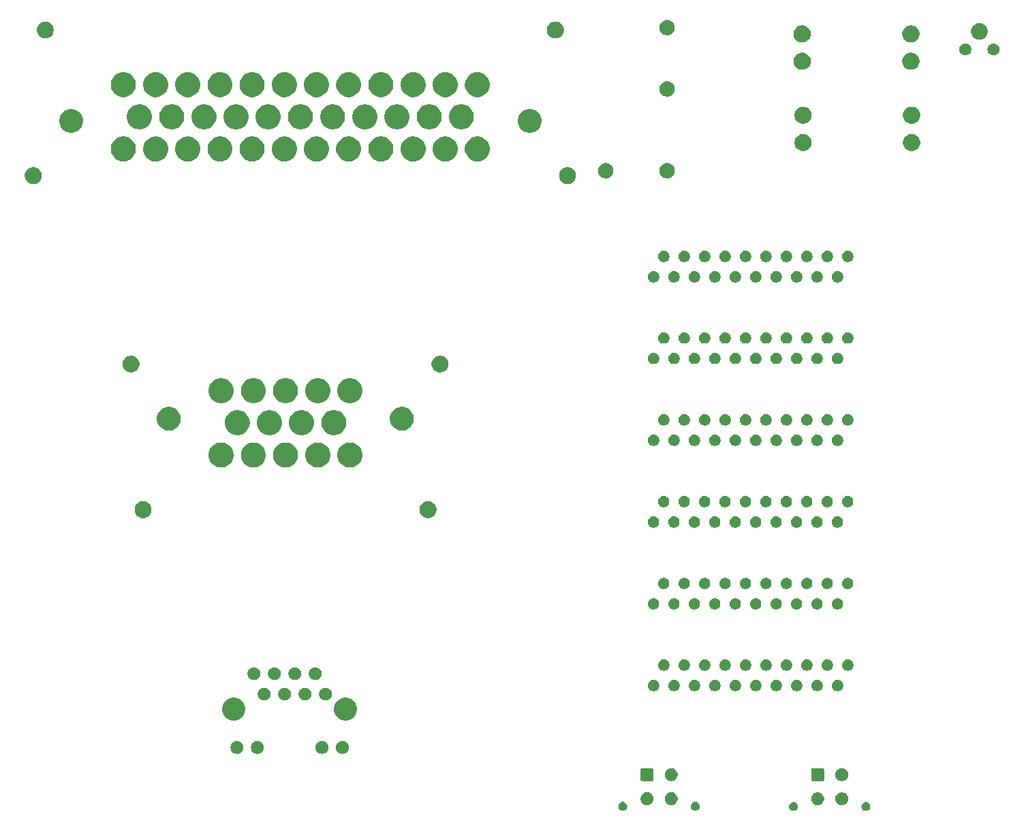
<source format=gbs>
G04 #@! TF.GenerationSoftware,KiCad,Pcbnew,5.0.2-bee76a0~70~ubuntu18.04.1*
G04 #@! TF.CreationDate,2020-02-05T16:33:54-05:00*
G04 #@! TF.ProjectId,LV Interface,4c562049-6e74-4657-9266-6163652e6b69,rev?*
G04 #@! TF.SameCoordinates,Original*
G04 #@! TF.FileFunction,Soldermask,Bot*
G04 #@! TF.FilePolarity,Negative*
%FSLAX46Y46*%
G04 Gerber Fmt 4.6, Leading zero omitted, Abs format (unit mm)*
G04 Created by KiCad (PCBNEW 5.0.2-bee76a0~70~ubuntu18.04.1) date Wed 05 Feb 2020 04:33:54 PM EST*
%MOMM*%
%LPD*%
G01*
G04 APERTURE LIST*
%ADD10C,0.100000*%
G04 APERTURE END LIST*
D10*
G36*
X124486621Y-115162554D02*
X124586895Y-115204089D01*
X124677145Y-115264392D01*
X124753888Y-115341135D01*
X124814191Y-115431385D01*
X124855726Y-115531659D01*
X124876900Y-115638110D01*
X124876900Y-115746650D01*
X124855726Y-115853101D01*
X124814191Y-115953375D01*
X124753888Y-116043625D01*
X124677145Y-116120368D01*
X124586895Y-116180671D01*
X124486621Y-116222206D01*
X124380170Y-116243380D01*
X124271630Y-116243380D01*
X124165179Y-116222206D01*
X124064905Y-116180671D01*
X123974655Y-116120368D01*
X123897912Y-116043625D01*
X123837609Y-115953375D01*
X123796074Y-115853101D01*
X123774900Y-115746650D01*
X123774900Y-115638110D01*
X123796074Y-115531659D01*
X123837609Y-115431385D01*
X123897912Y-115341135D01*
X123974655Y-115264392D01*
X124064905Y-115204089D01*
X124165179Y-115162554D01*
X124271630Y-115141380D01*
X124380170Y-115141380D01*
X124486621Y-115162554D01*
X124486621Y-115162554D01*
G37*
G36*
X115486621Y-115162554D02*
X115586895Y-115204089D01*
X115677145Y-115264392D01*
X115753888Y-115341135D01*
X115814191Y-115431385D01*
X115855726Y-115531659D01*
X115876900Y-115638110D01*
X115876900Y-115746650D01*
X115855726Y-115853101D01*
X115814191Y-115953375D01*
X115753888Y-116043625D01*
X115677145Y-116120368D01*
X115586895Y-116180671D01*
X115486621Y-116222206D01*
X115380170Y-116243380D01*
X115271630Y-116243380D01*
X115165179Y-116222206D01*
X115064905Y-116180671D01*
X114974655Y-116120368D01*
X114897912Y-116043625D01*
X114837609Y-115953375D01*
X114796074Y-115853101D01*
X114774900Y-115746650D01*
X114774900Y-115638110D01*
X114796074Y-115531659D01*
X114837609Y-115431385D01*
X114897912Y-115341135D01*
X114974655Y-115264392D01*
X115064905Y-115204089D01*
X115165179Y-115162554D01*
X115271630Y-115141380D01*
X115380170Y-115141380D01*
X115486621Y-115162554D01*
X115486621Y-115162554D01*
G37*
G36*
X103280161Y-115149854D02*
X103380435Y-115191389D01*
X103470685Y-115251692D01*
X103547428Y-115328435D01*
X103607731Y-115418685D01*
X103649266Y-115518959D01*
X103670440Y-115625410D01*
X103670440Y-115733950D01*
X103649266Y-115840401D01*
X103607731Y-115940675D01*
X103547428Y-116030925D01*
X103470685Y-116107668D01*
X103380435Y-116167971D01*
X103280161Y-116209506D01*
X103173710Y-116230680D01*
X103065170Y-116230680D01*
X102958719Y-116209506D01*
X102858445Y-116167971D01*
X102768195Y-116107668D01*
X102691452Y-116030925D01*
X102631149Y-115940675D01*
X102589614Y-115840401D01*
X102568440Y-115733950D01*
X102568440Y-115625410D01*
X102589614Y-115518959D01*
X102631149Y-115418685D01*
X102691452Y-115328435D01*
X102768195Y-115251692D01*
X102858445Y-115191389D01*
X102958719Y-115149854D01*
X103065170Y-115128680D01*
X103173710Y-115128680D01*
X103280161Y-115149854D01*
X103280161Y-115149854D01*
G37*
G36*
X94280161Y-115149854D02*
X94380435Y-115191389D01*
X94470685Y-115251692D01*
X94547428Y-115328435D01*
X94607731Y-115418685D01*
X94649266Y-115518959D01*
X94670440Y-115625410D01*
X94670440Y-115733950D01*
X94649266Y-115840401D01*
X94607731Y-115940675D01*
X94547428Y-116030925D01*
X94470685Y-116107668D01*
X94380435Y-116167971D01*
X94280161Y-116209506D01*
X94173710Y-116230680D01*
X94065170Y-116230680D01*
X93958719Y-116209506D01*
X93858445Y-116167971D01*
X93768195Y-116107668D01*
X93691452Y-116030925D01*
X93631149Y-115940675D01*
X93589614Y-115840401D01*
X93568440Y-115733950D01*
X93568440Y-115625410D01*
X93589614Y-115518959D01*
X93631149Y-115418685D01*
X93691452Y-115328435D01*
X93768195Y-115251692D01*
X93858445Y-115191389D01*
X93958719Y-115149854D01*
X94065170Y-115128680D01*
X94173710Y-115128680D01*
X94280161Y-115149854D01*
X94280161Y-115149854D01*
G37*
G36*
X121559543Y-113982161D02*
X121705315Y-114042542D01*
X121836511Y-114130204D01*
X121948076Y-114241769D01*
X122035738Y-114372965D01*
X122096119Y-114518737D01*
X122126900Y-114673487D01*
X122126900Y-114831273D01*
X122096119Y-114986023D01*
X122035738Y-115131795D01*
X121948076Y-115262991D01*
X121836511Y-115374556D01*
X121705315Y-115462218D01*
X121559543Y-115522599D01*
X121404793Y-115553380D01*
X121247007Y-115553380D01*
X121092257Y-115522599D01*
X120946485Y-115462218D01*
X120815289Y-115374556D01*
X120703724Y-115262991D01*
X120616062Y-115131795D01*
X120555681Y-114986023D01*
X120524900Y-114831273D01*
X120524900Y-114673487D01*
X120555681Y-114518737D01*
X120616062Y-114372965D01*
X120703724Y-114241769D01*
X120815289Y-114130204D01*
X120946485Y-114042542D01*
X121092257Y-113982161D01*
X121247007Y-113951380D01*
X121404793Y-113951380D01*
X121559543Y-113982161D01*
X121559543Y-113982161D01*
G37*
G36*
X118559543Y-113982161D02*
X118705315Y-114042542D01*
X118836511Y-114130204D01*
X118948076Y-114241769D01*
X119035738Y-114372965D01*
X119096119Y-114518737D01*
X119126900Y-114673487D01*
X119126900Y-114831273D01*
X119096119Y-114986023D01*
X119035738Y-115131795D01*
X118948076Y-115262991D01*
X118836511Y-115374556D01*
X118705315Y-115462218D01*
X118559543Y-115522599D01*
X118404793Y-115553380D01*
X118247007Y-115553380D01*
X118092257Y-115522599D01*
X117946485Y-115462218D01*
X117815289Y-115374556D01*
X117703724Y-115262991D01*
X117616062Y-115131795D01*
X117555681Y-114986023D01*
X117524900Y-114831273D01*
X117524900Y-114673487D01*
X117555681Y-114518737D01*
X117616062Y-114372965D01*
X117703724Y-114241769D01*
X117815289Y-114130204D01*
X117946485Y-114042542D01*
X118092257Y-113982161D01*
X118247007Y-113951380D01*
X118404793Y-113951380D01*
X118559543Y-113982161D01*
X118559543Y-113982161D01*
G37*
G36*
X100353083Y-113969461D02*
X100498855Y-114029842D01*
X100630051Y-114117504D01*
X100741616Y-114229069D01*
X100829278Y-114360265D01*
X100889659Y-114506037D01*
X100920440Y-114660787D01*
X100920440Y-114818573D01*
X100889659Y-114973323D01*
X100829278Y-115119095D01*
X100741616Y-115250291D01*
X100630051Y-115361856D01*
X100498855Y-115449518D01*
X100353083Y-115509899D01*
X100198333Y-115540680D01*
X100040547Y-115540680D01*
X99885797Y-115509899D01*
X99740025Y-115449518D01*
X99608829Y-115361856D01*
X99497264Y-115250291D01*
X99409602Y-115119095D01*
X99349221Y-114973323D01*
X99318440Y-114818573D01*
X99318440Y-114660787D01*
X99349221Y-114506037D01*
X99409602Y-114360265D01*
X99497264Y-114229069D01*
X99608829Y-114117504D01*
X99740025Y-114029842D01*
X99885797Y-113969461D01*
X100040547Y-113938680D01*
X100198333Y-113938680D01*
X100353083Y-113969461D01*
X100353083Y-113969461D01*
G37*
G36*
X97353083Y-113969461D02*
X97498855Y-114029842D01*
X97630051Y-114117504D01*
X97741616Y-114229069D01*
X97829278Y-114360265D01*
X97889659Y-114506037D01*
X97920440Y-114660787D01*
X97920440Y-114818573D01*
X97889659Y-114973323D01*
X97829278Y-115119095D01*
X97741616Y-115250291D01*
X97630051Y-115361856D01*
X97498855Y-115449518D01*
X97353083Y-115509899D01*
X97198333Y-115540680D01*
X97040547Y-115540680D01*
X96885797Y-115509899D01*
X96740025Y-115449518D01*
X96608829Y-115361856D01*
X96497264Y-115250291D01*
X96409602Y-115119095D01*
X96349221Y-114973323D01*
X96318440Y-114818573D01*
X96318440Y-114660787D01*
X96349221Y-114506037D01*
X96409602Y-114360265D01*
X96497264Y-114229069D01*
X96608829Y-114117504D01*
X96740025Y-114029842D01*
X96885797Y-113969461D01*
X97040547Y-113938680D01*
X97198333Y-113938680D01*
X97353083Y-113969461D01*
X97353083Y-113969461D01*
G37*
G36*
X121559543Y-110982161D02*
X121705315Y-111042542D01*
X121836511Y-111130204D01*
X121948076Y-111241769D01*
X122035738Y-111372965D01*
X122096119Y-111518737D01*
X122126900Y-111673487D01*
X122126900Y-111831273D01*
X122096119Y-111986023D01*
X122035738Y-112131795D01*
X121948076Y-112262991D01*
X121836511Y-112374556D01*
X121705315Y-112462218D01*
X121559543Y-112522599D01*
X121404793Y-112553380D01*
X121247007Y-112553380D01*
X121092257Y-112522599D01*
X120946485Y-112462218D01*
X120815289Y-112374556D01*
X120703724Y-112262991D01*
X120616062Y-112131795D01*
X120555681Y-111986023D01*
X120524900Y-111831273D01*
X120524900Y-111673487D01*
X120555681Y-111518737D01*
X120616062Y-111372965D01*
X120703724Y-111241769D01*
X120815289Y-111130204D01*
X120946485Y-111042542D01*
X121092257Y-110982161D01*
X121247007Y-110951380D01*
X121404793Y-110951380D01*
X121559543Y-110982161D01*
X121559543Y-110982161D01*
G37*
G36*
X118978943Y-110955502D02*
X119013290Y-110965921D01*
X119044935Y-110982836D01*
X119072677Y-111005603D01*
X119095444Y-111033345D01*
X119112359Y-111064990D01*
X119122778Y-111099337D01*
X119126900Y-111141187D01*
X119126900Y-112363573D01*
X119122778Y-112405423D01*
X119112359Y-112439770D01*
X119095444Y-112471415D01*
X119072677Y-112499157D01*
X119044935Y-112521924D01*
X119013290Y-112538839D01*
X118978943Y-112549258D01*
X118937093Y-112553380D01*
X117714707Y-112553380D01*
X117672857Y-112549258D01*
X117638510Y-112538839D01*
X117606865Y-112521924D01*
X117579123Y-112499157D01*
X117556356Y-112471415D01*
X117539441Y-112439770D01*
X117529022Y-112405423D01*
X117524900Y-112363573D01*
X117524900Y-111141187D01*
X117529022Y-111099337D01*
X117539441Y-111064990D01*
X117556356Y-111033345D01*
X117579123Y-111005603D01*
X117606865Y-110982836D01*
X117638510Y-110965921D01*
X117672857Y-110955502D01*
X117714707Y-110951380D01*
X118937093Y-110951380D01*
X118978943Y-110955502D01*
X118978943Y-110955502D01*
G37*
G36*
X97772483Y-110942802D02*
X97806830Y-110953221D01*
X97838475Y-110970136D01*
X97866217Y-110992903D01*
X97888984Y-111020645D01*
X97905899Y-111052290D01*
X97916318Y-111086637D01*
X97920440Y-111128487D01*
X97920440Y-112350873D01*
X97916318Y-112392723D01*
X97905899Y-112427070D01*
X97888984Y-112458715D01*
X97866217Y-112486457D01*
X97838475Y-112509224D01*
X97806830Y-112526139D01*
X97772483Y-112536558D01*
X97730633Y-112540680D01*
X96508247Y-112540680D01*
X96466397Y-112536558D01*
X96432050Y-112526139D01*
X96400405Y-112509224D01*
X96372663Y-112486457D01*
X96349896Y-112458715D01*
X96332981Y-112427070D01*
X96322562Y-112392723D01*
X96318440Y-112350873D01*
X96318440Y-111128487D01*
X96322562Y-111086637D01*
X96332981Y-111052290D01*
X96349896Y-111020645D01*
X96372663Y-110992903D01*
X96400405Y-110970136D01*
X96432050Y-110953221D01*
X96466397Y-110942802D01*
X96508247Y-110938680D01*
X97730633Y-110938680D01*
X97772483Y-110942802D01*
X97772483Y-110942802D01*
G37*
G36*
X100353083Y-110969461D02*
X100498855Y-111029842D01*
X100630051Y-111117504D01*
X100741616Y-111229069D01*
X100829278Y-111360265D01*
X100889659Y-111506037D01*
X100920440Y-111660787D01*
X100920440Y-111818573D01*
X100889659Y-111973323D01*
X100829278Y-112119095D01*
X100741616Y-112250291D01*
X100630051Y-112361856D01*
X100498855Y-112449518D01*
X100353083Y-112509899D01*
X100198333Y-112540680D01*
X100040547Y-112540680D01*
X99885797Y-112509899D01*
X99740025Y-112449518D01*
X99608829Y-112361856D01*
X99497264Y-112250291D01*
X99409602Y-112119095D01*
X99349221Y-111973323D01*
X99318440Y-111818573D01*
X99318440Y-111660787D01*
X99349221Y-111506037D01*
X99409602Y-111360265D01*
X99497264Y-111229069D01*
X99608829Y-111117504D01*
X99740025Y-111029842D01*
X99885797Y-110969461D01*
X100040547Y-110938680D01*
X100198333Y-110938680D01*
X100353083Y-110969461D01*
X100353083Y-110969461D01*
G37*
G36*
X59502003Y-107593801D02*
X59647775Y-107654182D01*
X59778971Y-107741844D01*
X59890536Y-107853409D01*
X59978198Y-107984605D01*
X60038579Y-108130377D01*
X60069360Y-108285127D01*
X60069360Y-108442913D01*
X60038579Y-108597663D01*
X59978198Y-108743435D01*
X59890536Y-108874631D01*
X59778971Y-108986196D01*
X59647775Y-109073858D01*
X59502003Y-109134239D01*
X59347253Y-109165020D01*
X59189467Y-109165020D01*
X59034717Y-109134239D01*
X58888945Y-109073858D01*
X58757749Y-108986196D01*
X58646184Y-108874631D01*
X58558522Y-108743435D01*
X58498141Y-108597663D01*
X58467360Y-108442913D01*
X58467360Y-108285127D01*
X58498141Y-108130377D01*
X58558522Y-107984605D01*
X58646184Y-107853409D01*
X58757749Y-107741844D01*
X58888945Y-107654182D01*
X59034717Y-107593801D01*
X59189467Y-107563020D01*
X59347253Y-107563020D01*
X59502003Y-107593801D01*
X59502003Y-107593801D01*
G37*
G36*
X48942003Y-107593801D02*
X49087775Y-107654182D01*
X49218971Y-107741844D01*
X49330536Y-107853409D01*
X49418198Y-107984605D01*
X49478579Y-108130377D01*
X49509360Y-108285127D01*
X49509360Y-108442913D01*
X49478579Y-108597663D01*
X49418198Y-108743435D01*
X49330536Y-108874631D01*
X49218971Y-108986196D01*
X49087775Y-109073858D01*
X48942003Y-109134239D01*
X48787253Y-109165020D01*
X48629467Y-109165020D01*
X48474717Y-109134239D01*
X48328945Y-109073858D01*
X48197749Y-108986196D01*
X48086184Y-108874631D01*
X47998522Y-108743435D01*
X47938141Y-108597663D01*
X47907360Y-108442913D01*
X47907360Y-108285127D01*
X47938141Y-108130377D01*
X47998522Y-107984605D01*
X48086184Y-107853409D01*
X48197749Y-107741844D01*
X48328945Y-107654182D01*
X48474717Y-107593801D01*
X48629467Y-107563020D01*
X48787253Y-107563020D01*
X48942003Y-107593801D01*
X48942003Y-107593801D01*
G37*
G36*
X46402003Y-107593801D02*
X46547775Y-107654182D01*
X46678971Y-107741844D01*
X46790536Y-107853409D01*
X46878198Y-107984605D01*
X46938579Y-108130377D01*
X46969360Y-108285127D01*
X46969360Y-108442913D01*
X46938579Y-108597663D01*
X46878198Y-108743435D01*
X46790536Y-108874631D01*
X46678971Y-108986196D01*
X46547775Y-109073858D01*
X46402003Y-109134239D01*
X46247253Y-109165020D01*
X46089467Y-109165020D01*
X45934717Y-109134239D01*
X45788945Y-109073858D01*
X45657749Y-108986196D01*
X45546184Y-108874631D01*
X45458522Y-108743435D01*
X45398141Y-108597663D01*
X45367360Y-108442913D01*
X45367360Y-108285127D01*
X45398141Y-108130377D01*
X45458522Y-107984605D01*
X45546184Y-107853409D01*
X45657749Y-107741844D01*
X45788945Y-107654182D01*
X45934717Y-107593801D01*
X46089467Y-107563020D01*
X46247253Y-107563020D01*
X46402003Y-107593801D01*
X46402003Y-107593801D01*
G37*
G36*
X56962003Y-107593801D02*
X57107775Y-107654182D01*
X57238971Y-107741844D01*
X57350536Y-107853409D01*
X57438198Y-107984605D01*
X57498579Y-108130377D01*
X57529360Y-108285127D01*
X57529360Y-108442913D01*
X57498579Y-108597663D01*
X57438198Y-108743435D01*
X57350536Y-108874631D01*
X57238971Y-108986196D01*
X57107775Y-109073858D01*
X56962003Y-109134239D01*
X56807253Y-109165020D01*
X56649467Y-109165020D01*
X56494717Y-109134239D01*
X56348945Y-109073858D01*
X56217749Y-108986196D01*
X56106184Y-108874631D01*
X56018522Y-108743435D01*
X55958141Y-108597663D01*
X55927360Y-108442913D01*
X55927360Y-108285127D01*
X55958141Y-108130377D01*
X56018522Y-107984605D01*
X56106184Y-107853409D01*
X56217749Y-107741844D01*
X56348945Y-107654182D01*
X56494717Y-107593801D01*
X56649467Y-107563020D01*
X56807253Y-107563020D01*
X56962003Y-107593801D01*
X56962003Y-107593801D01*
G37*
G36*
X46184309Y-102242820D02*
X46443823Y-102350314D01*
X46677385Y-102506375D01*
X46876005Y-102704995D01*
X47032066Y-102938557D01*
X47139560Y-103198071D01*
X47194360Y-103473570D01*
X47194360Y-103754470D01*
X47139560Y-104029969D01*
X47032066Y-104289483D01*
X46876005Y-104523045D01*
X46677385Y-104721665D01*
X46443823Y-104877726D01*
X46184309Y-104985220D01*
X45908810Y-105040020D01*
X45627910Y-105040020D01*
X45352411Y-104985220D01*
X45092897Y-104877726D01*
X44859335Y-104721665D01*
X44660715Y-104523045D01*
X44504654Y-104289483D01*
X44397160Y-104029969D01*
X44342360Y-103754470D01*
X44342360Y-103473570D01*
X44397160Y-103198071D01*
X44504654Y-102938557D01*
X44660715Y-102704995D01*
X44859335Y-102506375D01*
X45092897Y-102350314D01*
X45352411Y-102242820D01*
X45627910Y-102188020D01*
X45908810Y-102188020D01*
X46184309Y-102242820D01*
X46184309Y-102242820D01*
G37*
G36*
X60084309Y-102242820D02*
X60343823Y-102350314D01*
X60577385Y-102506375D01*
X60776005Y-102704995D01*
X60932066Y-102938557D01*
X61039560Y-103198071D01*
X61094360Y-103473570D01*
X61094360Y-103754470D01*
X61039560Y-104029969D01*
X60932066Y-104289483D01*
X60776005Y-104523045D01*
X60577385Y-104721665D01*
X60343823Y-104877726D01*
X60084309Y-104985220D01*
X59808810Y-105040020D01*
X59527910Y-105040020D01*
X59252411Y-104985220D01*
X58992897Y-104877726D01*
X58759335Y-104721665D01*
X58560715Y-104523045D01*
X58404654Y-104289483D01*
X58297160Y-104029969D01*
X58242360Y-103754470D01*
X58242360Y-103473570D01*
X58297160Y-103198071D01*
X58404654Y-102938557D01*
X58560715Y-102704995D01*
X58759335Y-102506375D01*
X58992897Y-102350314D01*
X59252411Y-102242820D01*
X59527910Y-102188020D01*
X59808810Y-102188020D01*
X60084309Y-102242820D01*
X60084309Y-102242820D01*
G37*
G36*
X49782003Y-100963801D02*
X49927775Y-101024182D01*
X50058971Y-101111844D01*
X50170536Y-101223409D01*
X50258198Y-101354605D01*
X50318579Y-101500377D01*
X50349360Y-101655127D01*
X50349360Y-101812913D01*
X50318579Y-101967663D01*
X50258198Y-102113435D01*
X50170536Y-102244631D01*
X50058971Y-102356196D01*
X49927775Y-102443858D01*
X49782003Y-102504239D01*
X49627253Y-102535020D01*
X49469467Y-102535020D01*
X49314717Y-102504239D01*
X49168945Y-102443858D01*
X49037749Y-102356196D01*
X48926184Y-102244631D01*
X48838522Y-102113435D01*
X48778141Y-101967663D01*
X48747360Y-101812913D01*
X48747360Y-101655127D01*
X48778141Y-101500377D01*
X48838522Y-101354605D01*
X48926184Y-101223409D01*
X49037749Y-101111844D01*
X49168945Y-101024182D01*
X49314717Y-100963801D01*
X49469467Y-100933020D01*
X49627253Y-100933020D01*
X49782003Y-100963801D01*
X49782003Y-100963801D01*
G37*
G36*
X52322003Y-100963801D02*
X52467775Y-101024182D01*
X52598971Y-101111844D01*
X52710536Y-101223409D01*
X52798198Y-101354605D01*
X52858579Y-101500377D01*
X52889360Y-101655127D01*
X52889360Y-101812913D01*
X52858579Y-101967663D01*
X52798198Y-102113435D01*
X52710536Y-102244631D01*
X52598971Y-102356196D01*
X52467775Y-102443858D01*
X52322003Y-102504239D01*
X52167253Y-102535020D01*
X52009467Y-102535020D01*
X51854717Y-102504239D01*
X51708945Y-102443858D01*
X51577749Y-102356196D01*
X51466184Y-102244631D01*
X51378522Y-102113435D01*
X51318141Y-101967663D01*
X51287360Y-101812913D01*
X51287360Y-101655127D01*
X51318141Y-101500377D01*
X51378522Y-101354605D01*
X51466184Y-101223409D01*
X51577749Y-101111844D01*
X51708945Y-101024182D01*
X51854717Y-100963801D01*
X52009467Y-100933020D01*
X52167253Y-100933020D01*
X52322003Y-100963801D01*
X52322003Y-100963801D01*
G37*
G36*
X54862003Y-100963801D02*
X55007775Y-101024182D01*
X55138971Y-101111844D01*
X55250536Y-101223409D01*
X55338198Y-101354605D01*
X55398579Y-101500377D01*
X55429360Y-101655127D01*
X55429360Y-101812913D01*
X55398579Y-101967663D01*
X55338198Y-102113435D01*
X55250536Y-102244631D01*
X55138971Y-102356196D01*
X55007775Y-102443858D01*
X54862003Y-102504239D01*
X54707253Y-102535020D01*
X54549467Y-102535020D01*
X54394717Y-102504239D01*
X54248945Y-102443858D01*
X54117749Y-102356196D01*
X54006184Y-102244631D01*
X53918522Y-102113435D01*
X53858141Y-101967663D01*
X53827360Y-101812913D01*
X53827360Y-101655127D01*
X53858141Y-101500377D01*
X53918522Y-101354605D01*
X54006184Y-101223409D01*
X54117749Y-101111844D01*
X54248945Y-101024182D01*
X54394717Y-100963801D01*
X54549467Y-100933020D01*
X54707253Y-100933020D01*
X54862003Y-100963801D01*
X54862003Y-100963801D01*
G37*
G36*
X57402003Y-100963801D02*
X57547775Y-101024182D01*
X57678971Y-101111844D01*
X57790536Y-101223409D01*
X57878198Y-101354605D01*
X57938579Y-101500377D01*
X57969360Y-101655127D01*
X57969360Y-101812913D01*
X57938579Y-101967663D01*
X57878198Y-102113435D01*
X57790536Y-102244631D01*
X57678971Y-102356196D01*
X57547775Y-102443858D01*
X57402003Y-102504239D01*
X57247253Y-102535020D01*
X57089467Y-102535020D01*
X56934717Y-102504239D01*
X56788945Y-102443858D01*
X56657749Y-102356196D01*
X56546184Y-102244631D01*
X56458522Y-102113435D01*
X56398141Y-101967663D01*
X56367360Y-101812913D01*
X56367360Y-101655127D01*
X56398141Y-101500377D01*
X56458522Y-101354605D01*
X56546184Y-101223409D01*
X56657749Y-101111844D01*
X56788945Y-101024182D01*
X56934717Y-100963801D01*
X57089467Y-100933020D01*
X57247253Y-100933020D01*
X57402003Y-100963801D01*
X57402003Y-100963801D01*
G37*
G36*
X103224332Y-99998838D02*
X103351909Y-100051682D01*
X103466725Y-100128400D01*
X103564360Y-100226035D01*
X103641078Y-100340851D01*
X103693922Y-100468428D01*
X103720860Y-100603856D01*
X103720860Y-100741944D01*
X103693922Y-100877372D01*
X103641078Y-101004949D01*
X103564360Y-101119765D01*
X103466725Y-101217400D01*
X103351909Y-101294118D01*
X103224332Y-101346962D01*
X103088904Y-101373900D01*
X102950816Y-101373900D01*
X102815388Y-101346962D01*
X102687811Y-101294118D01*
X102572995Y-101217400D01*
X102475360Y-101119765D01*
X102398642Y-101004949D01*
X102345798Y-100877372D01*
X102318860Y-100741944D01*
X102318860Y-100603856D01*
X102345798Y-100468428D01*
X102398642Y-100340851D01*
X102475360Y-100226035D01*
X102572995Y-100128400D01*
X102687811Y-100051682D01*
X102815388Y-99998838D01*
X102950816Y-99971900D01*
X103088904Y-99971900D01*
X103224332Y-99998838D01*
X103224332Y-99998838D01*
G37*
G36*
X98144332Y-99998838D02*
X98271909Y-100051682D01*
X98386725Y-100128400D01*
X98484360Y-100226035D01*
X98561078Y-100340851D01*
X98613922Y-100468428D01*
X98640860Y-100603856D01*
X98640860Y-100741944D01*
X98613922Y-100877372D01*
X98561078Y-101004949D01*
X98484360Y-101119765D01*
X98386725Y-101217400D01*
X98271909Y-101294118D01*
X98144332Y-101346962D01*
X98008904Y-101373900D01*
X97870816Y-101373900D01*
X97735388Y-101346962D01*
X97607811Y-101294118D01*
X97492995Y-101217400D01*
X97395360Y-101119765D01*
X97318642Y-101004949D01*
X97265798Y-100877372D01*
X97238860Y-100741944D01*
X97238860Y-100603856D01*
X97265798Y-100468428D01*
X97318642Y-100340851D01*
X97395360Y-100226035D01*
X97492995Y-100128400D01*
X97607811Y-100051682D01*
X97735388Y-99998838D01*
X97870816Y-99971900D01*
X98008904Y-99971900D01*
X98144332Y-99998838D01*
X98144332Y-99998838D01*
G37*
G36*
X105764332Y-99998838D02*
X105891909Y-100051682D01*
X106006725Y-100128400D01*
X106104360Y-100226035D01*
X106181078Y-100340851D01*
X106233922Y-100468428D01*
X106260860Y-100603856D01*
X106260860Y-100741944D01*
X106233922Y-100877372D01*
X106181078Y-101004949D01*
X106104360Y-101119765D01*
X106006725Y-101217400D01*
X105891909Y-101294118D01*
X105764332Y-101346962D01*
X105628904Y-101373900D01*
X105490816Y-101373900D01*
X105355388Y-101346962D01*
X105227811Y-101294118D01*
X105112995Y-101217400D01*
X105015360Y-101119765D01*
X104938642Y-101004949D01*
X104885798Y-100877372D01*
X104858860Y-100741944D01*
X104858860Y-100603856D01*
X104885798Y-100468428D01*
X104938642Y-100340851D01*
X105015360Y-100226035D01*
X105112995Y-100128400D01*
X105227811Y-100051682D01*
X105355388Y-99998838D01*
X105490816Y-99971900D01*
X105628904Y-99971900D01*
X105764332Y-99998838D01*
X105764332Y-99998838D01*
G37*
G36*
X108304332Y-99998838D02*
X108431909Y-100051682D01*
X108546725Y-100128400D01*
X108644360Y-100226035D01*
X108721078Y-100340851D01*
X108773922Y-100468428D01*
X108800860Y-100603856D01*
X108800860Y-100741944D01*
X108773922Y-100877372D01*
X108721078Y-101004949D01*
X108644360Y-101119765D01*
X108546725Y-101217400D01*
X108431909Y-101294118D01*
X108304332Y-101346962D01*
X108168904Y-101373900D01*
X108030816Y-101373900D01*
X107895388Y-101346962D01*
X107767811Y-101294118D01*
X107652995Y-101217400D01*
X107555360Y-101119765D01*
X107478642Y-101004949D01*
X107425798Y-100877372D01*
X107398860Y-100741944D01*
X107398860Y-100603856D01*
X107425798Y-100468428D01*
X107478642Y-100340851D01*
X107555360Y-100226035D01*
X107652995Y-100128400D01*
X107767811Y-100051682D01*
X107895388Y-99998838D01*
X108030816Y-99971900D01*
X108168904Y-99971900D01*
X108304332Y-99998838D01*
X108304332Y-99998838D01*
G37*
G36*
X110844332Y-99998838D02*
X110971909Y-100051682D01*
X111086725Y-100128400D01*
X111184360Y-100226035D01*
X111261078Y-100340851D01*
X111313922Y-100468428D01*
X111340860Y-100603856D01*
X111340860Y-100741944D01*
X111313922Y-100877372D01*
X111261078Y-101004949D01*
X111184360Y-101119765D01*
X111086725Y-101217400D01*
X110971909Y-101294118D01*
X110844332Y-101346962D01*
X110708904Y-101373900D01*
X110570816Y-101373900D01*
X110435388Y-101346962D01*
X110307811Y-101294118D01*
X110192995Y-101217400D01*
X110095360Y-101119765D01*
X110018642Y-101004949D01*
X109965798Y-100877372D01*
X109938860Y-100741944D01*
X109938860Y-100603856D01*
X109965798Y-100468428D01*
X110018642Y-100340851D01*
X110095360Y-100226035D01*
X110192995Y-100128400D01*
X110307811Y-100051682D01*
X110435388Y-99998838D01*
X110570816Y-99971900D01*
X110708904Y-99971900D01*
X110844332Y-99998838D01*
X110844332Y-99998838D01*
G37*
G36*
X115924332Y-99998838D02*
X116051909Y-100051682D01*
X116166725Y-100128400D01*
X116264360Y-100226035D01*
X116341078Y-100340851D01*
X116393922Y-100468428D01*
X116420860Y-100603856D01*
X116420860Y-100741944D01*
X116393922Y-100877372D01*
X116341078Y-101004949D01*
X116264360Y-101119765D01*
X116166725Y-101217400D01*
X116051909Y-101294118D01*
X115924332Y-101346962D01*
X115788904Y-101373900D01*
X115650816Y-101373900D01*
X115515388Y-101346962D01*
X115387811Y-101294118D01*
X115272995Y-101217400D01*
X115175360Y-101119765D01*
X115098642Y-101004949D01*
X115045798Y-100877372D01*
X115018860Y-100741944D01*
X115018860Y-100603856D01*
X115045798Y-100468428D01*
X115098642Y-100340851D01*
X115175360Y-100226035D01*
X115272995Y-100128400D01*
X115387811Y-100051682D01*
X115515388Y-99998838D01*
X115650816Y-99971900D01*
X115788904Y-99971900D01*
X115924332Y-99998838D01*
X115924332Y-99998838D01*
G37*
G36*
X118464332Y-99998838D02*
X118591909Y-100051682D01*
X118706725Y-100128400D01*
X118804360Y-100226035D01*
X118881078Y-100340851D01*
X118933922Y-100468428D01*
X118960860Y-100603856D01*
X118960860Y-100741944D01*
X118933922Y-100877372D01*
X118881078Y-101004949D01*
X118804360Y-101119765D01*
X118706725Y-101217400D01*
X118591909Y-101294118D01*
X118464332Y-101346962D01*
X118328904Y-101373900D01*
X118190816Y-101373900D01*
X118055388Y-101346962D01*
X117927811Y-101294118D01*
X117812995Y-101217400D01*
X117715360Y-101119765D01*
X117638642Y-101004949D01*
X117585798Y-100877372D01*
X117558860Y-100741944D01*
X117558860Y-100603856D01*
X117585798Y-100468428D01*
X117638642Y-100340851D01*
X117715360Y-100226035D01*
X117812995Y-100128400D01*
X117927811Y-100051682D01*
X118055388Y-99998838D01*
X118190816Y-99971900D01*
X118328904Y-99971900D01*
X118464332Y-99998838D01*
X118464332Y-99998838D01*
G37*
G36*
X100684332Y-99998838D02*
X100811909Y-100051682D01*
X100926725Y-100128400D01*
X101024360Y-100226035D01*
X101101078Y-100340851D01*
X101153922Y-100468428D01*
X101180860Y-100603856D01*
X101180860Y-100741944D01*
X101153922Y-100877372D01*
X101101078Y-101004949D01*
X101024360Y-101119765D01*
X100926725Y-101217400D01*
X100811909Y-101294118D01*
X100684332Y-101346962D01*
X100548904Y-101373900D01*
X100410816Y-101373900D01*
X100275388Y-101346962D01*
X100147811Y-101294118D01*
X100032995Y-101217400D01*
X99935360Y-101119765D01*
X99858642Y-101004949D01*
X99805798Y-100877372D01*
X99778860Y-100741944D01*
X99778860Y-100603856D01*
X99805798Y-100468428D01*
X99858642Y-100340851D01*
X99935360Y-100226035D01*
X100032995Y-100128400D01*
X100147811Y-100051682D01*
X100275388Y-99998838D01*
X100410816Y-99971900D01*
X100548904Y-99971900D01*
X100684332Y-99998838D01*
X100684332Y-99998838D01*
G37*
G36*
X121004332Y-99998838D02*
X121131909Y-100051682D01*
X121246725Y-100128400D01*
X121344360Y-100226035D01*
X121421078Y-100340851D01*
X121473922Y-100468428D01*
X121500860Y-100603856D01*
X121500860Y-100741944D01*
X121473922Y-100877372D01*
X121421078Y-101004949D01*
X121344360Y-101119765D01*
X121246725Y-101217400D01*
X121131909Y-101294118D01*
X121004332Y-101346962D01*
X120868904Y-101373900D01*
X120730816Y-101373900D01*
X120595388Y-101346962D01*
X120467811Y-101294118D01*
X120352995Y-101217400D01*
X120255360Y-101119765D01*
X120178642Y-101004949D01*
X120125798Y-100877372D01*
X120098860Y-100741944D01*
X120098860Y-100603856D01*
X120125798Y-100468428D01*
X120178642Y-100340851D01*
X120255360Y-100226035D01*
X120352995Y-100128400D01*
X120467811Y-100051682D01*
X120595388Y-99998838D01*
X120730816Y-99971900D01*
X120868904Y-99971900D01*
X121004332Y-99998838D01*
X121004332Y-99998838D01*
G37*
G36*
X113384332Y-99998838D02*
X113511909Y-100051682D01*
X113626725Y-100128400D01*
X113724360Y-100226035D01*
X113801078Y-100340851D01*
X113853922Y-100468428D01*
X113880860Y-100603856D01*
X113880860Y-100741944D01*
X113853922Y-100877372D01*
X113801078Y-101004949D01*
X113724360Y-101119765D01*
X113626725Y-101217400D01*
X113511909Y-101294118D01*
X113384332Y-101346962D01*
X113248904Y-101373900D01*
X113110816Y-101373900D01*
X112975388Y-101346962D01*
X112847811Y-101294118D01*
X112732995Y-101217400D01*
X112635360Y-101119765D01*
X112558642Y-101004949D01*
X112505798Y-100877372D01*
X112478860Y-100741944D01*
X112478860Y-100603856D01*
X112505798Y-100468428D01*
X112558642Y-100340851D01*
X112635360Y-100226035D01*
X112732995Y-100128400D01*
X112847811Y-100051682D01*
X112975388Y-99998838D01*
X113110816Y-99971900D01*
X113248904Y-99971900D01*
X113384332Y-99998838D01*
X113384332Y-99998838D01*
G37*
G36*
X53592003Y-98423801D02*
X53737775Y-98484182D01*
X53868971Y-98571844D01*
X53980536Y-98683409D01*
X54068198Y-98814605D01*
X54128579Y-98960377D01*
X54159360Y-99115127D01*
X54159360Y-99272913D01*
X54128579Y-99427663D01*
X54068198Y-99573435D01*
X53980536Y-99704631D01*
X53868971Y-99816196D01*
X53737775Y-99903858D01*
X53592003Y-99964239D01*
X53437253Y-99995020D01*
X53279467Y-99995020D01*
X53124717Y-99964239D01*
X52978945Y-99903858D01*
X52847749Y-99816196D01*
X52736184Y-99704631D01*
X52648522Y-99573435D01*
X52588141Y-99427663D01*
X52557360Y-99272913D01*
X52557360Y-99115127D01*
X52588141Y-98960377D01*
X52648522Y-98814605D01*
X52736184Y-98683409D01*
X52847749Y-98571844D01*
X52978945Y-98484182D01*
X53124717Y-98423801D01*
X53279467Y-98393020D01*
X53437253Y-98393020D01*
X53592003Y-98423801D01*
X53592003Y-98423801D01*
G37*
G36*
X56132003Y-98423801D02*
X56277775Y-98484182D01*
X56408971Y-98571844D01*
X56520536Y-98683409D01*
X56608198Y-98814605D01*
X56668579Y-98960377D01*
X56699360Y-99115127D01*
X56699360Y-99272913D01*
X56668579Y-99427663D01*
X56608198Y-99573435D01*
X56520536Y-99704631D01*
X56408971Y-99816196D01*
X56277775Y-99903858D01*
X56132003Y-99964239D01*
X55977253Y-99995020D01*
X55819467Y-99995020D01*
X55664717Y-99964239D01*
X55518945Y-99903858D01*
X55387749Y-99816196D01*
X55276184Y-99704631D01*
X55188522Y-99573435D01*
X55128141Y-99427663D01*
X55097360Y-99272913D01*
X55097360Y-99115127D01*
X55128141Y-98960377D01*
X55188522Y-98814605D01*
X55276184Y-98683409D01*
X55387749Y-98571844D01*
X55518945Y-98484182D01*
X55664717Y-98423801D01*
X55819467Y-98393020D01*
X55977253Y-98393020D01*
X56132003Y-98423801D01*
X56132003Y-98423801D01*
G37*
G36*
X48512003Y-98423801D02*
X48657775Y-98484182D01*
X48788971Y-98571844D01*
X48900536Y-98683409D01*
X48988198Y-98814605D01*
X49048579Y-98960377D01*
X49079360Y-99115127D01*
X49079360Y-99272913D01*
X49048579Y-99427663D01*
X48988198Y-99573435D01*
X48900536Y-99704631D01*
X48788971Y-99816196D01*
X48657775Y-99903858D01*
X48512003Y-99964239D01*
X48357253Y-99995020D01*
X48199467Y-99995020D01*
X48044717Y-99964239D01*
X47898945Y-99903858D01*
X47767749Y-99816196D01*
X47656184Y-99704631D01*
X47568522Y-99573435D01*
X47508141Y-99427663D01*
X47477360Y-99272913D01*
X47477360Y-99115127D01*
X47508141Y-98960377D01*
X47568522Y-98814605D01*
X47656184Y-98683409D01*
X47767749Y-98571844D01*
X47898945Y-98484182D01*
X48044717Y-98423801D01*
X48199467Y-98393020D01*
X48357253Y-98393020D01*
X48512003Y-98423801D01*
X48512003Y-98423801D01*
G37*
G36*
X51052003Y-98423801D02*
X51197775Y-98484182D01*
X51328971Y-98571844D01*
X51440536Y-98683409D01*
X51528198Y-98814605D01*
X51588579Y-98960377D01*
X51619360Y-99115127D01*
X51619360Y-99272913D01*
X51588579Y-99427663D01*
X51528198Y-99573435D01*
X51440536Y-99704631D01*
X51328971Y-99816196D01*
X51197775Y-99903858D01*
X51052003Y-99964239D01*
X50897253Y-99995020D01*
X50739467Y-99995020D01*
X50584717Y-99964239D01*
X50438945Y-99903858D01*
X50307749Y-99816196D01*
X50196184Y-99704631D01*
X50108522Y-99573435D01*
X50048141Y-99427663D01*
X50017360Y-99272913D01*
X50017360Y-99115127D01*
X50048141Y-98960377D01*
X50108522Y-98814605D01*
X50196184Y-98683409D01*
X50307749Y-98571844D01*
X50438945Y-98484182D01*
X50584717Y-98423801D01*
X50739467Y-98393020D01*
X50897253Y-98393020D01*
X51052003Y-98423801D01*
X51052003Y-98423801D01*
G37*
G36*
X101954332Y-97458838D02*
X102081909Y-97511682D01*
X102196725Y-97588400D01*
X102294360Y-97686035D01*
X102371078Y-97800851D01*
X102423922Y-97928428D01*
X102450860Y-98063856D01*
X102450860Y-98201944D01*
X102423922Y-98337372D01*
X102371078Y-98464949D01*
X102294360Y-98579765D01*
X102196725Y-98677400D01*
X102081909Y-98754118D01*
X101954332Y-98806962D01*
X101818904Y-98833900D01*
X101680816Y-98833900D01*
X101545388Y-98806962D01*
X101417811Y-98754118D01*
X101302995Y-98677400D01*
X101205360Y-98579765D01*
X101128642Y-98464949D01*
X101075798Y-98337372D01*
X101048860Y-98201944D01*
X101048860Y-98063856D01*
X101075798Y-97928428D01*
X101128642Y-97800851D01*
X101205360Y-97686035D01*
X101302995Y-97588400D01*
X101417811Y-97511682D01*
X101545388Y-97458838D01*
X101680816Y-97431900D01*
X101818904Y-97431900D01*
X101954332Y-97458838D01*
X101954332Y-97458838D01*
G37*
G36*
X99414332Y-97458838D02*
X99541909Y-97511682D01*
X99656725Y-97588400D01*
X99754360Y-97686035D01*
X99831078Y-97800851D01*
X99883922Y-97928428D01*
X99910860Y-98063856D01*
X99910860Y-98201944D01*
X99883922Y-98337372D01*
X99831078Y-98464949D01*
X99754360Y-98579765D01*
X99656725Y-98677400D01*
X99541909Y-98754118D01*
X99414332Y-98806962D01*
X99278904Y-98833900D01*
X99140816Y-98833900D01*
X99005388Y-98806962D01*
X98877811Y-98754118D01*
X98762995Y-98677400D01*
X98665360Y-98579765D01*
X98588642Y-98464949D01*
X98535798Y-98337372D01*
X98508860Y-98201944D01*
X98508860Y-98063856D01*
X98535798Y-97928428D01*
X98588642Y-97800851D01*
X98665360Y-97686035D01*
X98762995Y-97588400D01*
X98877811Y-97511682D01*
X99005388Y-97458838D01*
X99140816Y-97431900D01*
X99278904Y-97431900D01*
X99414332Y-97458838D01*
X99414332Y-97458838D01*
G37*
G36*
X104494332Y-97458838D02*
X104621909Y-97511682D01*
X104736725Y-97588400D01*
X104834360Y-97686035D01*
X104911078Y-97800851D01*
X104963922Y-97928428D01*
X104990860Y-98063856D01*
X104990860Y-98201944D01*
X104963922Y-98337372D01*
X104911078Y-98464949D01*
X104834360Y-98579765D01*
X104736725Y-98677400D01*
X104621909Y-98754118D01*
X104494332Y-98806962D01*
X104358904Y-98833900D01*
X104220816Y-98833900D01*
X104085388Y-98806962D01*
X103957811Y-98754118D01*
X103842995Y-98677400D01*
X103745360Y-98579765D01*
X103668642Y-98464949D01*
X103615798Y-98337372D01*
X103588860Y-98201944D01*
X103588860Y-98063856D01*
X103615798Y-97928428D01*
X103668642Y-97800851D01*
X103745360Y-97686035D01*
X103842995Y-97588400D01*
X103957811Y-97511682D01*
X104085388Y-97458838D01*
X104220816Y-97431900D01*
X104358904Y-97431900D01*
X104494332Y-97458838D01*
X104494332Y-97458838D01*
G37*
G36*
X107034332Y-97458838D02*
X107161909Y-97511682D01*
X107276725Y-97588400D01*
X107374360Y-97686035D01*
X107451078Y-97800851D01*
X107503922Y-97928428D01*
X107530860Y-98063856D01*
X107530860Y-98201944D01*
X107503922Y-98337372D01*
X107451078Y-98464949D01*
X107374360Y-98579765D01*
X107276725Y-98677400D01*
X107161909Y-98754118D01*
X107034332Y-98806962D01*
X106898904Y-98833900D01*
X106760816Y-98833900D01*
X106625388Y-98806962D01*
X106497811Y-98754118D01*
X106382995Y-98677400D01*
X106285360Y-98579765D01*
X106208642Y-98464949D01*
X106155798Y-98337372D01*
X106128860Y-98201944D01*
X106128860Y-98063856D01*
X106155798Y-97928428D01*
X106208642Y-97800851D01*
X106285360Y-97686035D01*
X106382995Y-97588400D01*
X106497811Y-97511682D01*
X106625388Y-97458838D01*
X106760816Y-97431900D01*
X106898904Y-97431900D01*
X107034332Y-97458838D01*
X107034332Y-97458838D01*
G37*
G36*
X109574332Y-97458838D02*
X109701909Y-97511682D01*
X109816725Y-97588400D01*
X109914360Y-97686035D01*
X109991078Y-97800851D01*
X110043922Y-97928428D01*
X110070860Y-98063856D01*
X110070860Y-98201944D01*
X110043922Y-98337372D01*
X109991078Y-98464949D01*
X109914360Y-98579765D01*
X109816725Y-98677400D01*
X109701909Y-98754118D01*
X109574332Y-98806962D01*
X109438904Y-98833900D01*
X109300816Y-98833900D01*
X109165388Y-98806962D01*
X109037811Y-98754118D01*
X108922995Y-98677400D01*
X108825360Y-98579765D01*
X108748642Y-98464949D01*
X108695798Y-98337372D01*
X108668860Y-98201944D01*
X108668860Y-98063856D01*
X108695798Y-97928428D01*
X108748642Y-97800851D01*
X108825360Y-97686035D01*
X108922995Y-97588400D01*
X109037811Y-97511682D01*
X109165388Y-97458838D01*
X109300816Y-97431900D01*
X109438904Y-97431900D01*
X109574332Y-97458838D01*
X109574332Y-97458838D01*
G37*
G36*
X114654332Y-97458838D02*
X114781909Y-97511682D01*
X114896725Y-97588400D01*
X114994360Y-97686035D01*
X115071078Y-97800851D01*
X115123922Y-97928428D01*
X115150860Y-98063856D01*
X115150860Y-98201944D01*
X115123922Y-98337372D01*
X115071078Y-98464949D01*
X114994360Y-98579765D01*
X114896725Y-98677400D01*
X114781909Y-98754118D01*
X114654332Y-98806962D01*
X114518904Y-98833900D01*
X114380816Y-98833900D01*
X114245388Y-98806962D01*
X114117811Y-98754118D01*
X114002995Y-98677400D01*
X113905360Y-98579765D01*
X113828642Y-98464949D01*
X113775798Y-98337372D01*
X113748860Y-98201944D01*
X113748860Y-98063856D01*
X113775798Y-97928428D01*
X113828642Y-97800851D01*
X113905360Y-97686035D01*
X114002995Y-97588400D01*
X114117811Y-97511682D01*
X114245388Y-97458838D01*
X114380816Y-97431900D01*
X114518904Y-97431900D01*
X114654332Y-97458838D01*
X114654332Y-97458838D01*
G37*
G36*
X117194332Y-97458838D02*
X117321909Y-97511682D01*
X117436725Y-97588400D01*
X117534360Y-97686035D01*
X117611078Y-97800851D01*
X117663922Y-97928428D01*
X117690860Y-98063856D01*
X117690860Y-98201944D01*
X117663922Y-98337372D01*
X117611078Y-98464949D01*
X117534360Y-98579765D01*
X117436725Y-98677400D01*
X117321909Y-98754118D01*
X117194332Y-98806962D01*
X117058904Y-98833900D01*
X116920816Y-98833900D01*
X116785388Y-98806962D01*
X116657811Y-98754118D01*
X116542995Y-98677400D01*
X116445360Y-98579765D01*
X116368642Y-98464949D01*
X116315798Y-98337372D01*
X116288860Y-98201944D01*
X116288860Y-98063856D01*
X116315798Y-97928428D01*
X116368642Y-97800851D01*
X116445360Y-97686035D01*
X116542995Y-97588400D01*
X116657811Y-97511682D01*
X116785388Y-97458838D01*
X116920816Y-97431900D01*
X117058904Y-97431900D01*
X117194332Y-97458838D01*
X117194332Y-97458838D01*
G37*
G36*
X122274332Y-97458838D02*
X122401909Y-97511682D01*
X122516725Y-97588400D01*
X122614360Y-97686035D01*
X122691078Y-97800851D01*
X122743922Y-97928428D01*
X122770860Y-98063856D01*
X122770860Y-98201944D01*
X122743922Y-98337372D01*
X122691078Y-98464949D01*
X122614360Y-98579765D01*
X122516725Y-98677400D01*
X122401909Y-98754118D01*
X122274332Y-98806962D01*
X122138904Y-98833900D01*
X122000816Y-98833900D01*
X121865388Y-98806962D01*
X121737811Y-98754118D01*
X121622995Y-98677400D01*
X121525360Y-98579765D01*
X121448642Y-98464949D01*
X121395798Y-98337372D01*
X121368860Y-98201944D01*
X121368860Y-98063856D01*
X121395798Y-97928428D01*
X121448642Y-97800851D01*
X121525360Y-97686035D01*
X121622995Y-97588400D01*
X121737811Y-97511682D01*
X121865388Y-97458838D01*
X122000816Y-97431900D01*
X122138904Y-97431900D01*
X122274332Y-97458838D01*
X122274332Y-97458838D01*
G37*
G36*
X119734332Y-97458838D02*
X119861909Y-97511682D01*
X119976725Y-97588400D01*
X120074360Y-97686035D01*
X120151078Y-97800851D01*
X120203922Y-97928428D01*
X120230860Y-98063856D01*
X120230860Y-98201944D01*
X120203922Y-98337372D01*
X120151078Y-98464949D01*
X120074360Y-98579765D01*
X119976725Y-98677400D01*
X119861909Y-98754118D01*
X119734332Y-98806962D01*
X119598904Y-98833900D01*
X119460816Y-98833900D01*
X119325388Y-98806962D01*
X119197811Y-98754118D01*
X119082995Y-98677400D01*
X118985360Y-98579765D01*
X118908642Y-98464949D01*
X118855798Y-98337372D01*
X118828860Y-98201944D01*
X118828860Y-98063856D01*
X118855798Y-97928428D01*
X118908642Y-97800851D01*
X118985360Y-97686035D01*
X119082995Y-97588400D01*
X119197811Y-97511682D01*
X119325388Y-97458838D01*
X119460816Y-97431900D01*
X119598904Y-97431900D01*
X119734332Y-97458838D01*
X119734332Y-97458838D01*
G37*
G36*
X112114332Y-97458838D02*
X112241909Y-97511682D01*
X112356725Y-97588400D01*
X112454360Y-97686035D01*
X112531078Y-97800851D01*
X112583922Y-97928428D01*
X112610860Y-98063856D01*
X112610860Y-98201944D01*
X112583922Y-98337372D01*
X112531078Y-98464949D01*
X112454360Y-98579765D01*
X112356725Y-98677400D01*
X112241909Y-98754118D01*
X112114332Y-98806962D01*
X111978904Y-98833900D01*
X111840816Y-98833900D01*
X111705388Y-98806962D01*
X111577811Y-98754118D01*
X111462995Y-98677400D01*
X111365360Y-98579765D01*
X111288642Y-98464949D01*
X111235798Y-98337372D01*
X111208860Y-98201944D01*
X111208860Y-98063856D01*
X111235798Y-97928428D01*
X111288642Y-97800851D01*
X111365360Y-97686035D01*
X111462995Y-97588400D01*
X111577811Y-97511682D01*
X111705388Y-97458838D01*
X111840816Y-97431900D01*
X111978904Y-97431900D01*
X112114332Y-97458838D01*
X112114332Y-97458838D01*
G37*
G36*
X115911632Y-89841378D02*
X116039209Y-89894222D01*
X116154025Y-89970940D01*
X116251660Y-90068575D01*
X116328378Y-90183391D01*
X116381222Y-90310968D01*
X116408160Y-90446396D01*
X116408160Y-90584484D01*
X116381222Y-90719912D01*
X116328378Y-90847489D01*
X116251660Y-90962305D01*
X116154025Y-91059940D01*
X116039209Y-91136658D01*
X115911632Y-91189502D01*
X115776204Y-91216440D01*
X115638116Y-91216440D01*
X115502688Y-91189502D01*
X115375111Y-91136658D01*
X115260295Y-91059940D01*
X115162660Y-90962305D01*
X115085942Y-90847489D01*
X115033098Y-90719912D01*
X115006160Y-90584484D01*
X115006160Y-90446396D01*
X115033098Y-90310968D01*
X115085942Y-90183391D01*
X115162660Y-90068575D01*
X115260295Y-89970940D01*
X115375111Y-89894222D01*
X115502688Y-89841378D01*
X115638116Y-89814440D01*
X115776204Y-89814440D01*
X115911632Y-89841378D01*
X115911632Y-89841378D01*
G37*
G36*
X108291632Y-89841378D02*
X108419209Y-89894222D01*
X108534025Y-89970940D01*
X108631660Y-90068575D01*
X108708378Y-90183391D01*
X108761222Y-90310968D01*
X108788160Y-90446396D01*
X108788160Y-90584484D01*
X108761222Y-90719912D01*
X108708378Y-90847489D01*
X108631660Y-90962305D01*
X108534025Y-91059940D01*
X108419209Y-91136658D01*
X108291632Y-91189502D01*
X108156204Y-91216440D01*
X108018116Y-91216440D01*
X107882688Y-91189502D01*
X107755111Y-91136658D01*
X107640295Y-91059940D01*
X107542660Y-90962305D01*
X107465942Y-90847489D01*
X107413098Y-90719912D01*
X107386160Y-90584484D01*
X107386160Y-90446396D01*
X107413098Y-90310968D01*
X107465942Y-90183391D01*
X107542660Y-90068575D01*
X107640295Y-89970940D01*
X107755111Y-89894222D01*
X107882688Y-89841378D01*
X108018116Y-89814440D01*
X108156204Y-89814440D01*
X108291632Y-89841378D01*
X108291632Y-89841378D01*
G37*
G36*
X110831632Y-89841378D02*
X110959209Y-89894222D01*
X111074025Y-89970940D01*
X111171660Y-90068575D01*
X111248378Y-90183391D01*
X111301222Y-90310968D01*
X111328160Y-90446396D01*
X111328160Y-90584484D01*
X111301222Y-90719912D01*
X111248378Y-90847489D01*
X111171660Y-90962305D01*
X111074025Y-91059940D01*
X110959209Y-91136658D01*
X110831632Y-91189502D01*
X110696204Y-91216440D01*
X110558116Y-91216440D01*
X110422688Y-91189502D01*
X110295111Y-91136658D01*
X110180295Y-91059940D01*
X110082660Y-90962305D01*
X110005942Y-90847489D01*
X109953098Y-90719912D01*
X109926160Y-90584484D01*
X109926160Y-90446396D01*
X109953098Y-90310968D01*
X110005942Y-90183391D01*
X110082660Y-90068575D01*
X110180295Y-89970940D01*
X110295111Y-89894222D01*
X110422688Y-89841378D01*
X110558116Y-89814440D01*
X110696204Y-89814440D01*
X110831632Y-89841378D01*
X110831632Y-89841378D01*
G37*
G36*
X103211632Y-89841378D02*
X103339209Y-89894222D01*
X103454025Y-89970940D01*
X103551660Y-90068575D01*
X103628378Y-90183391D01*
X103681222Y-90310968D01*
X103708160Y-90446396D01*
X103708160Y-90584484D01*
X103681222Y-90719912D01*
X103628378Y-90847489D01*
X103551660Y-90962305D01*
X103454025Y-91059940D01*
X103339209Y-91136658D01*
X103211632Y-91189502D01*
X103076204Y-91216440D01*
X102938116Y-91216440D01*
X102802688Y-91189502D01*
X102675111Y-91136658D01*
X102560295Y-91059940D01*
X102462660Y-90962305D01*
X102385942Y-90847489D01*
X102333098Y-90719912D01*
X102306160Y-90584484D01*
X102306160Y-90446396D01*
X102333098Y-90310968D01*
X102385942Y-90183391D01*
X102462660Y-90068575D01*
X102560295Y-89970940D01*
X102675111Y-89894222D01*
X102802688Y-89841378D01*
X102938116Y-89814440D01*
X103076204Y-89814440D01*
X103211632Y-89841378D01*
X103211632Y-89841378D01*
G37*
G36*
X113371632Y-89841378D02*
X113499209Y-89894222D01*
X113614025Y-89970940D01*
X113711660Y-90068575D01*
X113788378Y-90183391D01*
X113841222Y-90310968D01*
X113868160Y-90446396D01*
X113868160Y-90584484D01*
X113841222Y-90719912D01*
X113788378Y-90847489D01*
X113711660Y-90962305D01*
X113614025Y-91059940D01*
X113499209Y-91136658D01*
X113371632Y-91189502D01*
X113236204Y-91216440D01*
X113098116Y-91216440D01*
X112962688Y-91189502D01*
X112835111Y-91136658D01*
X112720295Y-91059940D01*
X112622660Y-90962305D01*
X112545942Y-90847489D01*
X112493098Y-90719912D01*
X112466160Y-90584484D01*
X112466160Y-90446396D01*
X112493098Y-90310968D01*
X112545942Y-90183391D01*
X112622660Y-90068575D01*
X112720295Y-89970940D01*
X112835111Y-89894222D01*
X112962688Y-89841378D01*
X113098116Y-89814440D01*
X113236204Y-89814440D01*
X113371632Y-89841378D01*
X113371632Y-89841378D01*
G37*
G36*
X100671632Y-89841378D02*
X100799209Y-89894222D01*
X100914025Y-89970940D01*
X101011660Y-90068575D01*
X101088378Y-90183391D01*
X101141222Y-90310968D01*
X101168160Y-90446396D01*
X101168160Y-90584484D01*
X101141222Y-90719912D01*
X101088378Y-90847489D01*
X101011660Y-90962305D01*
X100914025Y-91059940D01*
X100799209Y-91136658D01*
X100671632Y-91189502D01*
X100536204Y-91216440D01*
X100398116Y-91216440D01*
X100262688Y-91189502D01*
X100135111Y-91136658D01*
X100020295Y-91059940D01*
X99922660Y-90962305D01*
X99845942Y-90847489D01*
X99793098Y-90719912D01*
X99766160Y-90584484D01*
X99766160Y-90446396D01*
X99793098Y-90310968D01*
X99845942Y-90183391D01*
X99922660Y-90068575D01*
X100020295Y-89970940D01*
X100135111Y-89894222D01*
X100262688Y-89841378D01*
X100398116Y-89814440D01*
X100536204Y-89814440D01*
X100671632Y-89841378D01*
X100671632Y-89841378D01*
G37*
G36*
X118451632Y-89841378D02*
X118579209Y-89894222D01*
X118694025Y-89970940D01*
X118791660Y-90068575D01*
X118868378Y-90183391D01*
X118921222Y-90310968D01*
X118948160Y-90446396D01*
X118948160Y-90584484D01*
X118921222Y-90719912D01*
X118868378Y-90847489D01*
X118791660Y-90962305D01*
X118694025Y-91059940D01*
X118579209Y-91136658D01*
X118451632Y-91189502D01*
X118316204Y-91216440D01*
X118178116Y-91216440D01*
X118042688Y-91189502D01*
X117915111Y-91136658D01*
X117800295Y-91059940D01*
X117702660Y-90962305D01*
X117625942Y-90847489D01*
X117573098Y-90719912D01*
X117546160Y-90584484D01*
X117546160Y-90446396D01*
X117573098Y-90310968D01*
X117625942Y-90183391D01*
X117702660Y-90068575D01*
X117800295Y-89970940D01*
X117915111Y-89894222D01*
X118042688Y-89841378D01*
X118178116Y-89814440D01*
X118316204Y-89814440D01*
X118451632Y-89841378D01*
X118451632Y-89841378D01*
G37*
G36*
X120991632Y-89841378D02*
X121119209Y-89894222D01*
X121234025Y-89970940D01*
X121331660Y-90068575D01*
X121408378Y-90183391D01*
X121461222Y-90310968D01*
X121488160Y-90446396D01*
X121488160Y-90584484D01*
X121461222Y-90719912D01*
X121408378Y-90847489D01*
X121331660Y-90962305D01*
X121234025Y-91059940D01*
X121119209Y-91136658D01*
X120991632Y-91189502D01*
X120856204Y-91216440D01*
X120718116Y-91216440D01*
X120582688Y-91189502D01*
X120455111Y-91136658D01*
X120340295Y-91059940D01*
X120242660Y-90962305D01*
X120165942Y-90847489D01*
X120113098Y-90719912D01*
X120086160Y-90584484D01*
X120086160Y-90446396D01*
X120113098Y-90310968D01*
X120165942Y-90183391D01*
X120242660Y-90068575D01*
X120340295Y-89970940D01*
X120455111Y-89894222D01*
X120582688Y-89841378D01*
X120718116Y-89814440D01*
X120856204Y-89814440D01*
X120991632Y-89841378D01*
X120991632Y-89841378D01*
G37*
G36*
X98131632Y-89841378D02*
X98259209Y-89894222D01*
X98374025Y-89970940D01*
X98471660Y-90068575D01*
X98548378Y-90183391D01*
X98601222Y-90310968D01*
X98628160Y-90446396D01*
X98628160Y-90584484D01*
X98601222Y-90719912D01*
X98548378Y-90847489D01*
X98471660Y-90962305D01*
X98374025Y-91059940D01*
X98259209Y-91136658D01*
X98131632Y-91189502D01*
X97996204Y-91216440D01*
X97858116Y-91216440D01*
X97722688Y-91189502D01*
X97595111Y-91136658D01*
X97480295Y-91059940D01*
X97382660Y-90962305D01*
X97305942Y-90847489D01*
X97253098Y-90719912D01*
X97226160Y-90584484D01*
X97226160Y-90446396D01*
X97253098Y-90310968D01*
X97305942Y-90183391D01*
X97382660Y-90068575D01*
X97480295Y-89970940D01*
X97595111Y-89894222D01*
X97722688Y-89841378D01*
X97858116Y-89814440D01*
X97996204Y-89814440D01*
X98131632Y-89841378D01*
X98131632Y-89841378D01*
G37*
G36*
X105751632Y-89841378D02*
X105879209Y-89894222D01*
X105994025Y-89970940D01*
X106091660Y-90068575D01*
X106168378Y-90183391D01*
X106221222Y-90310968D01*
X106248160Y-90446396D01*
X106248160Y-90584484D01*
X106221222Y-90719912D01*
X106168378Y-90847489D01*
X106091660Y-90962305D01*
X105994025Y-91059940D01*
X105879209Y-91136658D01*
X105751632Y-91189502D01*
X105616204Y-91216440D01*
X105478116Y-91216440D01*
X105342688Y-91189502D01*
X105215111Y-91136658D01*
X105100295Y-91059940D01*
X105002660Y-90962305D01*
X104925942Y-90847489D01*
X104873098Y-90719912D01*
X104846160Y-90584484D01*
X104846160Y-90446396D01*
X104873098Y-90310968D01*
X104925942Y-90183391D01*
X105002660Y-90068575D01*
X105100295Y-89970940D01*
X105215111Y-89894222D01*
X105342688Y-89841378D01*
X105478116Y-89814440D01*
X105616204Y-89814440D01*
X105751632Y-89841378D01*
X105751632Y-89841378D01*
G37*
G36*
X112101632Y-87301378D02*
X112229209Y-87354222D01*
X112344025Y-87430940D01*
X112441660Y-87528575D01*
X112518378Y-87643391D01*
X112571222Y-87770968D01*
X112598160Y-87906396D01*
X112598160Y-88044484D01*
X112571222Y-88179912D01*
X112518378Y-88307489D01*
X112441660Y-88422305D01*
X112344025Y-88519940D01*
X112229209Y-88596658D01*
X112101632Y-88649502D01*
X111966204Y-88676440D01*
X111828116Y-88676440D01*
X111692688Y-88649502D01*
X111565111Y-88596658D01*
X111450295Y-88519940D01*
X111352660Y-88422305D01*
X111275942Y-88307489D01*
X111223098Y-88179912D01*
X111196160Y-88044484D01*
X111196160Y-87906396D01*
X111223098Y-87770968D01*
X111275942Y-87643391D01*
X111352660Y-87528575D01*
X111450295Y-87430940D01*
X111565111Y-87354222D01*
X111692688Y-87301378D01*
X111828116Y-87274440D01*
X111966204Y-87274440D01*
X112101632Y-87301378D01*
X112101632Y-87301378D01*
G37*
G36*
X122261632Y-87301378D02*
X122389209Y-87354222D01*
X122504025Y-87430940D01*
X122601660Y-87528575D01*
X122678378Y-87643391D01*
X122731222Y-87770968D01*
X122758160Y-87906396D01*
X122758160Y-88044484D01*
X122731222Y-88179912D01*
X122678378Y-88307489D01*
X122601660Y-88422305D01*
X122504025Y-88519940D01*
X122389209Y-88596658D01*
X122261632Y-88649502D01*
X122126204Y-88676440D01*
X121988116Y-88676440D01*
X121852688Y-88649502D01*
X121725111Y-88596658D01*
X121610295Y-88519940D01*
X121512660Y-88422305D01*
X121435942Y-88307489D01*
X121383098Y-88179912D01*
X121356160Y-88044484D01*
X121356160Y-87906396D01*
X121383098Y-87770968D01*
X121435942Y-87643391D01*
X121512660Y-87528575D01*
X121610295Y-87430940D01*
X121725111Y-87354222D01*
X121852688Y-87301378D01*
X121988116Y-87274440D01*
X122126204Y-87274440D01*
X122261632Y-87301378D01*
X122261632Y-87301378D01*
G37*
G36*
X107021632Y-87301378D02*
X107149209Y-87354222D01*
X107264025Y-87430940D01*
X107361660Y-87528575D01*
X107438378Y-87643391D01*
X107491222Y-87770968D01*
X107518160Y-87906396D01*
X107518160Y-88044484D01*
X107491222Y-88179912D01*
X107438378Y-88307489D01*
X107361660Y-88422305D01*
X107264025Y-88519940D01*
X107149209Y-88596658D01*
X107021632Y-88649502D01*
X106886204Y-88676440D01*
X106748116Y-88676440D01*
X106612688Y-88649502D01*
X106485111Y-88596658D01*
X106370295Y-88519940D01*
X106272660Y-88422305D01*
X106195942Y-88307489D01*
X106143098Y-88179912D01*
X106116160Y-88044484D01*
X106116160Y-87906396D01*
X106143098Y-87770968D01*
X106195942Y-87643391D01*
X106272660Y-87528575D01*
X106370295Y-87430940D01*
X106485111Y-87354222D01*
X106612688Y-87301378D01*
X106748116Y-87274440D01*
X106886204Y-87274440D01*
X107021632Y-87301378D01*
X107021632Y-87301378D01*
G37*
G36*
X104481632Y-87301378D02*
X104609209Y-87354222D01*
X104724025Y-87430940D01*
X104821660Y-87528575D01*
X104898378Y-87643391D01*
X104951222Y-87770968D01*
X104978160Y-87906396D01*
X104978160Y-88044484D01*
X104951222Y-88179912D01*
X104898378Y-88307489D01*
X104821660Y-88422305D01*
X104724025Y-88519940D01*
X104609209Y-88596658D01*
X104481632Y-88649502D01*
X104346204Y-88676440D01*
X104208116Y-88676440D01*
X104072688Y-88649502D01*
X103945111Y-88596658D01*
X103830295Y-88519940D01*
X103732660Y-88422305D01*
X103655942Y-88307489D01*
X103603098Y-88179912D01*
X103576160Y-88044484D01*
X103576160Y-87906396D01*
X103603098Y-87770968D01*
X103655942Y-87643391D01*
X103732660Y-87528575D01*
X103830295Y-87430940D01*
X103945111Y-87354222D01*
X104072688Y-87301378D01*
X104208116Y-87274440D01*
X104346204Y-87274440D01*
X104481632Y-87301378D01*
X104481632Y-87301378D01*
G37*
G36*
X101941632Y-87301378D02*
X102069209Y-87354222D01*
X102184025Y-87430940D01*
X102281660Y-87528575D01*
X102358378Y-87643391D01*
X102411222Y-87770968D01*
X102438160Y-87906396D01*
X102438160Y-88044484D01*
X102411222Y-88179912D01*
X102358378Y-88307489D01*
X102281660Y-88422305D01*
X102184025Y-88519940D01*
X102069209Y-88596658D01*
X101941632Y-88649502D01*
X101806204Y-88676440D01*
X101668116Y-88676440D01*
X101532688Y-88649502D01*
X101405111Y-88596658D01*
X101290295Y-88519940D01*
X101192660Y-88422305D01*
X101115942Y-88307489D01*
X101063098Y-88179912D01*
X101036160Y-88044484D01*
X101036160Y-87906396D01*
X101063098Y-87770968D01*
X101115942Y-87643391D01*
X101192660Y-87528575D01*
X101290295Y-87430940D01*
X101405111Y-87354222D01*
X101532688Y-87301378D01*
X101668116Y-87274440D01*
X101806204Y-87274440D01*
X101941632Y-87301378D01*
X101941632Y-87301378D01*
G37*
G36*
X114641632Y-87301378D02*
X114769209Y-87354222D01*
X114884025Y-87430940D01*
X114981660Y-87528575D01*
X115058378Y-87643391D01*
X115111222Y-87770968D01*
X115138160Y-87906396D01*
X115138160Y-88044484D01*
X115111222Y-88179912D01*
X115058378Y-88307489D01*
X114981660Y-88422305D01*
X114884025Y-88519940D01*
X114769209Y-88596658D01*
X114641632Y-88649502D01*
X114506204Y-88676440D01*
X114368116Y-88676440D01*
X114232688Y-88649502D01*
X114105111Y-88596658D01*
X113990295Y-88519940D01*
X113892660Y-88422305D01*
X113815942Y-88307489D01*
X113763098Y-88179912D01*
X113736160Y-88044484D01*
X113736160Y-87906396D01*
X113763098Y-87770968D01*
X113815942Y-87643391D01*
X113892660Y-87528575D01*
X113990295Y-87430940D01*
X114105111Y-87354222D01*
X114232688Y-87301378D01*
X114368116Y-87274440D01*
X114506204Y-87274440D01*
X114641632Y-87301378D01*
X114641632Y-87301378D01*
G37*
G36*
X117181632Y-87301378D02*
X117309209Y-87354222D01*
X117424025Y-87430940D01*
X117521660Y-87528575D01*
X117598378Y-87643391D01*
X117651222Y-87770968D01*
X117678160Y-87906396D01*
X117678160Y-88044484D01*
X117651222Y-88179912D01*
X117598378Y-88307489D01*
X117521660Y-88422305D01*
X117424025Y-88519940D01*
X117309209Y-88596658D01*
X117181632Y-88649502D01*
X117046204Y-88676440D01*
X116908116Y-88676440D01*
X116772688Y-88649502D01*
X116645111Y-88596658D01*
X116530295Y-88519940D01*
X116432660Y-88422305D01*
X116355942Y-88307489D01*
X116303098Y-88179912D01*
X116276160Y-88044484D01*
X116276160Y-87906396D01*
X116303098Y-87770968D01*
X116355942Y-87643391D01*
X116432660Y-87528575D01*
X116530295Y-87430940D01*
X116645111Y-87354222D01*
X116772688Y-87301378D01*
X116908116Y-87274440D01*
X117046204Y-87274440D01*
X117181632Y-87301378D01*
X117181632Y-87301378D01*
G37*
G36*
X119721632Y-87301378D02*
X119849209Y-87354222D01*
X119964025Y-87430940D01*
X120061660Y-87528575D01*
X120138378Y-87643391D01*
X120191222Y-87770968D01*
X120218160Y-87906396D01*
X120218160Y-88044484D01*
X120191222Y-88179912D01*
X120138378Y-88307489D01*
X120061660Y-88422305D01*
X119964025Y-88519940D01*
X119849209Y-88596658D01*
X119721632Y-88649502D01*
X119586204Y-88676440D01*
X119448116Y-88676440D01*
X119312688Y-88649502D01*
X119185111Y-88596658D01*
X119070295Y-88519940D01*
X118972660Y-88422305D01*
X118895942Y-88307489D01*
X118843098Y-88179912D01*
X118816160Y-88044484D01*
X118816160Y-87906396D01*
X118843098Y-87770968D01*
X118895942Y-87643391D01*
X118972660Y-87528575D01*
X119070295Y-87430940D01*
X119185111Y-87354222D01*
X119312688Y-87301378D01*
X119448116Y-87274440D01*
X119586204Y-87274440D01*
X119721632Y-87301378D01*
X119721632Y-87301378D01*
G37*
G36*
X109561632Y-87301378D02*
X109689209Y-87354222D01*
X109804025Y-87430940D01*
X109901660Y-87528575D01*
X109978378Y-87643391D01*
X110031222Y-87770968D01*
X110058160Y-87906396D01*
X110058160Y-88044484D01*
X110031222Y-88179912D01*
X109978378Y-88307489D01*
X109901660Y-88422305D01*
X109804025Y-88519940D01*
X109689209Y-88596658D01*
X109561632Y-88649502D01*
X109426204Y-88676440D01*
X109288116Y-88676440D01*
X109152688Y-88649502D01*
X109025111Y-88596658D01*
X108910295Y-88519940D01*
X108812660Y-88422305D01*
X108735942Y-88307489D01*
X108683098Y-88179912D01*
X108656160Y-88044484D01*
X108656160Y-87906396D01*
X108683098Y-87770968D01*
X108735942Y-87643391D01*
X108812660Y-87528575D01*
X108910295Y-87430940D01*
X109025111Y-87354222D01*
X109152688Y-87301378D01*
X109288116Y-87274440D01*
X109426204Y-87274440D01*
X109561632Y-87301378D01*
X109561632Y-87301378D01*
G37*
G36*
X99401632Y-87301378D02*
X99529209Y-87354222D01*
X99644025Y-87430940D01*
X99741660Y-87528575D01*
X99818378Y-87643391D01*
X99871222Y-87770968D01*
X99898160Y-87906396D01*
X99898160Y-88044484D01*
X99871222Y-88179912D01*
X99818378Y-88307489D01*
X99741660Y-88422305D01*
X99644025Y-88519940D01*
X99529209Y-88596658D01*
X99401632Y-88649502D01*
X99266204Y-88676440D01*
X99128116Y-88676440D01*
X98992688Y-88649502D01*
X98865111Y-88596658D01*
X98750295Y-88519940D01*
X98652660Y-88422305D01*
X98575942Y-88307489D01*
X98523098Y-88179912D01*
X98496160Y-88044484D01*
X98496160Y-87906396D01*
X98523098Y-87770968D01*
X98575942Y-87643391D01*
X98652660Y-87528575D01*
X98750295Y-87430940D01*
X98865111Y-87354222D01*
X98992688Y-87301378D01*
X99128116Y-87274440D01*
X99266204Y-87274440D01*
X99401632Y-87301378D01*
X99401632Y-87301378D01*
G37*
G36*
X113371632Y-79666138D02*
X113499209Y-79718982D01*
X113614025Y-79795700D01*
X113711660Y-79893335D01*
X113788378Y-80008151D01*
X113841222Y-80135728D01*
X113868160Y-80271156D01*
X113868160Y-80409244D01*
X113841222Y-80544672D01*
X113788378Y-80672249D01*
X113711660Y-80787065D01*
X113614025Y-80884700D01*
X113499209Y-80961418D01*
X113371632Y-81014262D01*
X113236204Y-81041200D01*
X113098116Y-81041200D01*
X112962688Y-81014262D01*
X112835111Y-80961418D01*
X112720295Y-80884700D01*
X112622660Y-80787065D01*
X112545942Y-80672249D01*
X112493098Y-80544672D01*
X112466160Y-80409244D01*
X112466160Y-80271156D01*
X112493098Y-80135728D01*
X112545942Y-80008151D01*
X112622660Y-79893335D01*
X112720295Y-79795700D01*
X112835111Y-79718982D01*
X112962688Y-79666138D01*
X113098116Y-79639200D01*
X113236204Y-79639200D01*
X113371632Y-79666138D01*
X113371632Y-79666138D01*
G37*
G36*
X100671632Y-79666138D02*
X100799209Y-79718982D01*
X100914025Y-79795700D01*
X101011660Y-79893335D01*
X101088378Y-80008151D01*
X101141222Y-80135728D01*
X101168160Y-80271156D01*
X101168160Y-80409244D01*
X101141222Y-80544672D01*
X101088378Y-80672249D01*
X101011660Y-80787065D01*
X100914025Y-80884700D01*
X100799209Y-80961418D01*
X100671632Y-81014262D01*
X100536204Y-81041200D01*
X100398116Y-81041200D01*
X100262688Y-81014262D01*
X100135111Y-80961418D01*
X100020295Y-80884700D01*
X99922660Y-80787065D01*
X99845942Y-80672249D01*
X99793098Y-80544672D01*
X99766160Y-80409244D01*
X99766160Y-80271156D01*
X99793098Y-80135728D01*
X99845942Y-80008151D01*
X99922660Y-79893335D01*
X100020295Y-79795700D01*
X100135111Y-79718982D01*
X100262688Y-79666138D01*
X100398116Y-79639200D01*
X100536204Y-79639200D01*
X100671632Y-79666138D01*
X100671632Y-79666138D01*
G37*
G36*
X105751632Y-79666138D02*
X105879209Y-79718982D01*
X105994025Y-79795700D01*
X106091660Y-79893335D01*
X106168378Y-80008151D01*
X106221222Y-80135728D01*
X106248160Y-80271156D01*
X106248160Y-80409244D01*
X106221222Y-80544672D01*
X106168378Y-80672249D01*
X106091660Y-80787065D01*
X105994025Y-80884700D01*
X105879209Y-80961418D01*
X105751632Y-81014262D01*
X105616204Y-81041200D01*
X105478116Y-81041200D01*
X105342688Y-81014262D01*
X105215111Y-80961418D01*
X105100295Y-80884700D01*
X105002660Y-80787065D01*
X104925942Y-80672249D01*
X104873098Y-80544672D01*
X104846160Y-80409244D01*
X104846160Y-80271156D01*
X104873098Y-80135728D01*
X104925942Y-80008151D01*
X105002660Y-79893335D01*
X105100295Y-79795700D01*
X105215111Y-79718982D01*
X105342688Y-79666138D01*
X105478116Y-79639200D01*
X105616204Y-79639200D01*
X105751632Y-79666138D01*
X105751632Y-79666138D01*
G37*
G36*
X108291632Y-79666138D02*
X108419209Y-79718982D01*
X108534025Y-79795700D01*
X108631660Y-79893335D01*
X108708378Y-80008151D01*
X108761222Y-80135728D01*
X108788160Y-80271156D01*
X108788160Y-80409244D01*
X108761222Y-80544672D01*
X108708378Y-80672249D01*
X108631660Y-80787065D01*
X108534025Y-80884700D01*
X108419209Y-80961418D01*
X108291632Y-81014262D01*
X108156204Y-81041200D01*
X108018116Y-81041200D01*
X107882688Y-81014262D01*
X107755111Y-80961418D01*
X107640295Y-80884700D01*
X107542660Y-80787065D01*
X107465942Y-80672249D01*
X107413098Y-80544672D01*
X107386160Y-80409244D01*
X107386160Y-80271156D01*
X107413098Y-80135728D01*
X107465942Y-80008151D01*
X107542660Y-79893335D01*
X107640295Y-79795700D01*
X107755111Y-79718982D01*
X107882688Y-79666138D01*
X108018116Y-79639200D01*
X108156204Y-79639200D01*
X108291632Y-79666138D01*
X108291632Y-79666138D01*
G37*
G36*
X110831632Y-79666138D02*
X110959209Y-79718982D01*
X111074025Y-79795700D01*
X111171660Y-79893335D01*
X111248378Y-80008151D01*
X111301222Y-80135728D01*
X111328160Y-80271156D01*
X111328160Y-80409244D01*
X111301222Y-80544672D01*
X111248378Y-80672249D01*
X111171660Y-80787065D01*
X111074025Y-80884700D01*
X110959209Y-80961418D01*
X110831632Y-81014262D01*
X110696204Y-81041200D01*
X110558116Y-81041200D01*
X110422688Y-81014262D01*
X110295111Y-80961418D01*
X110180295Y-80884700D01*
X110082660Y-80787065D01*
X110005942Y-80672249D01*
X109953098Y-80544672D01*
X109926160Y-80409244D01*
X109926160Y-80271156D01*
X109953098Y-80135728D01*
X110005942Y-80008151D01*
X110082660Y-79893335D01*
X110180295Y-79795700D01*
X110295111Y-79718982D01*
X110422688Y-79666138D01*
X110558116Y-79639200D01*
X110696204Y-79639200D01*
X110831632Y-79666138D01*
X110831632Y-79666138D01*
G37*
G36*
X98131632Y-79666138D02*
X98259209Y-79718982D01*
X98374025Y-79795700D01*
X98471660Y-79893335D01*
X98548378Y-80008151D01*
X98601222Y-80135728D01*
X98628160Y-80271156D01*
X98628160Y-80409244D01*
X98601222Y-80544672D01*
X98548378Y-80672249D01*
X98471660Y-80787065D01*
X98374025Y-80884700D01*
X98259209Y-80961418D01*
X98131632Y-81014262D01*
X97996204Y-81041200D01*
X97858116Y-81041200D01*
X97722688Y-81014262D01*
X97595111Y-80961418D01*
X97480295Y-80884700D01*
X97382660Y-80787065D01*
X97305942Y-80672249D01*
X97253098Y-80544672D01*
X97226160Y-80409244D01*
X97226160Y-80271156D01*
X97253098Y-80135728D01*
X97305942Y-80008151D01*
X97382660Y-79893335D01*
X97480295Y-79795700D01*
X97595111Y-79718982D01*
X97722688Y-79666138D01*
X97858116Y-79639200D01*
X97996204Y-79639200D01*
X98131632Y-79666138D01*
X98131632Y-79666138D01*
G37*
G36*
X103211632Y-79666138D02*
X103339209Y-79718982D01*
X103454025Y-79795700D01*
X103551660Y-79893335D01*
X103628378Y-80008151D01*
X103681222Y-80135728D01*
X103708160Y-80271156D01*
X103708160Y-80409244D01*
X103681222Y-80544672D01*
X103628378Y-80672249D01*
X103551660Y-80787065D01*
X103454025Y-80884700D01*
X103339209Y-80961418D01*
X103211632Y-81014262D01*
X103076204Y-81041200D01*
X102938116Y-81041200D01*
X102802688Y-81014262D01*
X102675111Y-80961418D01*
X102560295Y-80884700D01*
X102462660Y-80787065D01*
X102385942Y-80672249D01*
X102333098Y-80544672D01*
X102306160Y-80409244D01*
X102306160Y-80271156D01*
X102333098Y-80135728D01*
X102385942Y-80008151D01*
X102462660Y-79893335D01*
X102560295Y-79795700D01*
X102675111Y-79718982D01*
X102802688Y-79666138D01*
X102938116Y-79639200D01*
X103076204Y-79639200D01*
X103211632Y-79666138D01*
X103211632Y-79666138D01*
G37*
G36*
X115911632Y-79666138D02*
X116039209Y-79718982D01*
X116154025Y-79795700D01*
X116251660Y-79893335D01*
X116328378Y-80008151D01*
X116381222Y-80135728D01*
X116408160Y-80271156D01*
X116408160Y-80409244D01*
X116381222Y-80544672D01*
X116328378Y-80672249D01*
X116251660Y-80787065D01*
X116154025Y-80884700D01*
X116039209Y-80961418D01*
X115911632Y-81014262D01*
X115776204Y-81041200D01*
X115638116Y-81041200D01*
X115502688Y-81014262D01*
X115375111Y-80961418D01*
X115260295Y-80884700D01*
X115162660Y-80787065D01*
X115085942Y-80672249D01*
X115033098Y-80544672D01*
X115006160Y-80409244D01*
X115006160Y-80271156D01*
X115033098Y-80135728D01*
X115085942Y-80008151D01*
X115162660Y-79893335D01*
X115260295Y-79795700D01*
X115375111Y-79718982D01*
X115502688Y-79666138D01*
X115638116Y-79639200D01*
X115776204Y-79639200D01*
X115911632Y-79666138D01*
X115911632Y-79666138D01*
G37*
G36*
X118451632Y-79666138D02*
X118579209Y-79718982D01*
X118694025Y-79795700D01*
X118791660Y-79893335D01*
X118868378Y-80008151D01*
X118921222Y-80135728D01*
X118948160Y-80271156D01*
X118948160Y-80409244D01*
X118921222Y-80544672D01*
X118868378Y-80672249D01*
X118791660Y-80787065D01*
X118694025Y-80884700D01*
X118579209Y-80961418D01*
X118451632Y-81014262D01*
X118316204Y-81041200D01*
X118178116Y-81041200D01*
X118042688Y-81014262D01*
X117915111Y-80961418D01*
X117800295Y-80884700D01*
X117702660Y-80787065D01*
X117625942Y-80672249D01*
X117573098Y-80544672D01*
X117546160Y-80409244D01*
X117546160Y-80271156D01*
X117573098Y-80135728D01*
X117625942Y-80008151D01*
X117702660Y-79893335D01*
X117800295Y-79795700D01*
X117915111Y-79718982D01*
X118042688Y-79666138D01*
X118178116Y-79639200D01*
X118316204Y-79639200D01*
X118451632Y-79666138D01*
X118451632Y-79666138D01*
G37*
G36*
X120991632Y-79666138D02*
X121119209Y-79718982D01*
X121234025Y-79795700D01*
X121331660Y-79893335D01*
X121408378Y-80008151D01*
X121461222Y-80135728D01*
X121488160Y-80271156D01*
X121488160Y-80409244D01*
X121461222Y-80544672D01*
X121408378Y-80672249D01*
X121331660Y-80787065D01*
X121234025Y-80884700D01*
X121119209Y-80961418D01*
X120991632Y-81014262D01*
X120856204Y-81041200D01*
X120718116Y-81041200D01*
X120582688Y-81014262D01*
X120455111Y-80961418D01*
X120340295Y-80884700D01*
X120242660Y-80787065D01*
X120165942Y-80672249D01*
X120113098Y-80544672D01*
X120086160Y-80409244D01*
X120086160Y-80271156D01*
X120113098Y-80135728D01*
X120165942Y-80008151D01*
X120242660Y-79893335D01*
X120340295Y-79795700D01*
X120455111Y-79718982D01*
X120582688Y-79666138D01*
X120718116Y-79639200D01*
X120856204Y-79639200D01*
X120991632Y-79666138D01*
X120991632Y-79666138D01*
G37*
G36*
X70207785Y-77800049D02*
X70399054Y-77879275D01*
X70571196Y-77994297D01*
X70717583Y-78140684D01*
X70832605Y-78312826D01*
X70911831Y-78504095D01*
X70952220Y-78707144D01*
X70952220Y-78914176D01*
X70911831Y-79117225D01*
X70832605Y-79308494D01*
X70717583Y-79480636D01*
X70571196Y-79627023D01*
X70399054Y-79742045D01*
X70207785Y-79821271D01*
X70004736Y-79861660D01*
X69797704Y-79861660D01*
X69594655Y-79821271D01*
X69403386Y-79742045D01*
X69231244Y-79627023D01*
X69084857Y-79480636D01*
X68969835Y-79308494D01*
X68890609Y-79117225D01*
X68850220Y-78914176D01*
X68850220Y-78707144D01*
X68890609Y-78504095D01*
X68969835Y-78312826D01*
X69084857Y-78140684D01*
X69231244Y-77994297D01*
X69403386Y-77879275D01*
X69594655Y-77800049D01*
X69797704Y-77759660D01*
X70004736Y-77759660D01*
X70207785Y-77800049D01*
X70207785Y-77800049D01*
G37*
G36*
X34807785Y-77800049D02*
X34999054Y-77879275D01*
X35171196Y-77994297D01*
X35317583Y-78140684D01*
X35432605Y-78312826D01*
X35511831Y-78504095D01*
X35552220Y-78707144D01*
X35552220Y-78914176D01*
X35511831Y-79117225D01*
X35432605Y-79308494D01*
X35317583Y-79480636D01*
X35171196Y-79627023D01*
X34999054Y-79742045D01*
X34807785Y-79821271D01*
X34604736Y-79861660D01*
X34397704Y-79861660D01*
X34194655Y-79821271D01*
X34003386Y-79742045D01*
X33831244Y-79627023D01*
X33684857Y-79480636D01*
X33569835Y-79308494D01*
X33490609Y-79117225D01*
X33450220Y-78914176D01*
X33450220Y-78707144D01*
X33490609Y-78504095D01*
X33569835Y-78312826D01*
X33684857Y-78140684D01*
X33831244Y-77994297D01*
X34003386Y-77879275D01*
X34194655Y-77800049D01*
X34397704Y-77759660D01*
X34604736Y-77759660D01*
X34807785Y-77800049D01*
X34807785Y-77800049D01*
G37*
G36*
X119721632Y-77126138D02*
X119849209Y-77178982D01*
X119964025Y-77255700D01*
X120061660Y-77353335D01*
X120138378Y-77468151D01*
X120191222Y-77595728D01*
X120218160Y-77731156D01*
X120218160Y-77869244D01*
X120191222Y-78004672D01*
X120138378Y-78132249D01*
X120061660Y-78247065D01*
X119964025Y-78344700D01*
X119849209Y-78421418D01*
X119721632Y-78474262D01*
X119586204Y-78501200D01*
X119448116Y-78501200D01*
X119312688Y-78474262D01*
X119185111Y-78421418D01*
X119070295Y-78344700D01*
X118972660Y-78247065D01*
X118895942Y-78132249D01*
X118843098Y-78004672D01*
X118816160Y-77869244D01*
X118816160Y-77731156D01*
X118843098Y-77595728D01*
X118895942Y-77468151D01*
X118972660Y-77353335D01*
X119070295Y-77255700D01*
X119185111Y-77178982D01*
X119312688Y-77126138D01*
X119448116Y-77099200D01*
X119586204Y-77099200D01*
X119721632Y-77126138D01*
X119721632Y-77126138D01*
G37*
G36*
X117181632Y-77126138D02*
X117309209Y-77178982D01*
X117424025Y-77255700D01*
X117521660Y-77353335D01*
X117598378Y-77468151D01*
X117651222Y-77595728D01*
X117678160Y-77731156D01*
X117678160Y-77869244D01*
X117651222Y-78004672D01*
X117598378Y-78132249D01*
X117521660Y-78247065D01*
X117424025Y-78344700D01*
X117309209Y-78421418D01*
X117181632Y-78474262D01*
X117046204Y-78501200D01*
X116908116Y-78501200D01*
X116772688Y-78474262D01*
X116645111Y-78421418D01*
X116530295Y-78344700D01*
X116432660Y-78247065D01*
X116355942Y-78132249D01*
X116303098Y-78004672D01*
X116276160Y-77869244D01*
X116276160Y-77731156D01*
X116303098Y-77595728D01*
X116355942Y-77468151D01*
X116432660Y-77353335D01*
X116530295Y-77255700D01*
X116645111Y-77178982D01*
X116772688Y-77126138D01*
X116908116Y-77099200D01*
X117046204Y-77099200D01*
X117181632Y-77126138D01*
X117181632Y-77126138D01*
G37*
G36*
X114641632Y-77126138D02*
X114769209Y-77178982D01*
X114884025Y-77255700D01*
X114981660Y-77353335D01*
X115058378Y-77468151D01*
X115111222Y-77595728D01*
X115138160Y-77731156D01*
X115138160Y-77869244D01*
X115111222Y-78004672D01*
X115058378Y-78132249D01*
X114981660Y-78247065D01*
X114884025Y-78344700D01*
X114769209Y-78421418D01*
X114641632Y-78474262D01*
X114506204Y-78501200D01*
X114368116Y-78501200D01*
X114232688Y-78474262D01*
X114105111Y-78421418D01*
X113990295Y-78344700D01*
X113892660Y-78247065D01*
X113815942Y-78132249D01*
X113763098Y-78004672D01*
X113736160Y-77869244D01*
X113736160Y-77731156D01*
X113763098Y-77595728D01*
X113815942Y-77468151D01*
X113892660Y-77353335D01*
X113990295Y-77255700D01*
X114105111Y-77178982D01*
X114232688Y-77126138D01*
X114368116Y-77099200D01*
X114506204Y-77099200D01*
X114641632Y-77126138D01*
X114641632Y-77126138D01*
G37*
G36*
X109561632Y-77126138D02*
X109689209Y-77178982D01*
X109804025Y-77255700D01*
X109901660Y-77353335D01*
X109978378Y-77468151D01*
X110031222Y-77595728D01*
X110058160Y-77731156D01*
X110058160Y-77869244D01*
X110031222Y-78004672D01*
X109978378Y-78132249D01*
X109901660Y-78247065D01*
X109804025Y-78344700D01*
X109689209Y-78421418D01*
X109561632Y-78474262D01*
X109426204Y-78501200D01*
X109288116Y-78501200D01*
X109152688Y-78474262D01*
X109025111Y-78421418D01*
X108910295Y-78344700D01*
X108812660Y-78247065D01*
X108735942Y-78132249D01*
X108683098Y-78004672D01*
X108656160Y-77869244D01*
X108656160Y-77731156D01*
X108683098Y-77595728D01*
X108735942Y-77468151D01*
X108812660Y-77353335D01*
X108910295Y-77255700D01*
X109025111Y-77178982D01*
X109152688Y-77126138D01*
X109288116Y-77099200D01*
X109426204Y-77099200D01*
X109561632Y-77126138D01*
X109561632Y-77126138D01*
G37*
G36*
X107021632Y-77126138D02*
X107149209Y-77178982D01*
X107264025Y-77255700D01*
X107361660Y-77353335D01*
X107438378Y-77468151D01*
X107491222Y-77595728D01*
X107518160Y-77731156D01*
X107518160Y-77869244D01*
X107491222Y-78004672D01*
X107438378Y-78132249D01*
X107361660Y-78247065D01*
X107264025Y-78344700D01*
X107149209Y-78421418D01*
X107021632Y-78474262D01*
X106886204Y-78501200D01*
X106748116Y-78501200D01*
X106612688Y-78474262D01*
X106485111Y-78421418D01*
X106370295Y-78344700D01*
X106272660Y-78247065D01*
X106195942Y-78132249D01*
X106143098Y-78004672D01*
X106116160Y-77869244D01*
X106116160Y-77731156D01*
X106143098Y-77595728D01*
X106195942Y-77468151D01*
X106272660Y-77353335D01*
X106370295Y-77255700D01*
X106485111Y-77178982D01*
X106612688Y-77126138D01*
X106748116Y-77099200D01*
X106886204Y-77099200D01*
X107021632Y-77126138D01*
X107021632Y-77126138D01*
G37*
G36*
X101941632Y-77126138D02*
X102069209Y-77178982D01*
X102184025Y-77255700D01*
X102281660Y-77353335D01*
X102358378Y-77468151D01*
X102411222Y-77595728D01*
X102438160Y-77731156D01*
X102438160Y-77869244D01*
X102411222Y-78004672D01*
X102358378Y-78132249D01*
X102281660Y-78247065D01*
X102184025Y-78344700D01*
X102069209Y-78421418D01*
X101941632Y-78474262D01*
X101806204Y-78501200D01*
X101668116Y-78501200D01*
X101532688Y-78474262D01*
X101405111Y-78421418D01*
X101290295Y-78344700D01*
X101192660Y-78247065D01*
X101115942Y-78132249D01*
X101063098Y-78004672D01*
X101036160Y-77869244D01*
X101036160Y-77731156D01*
X101063098Y-77595728D01*
X101115942Y-77468151D01*
X101192660Y-77353335D01*
X101290295Y-77255700D01*
X101405111Y-77178982D01*
X101532688Y-77126138D01*
X101668116Y-77099200D01*
X101806204Y-77099200D01*
X101941632Y-77126138D01*
X101941632Y-77126138D01*
G37*
G36*
X122261632Y-77126138D02*
X122389209Y-77178982D01*
X122504025Y-77255700D01*
X122601660Y-77353335D01*
X122678378Y-77468151D01*
X122731222Y-77595728D01*
X122758160Y-77731156D01*
X122758160Y-77869244D01*
X122731222Y-78004672D01*
X122678378Y-78132249D01*
X122601660Y-78247065D01*
X122504025Y-78344700D01*
X122389209Y-78421418D01*
X122261632Y-78474262D01*
X122126204Y-78501200D01*
X121988116Y-78501200D01*
X121852688Y-78474262D01*
X121725111Y-78421418D01*
X121610295Y-78344700D01*
X121512660Y-78247065D01*
X121435942Y-78132249D01*
X121383098Y-78004672D01*
X121356160Y-77869244D01*
X121356160Y-77731156D01*
X121383098Y-77595728D01*
X121435942Y-77468151D01*
X121512660Y-77353335D01*
X121610295Y-77255700D01*
X121725111Y-77178982D01*
X121852688Y-77126138D01*
X121988116Y-77099200D01*
X122126204Y-77099200D01*
X122261632Y-77126138D01*
X122261632Y-77126138D01*
G37*
G36*
X112101632Y-77126138D02*
X112229209Y-77178982D01*
X112344025Y-77255700D01*
X112441660Y-77353335D01*
X112518378Y-77468151D01*
X112571222Y-77595728D01*
X112598160Y-77731156D01*
X112598160Y-77869244D01*
X112571222Y-78004672D01*
X112518378Y-78132249D01*
X112441660Y-78247065D01*
X112344025Y-78344700D01*
X112229209Y-78421418D01*
X112101632Y-78474262D01*
X111966204Y-78501200D01*
X111828116Y-78501200D01*
X111692688Y-78474262D01*
X111565111Y-78421418D01*
X111450295Y-78344700D01*
X111352660Y-78247065D01*
X111275942Y-78132249D01*
X111223098Y-78004672D01*
X111196160Y-77869244D01*
X111196160Y-77731156D01*
X111223098Y-77595728D01*
X111275942Y-77468151D01*
X111352660Y-77353335D01*
X111450295Y-77255700D01*
X111565111Y-77178982D01*
X111692688Y-77126138D01*
X111828116Y-77099200D01*
X111966204Y-77099200D01*
X112101632Y-77126138D01*
X112101632Y-77126138D01*
G37*
G36*
X99401632Y-77126138D02*
X99529209Y-77178982D01*
X99644025Y-77255700D01*
X99741660Y-77353335D01*
X99818378Y-77468151D01*
X99871222Y-77595728D01*
X99898160Y-77731156D01*
X99898160Y-77869244D01*
X99871222Y-78004672D01*
X99818378Y-78132249D01*
X99741660Y-78247065D01*
X99644025Y-78344700D01*
X99529209Y-78421418D01*
X99401632Y-78474262D01*
X99266204Y-78501200D01*
X99128116Y-78501200D01*
X98992688Y-78474262D01*
X98865111Y-78421418D01*
X98750295Y-78344700D01*
X98652660Y-78247065D01*
X98575942Y-78132249D01*
X98523098Y-78004672D01*
X98496160Y-77869244D01*
X98496160Y-77731156D01*
X98523098Y-77595728D01*
X98575942Y-77468151D01*
X98652660Y-77353335D01*
X98750295Y-77255700D01*
X98865111Y-77178982D01*
X98992688Y-77126138D01*
X99128116Y-77099200D01*
X99266204Y-77099200D01*
X99401632Y-77126138D01*
X99401632Y-77126138D01*
G37*
G36*
X104481632Y-77126138D02*
X104609209Y-77178982D01*
X104724025Y-77255700D01*
X104821660Y-77353335D01*
X104898378Y-77468151D01*
X104951222Y-77595728D01*
X104978160Y-77731156D01*
X104978160Y-77869244D01*
X104951222Y-78004672D01*
X104898378Y-78132249D01*
X104821660Y-78247065D01*
X104724025Y-78344700D01*
X104609209Y-78421418D01*
X104481632Y-78474262D01*
X104346204Y-78501200D01*
X104208116Y-78501200D01*
X104072688Y-78474262D01*
X103945111Y-78421418D01*
X103830295Y-78344700D01*
X103732660Y-78247065D01*
X103655942Y-78132249D01*
X103603098Y-78004672D01*
X103576160Y-77869244D01*
X103576160Y-77731156D01*
X103603098Y-77595728D01*
X103655942Y-77468151D01*
X103732660Y-77353335D01*
X103830295Y-77255700D01*
X103945111Y-77178982D01*
X104072688Y-77126138D01*
X104208116Y-77099200D01*
X104346204Y-77099200D01*
X104481632Y-77126138D01*
X104481632Y-77126138D01*
G37*
G36*
X60553747Y-70499396D02*
X60653630Y-70519264D01*
X60935894Y-70636181D01*
X61189925Y-70805919D01*
X61405961Y-71021955D01*
X61575699Y-71275986D01*
X61692616Y-71558250D01*
X61752220Y-71857900D01*
X61752220Y-72163420D01*
X61692616Y-72463070D01*
X61575699Y-72745334D01*
X61405961Y-72999365D01*
X61189925Y-73215401D01*
X60935894Y-73385139D01*
X60653630Y-73502056D01*
X60553747Y-73521924D01*
X60353982Y-73561660D01*
X60048458Y-73561660D01*
X59848693Y-73521924D01*
X59748810Y-73502056D01*
X59466546Y-73385139D01*
X59212515Y-73215401D01*
X58996479Y-72999365D01*
X58826741Y-72745334D01*
X58709824Y-72463070D01*
X58650220Y-72163420D01*
X58650220Y-71857900D01*
X58709824Y-71558250D01*
X58826741Y-71275986D01*
X58996479Y-71021955D01*
X59212515Y-70805919D01*
X59466546Y-70636181D01*
X59748810Y-70519264D01*
X59848693Y-70499396D01*
X60048458Y-70459660D01*
X60353982Y-70459660D01*
X60553747Y-70499396D01*
X60553747Y-70499396D01*
G37*
G36*
X56553747Y-70499396D02*
X56653630Y-70519264D01*
X56935894Y-70636181D01*
X57189925Y-70805919D01*
X57405961Y-71021955D01*
X57575699Y-71275986D01*
X57692616Y-71558250D01*
X57752220Y-71857900D01*
X57752220Y-72163420D01*
X57692616Y-72463070D01*
X57575699Y-72745334D01*
X57405961Y-72999365D01*
X57189925Y-73215401D01*
X56935894Y-73385139D01*
X56653630Y-73502056D01*
X56553747Y-73521924D01*
X56353982Y-73561660D01*
X56048458Y-73561660D01*
X55848693Y-73521924D01*
X55748810Y-73502056D01*
X55466546Y-73385139D01*
X55212515Y-73215401D01*
X54996479Y-72999365D01*
X54826741Y-72745334D01*
X54709824Y-72463070D01*
X54650220Y-72163420D01*
X54650220Y-71857900D01*
X54709824Y-71558250D01*
X54826741Y-71275986D01*
X54996479Y-71021955D01*
X55212515Y-70805919D01*
X55466546Y-70636181D01*
X55748810Y-70519264D01*
X55848693Y-70499396D01*
X56048458Y-70459660D01*
X56353982Y-70459660D01*
X56553747Y-70499396D01*
X56553747Y-70499396D01*
G37*
G36*
X52553747Y-70499396D02*
X52653630Y-70519264D01*
X52935894Y-70636181D01*
X53189925Y-70805919D01*
X53405961Y-71021955D01*
X53575699Y-71275986D01*
X53692616Y-71558250D01*
X53752220Y-71857900D01*
X53752220Y-72163420D01*
X53692616Y-72463070D01*
X53575699Y-72745334D01*
X53405961Y-72999365D01*
X53189925Y-73215401D01*
X52935894Y-73385139D01*
X52653630Y-73502056D01*
X52553747Y-73521924D01*
X52353982Y-73561660D01*
X52048458Y-73561660D01*
X51848693Y-73521924D01*
X51748810Y-73502056D01*
X51466546Y-73385139D01*
X51212515Y-73215401D01*
X50996479Y-72999365D01*
X50826741Y-72745334D01*
X50709824Y-72463070D01*
X50650220Y-72163420D01*
X50650220Y-71857900D01*
X50709824Y-71558250D01*
X50826741Y-71275986D01*
X50996479Y-71021955D01*
X51212515Y-70805919D01*
X51466546Y-70636181D01*
X51748810Y-70519264D01*
X51848693Y-70499396D01*
X52048458Y-70459660D01*
X52353982Y-70459660D01*
X52553747Y-70499396D01*
X52553747Y-70499396D01*
G37*
G36*
X48553747Y-70499396D02*
X48653630Y-70519264D01*
X48935894Y-70636181D01*
X49189925Y-70805919D01*
X49405961Y-71021955D01*
X49575699Y-71275986D01*
X49692616Y-71558250D01*
X49752220Y-71857900D01*
X49752220Y-72163420D01*
X49692616Y-72463070D01*
X49575699Y-72745334D01*
X49405961Y-72999365D01*
X49189925Y-73215401D01*
X48935894Y-73385139D01*
X48653630Y-73502056D01*
X48553747Y-73521924D01*
X48353982Y-73561660D01*
X48048458Y-73561660D01*
X47848693Y-73521924D01*
X47748810Y-73502056D01*
X47466546Y-73385139D01*
X47212515Y-73215401D01*
X46996479Y-72999365D01*
X46826741Y-72745334D01*
X46709824Y-72463070D01*
X46650220Y-72163420D01*
X46650220Y-71857900D01*
X46709824Y-71558250D01*
X46826741Y-71275986D01*
X46996479Y-71021955D01*
X47212515Y-70805919D01*
X47466546Y-70636181D01*
X47748810Y-70519264D01*
X47848693Y-70499396D01*
X48048458Y-70459660D01*
X48353982Y-70459660D01*
X48553747Y-70499396D01*
X48553747Y-70499396D01*
G37*
G36*
X44553747Y-70499396D02*
X44653630Y-70519264D01*
X44935894Y-70636181D01*
X45189925Y-70805919D01*
X45405961Y-71021955D01*
X45575699Y-71275986D01*
X45692616Y-71558250D01*
X45752220Y-71857900D01*
X45752220Y-72163420D01*
X45692616Y-72463070D01*
X45575699Y-72745334D01*
X45405961Y-72999365D01*
X45189925Y-73215401D01*
X44935894Y-73385139D01*
X44653630Y-73502056D01*
X44553747Y-73521924D01*
X44353982Y-73561660D01*
X44048458Y-73561660D01*
X43848693Y-73521924D01*
X43748810Y-73502056D01*
X43466546Y-73385139D01*
X43212515Y-73215401D01*
X42996479Y-72999365D01*
X42826741Y-72745334D01*
X42709824Y-72463070D01*
X42650220Y-72163420D01*
X42650220Y-71857900D01*
X42709824Y-71558250D01*
X42826741Y-71275986D01*
X42996479Y-71021955D01*
X43212515Y-70805919D01*
X43466546Y-70636181D01*
X43748810Y-70519264D01*
X43848693Y-70499396D01*
X44048458Y-70459660D01*
X44353982Y-70459660D01*
X44553747Y-70499396D01*
X44553747Y-70499396D01*
G37*
G36*
X103224332Y-69516298D02*
X103351909Y-69569142D01*
X103466725Y-69645860D01*
X103564360Y-69743495D01*
X103641078Y-69858311D01*
X103693922Y-69985888D01*
X103720860Y-70121316D01*
X103720860Y-70259404D01*
X103693922Y-70394832D01*
X103641078Y-70522409D01*
X103564360Y-70637225D01*
X103466725Y-70734860D01*
X103351909Y-70811578D01*
X103224332Y-70864422D01*
X103088904Y-70891360D01*
X102950816Y-70891360D01*
X102815388Y-70864422D01*
X102687811Y-70811578D01*
X102572995Y-70734860D01*
X102475360Y-70637225D01*
X102398642Y-70522409D01*
X102345798Y-70394832D01*
X102318860Y-70259404D01*
X102318860Y-70121316D01*
X102345798Y-69985888D01*
X102398642Y-69858311D01*
X102475360Y-69743495D01*
X102572995Y-69645860D01*
X102687811Y-69569142D01*
X102815388Y-69516298D01*
X102950816Y-69489360D01*
X103088904Y-69489360D01*
X103224332Y-69516298D01*
X103224332Y-69516298D01*
G37*
G36*
X118464332Y-69516298D02*
X118591909Y-69569142D01*
X118706725Y-69645860D01*
X118804360Y-69743495D01*
X118881078Y-69858311D01*
X118933922Y-69985888D01*
X118960860Y-70121316D01*
X118960860Y-70259404D01*
X118933922Y-70394832D01*
X118881078Y-70522409D01*
X118804360Y-70637225D01*
X118706725Y-70734860D01*
X118591909Y-70811578D01*
X118464332Y-70864422D01*
X118328904Y-70891360D01*
X118190816Y-70891360D01*
X118055388Y-70864422D01*
X117927811Y-70811578D01*
X117812995Y-70734860D01*
X117715360Y-70637225D01*
X117638642Y-70522409D01*
X117585798Y-70394832D01*
X117558860Y-70259404D01*
X117558860Y-70121316D01*
X117585798Y-69985888D01*
X117638642Y-69858311D01*
X117715360Y-69743495D01*
X117812995Y-69645860D01*
X117927811Y-69569142D01*
X118055388Y-69516298D01*
X118190816Y-69489360D01*
X118328904Y-69489360D01*
X118464332Y-69516298D01*
X118464332Y-69516298D01*
G37*
G36*
X115924332Y-69516298D02*
X116051909Y-69569142D01*
X116166725Y-69645860D01*
X116264360Y-69743495D01*
X116341078Y-69858311D01*
X116393922Y-69985888D01*
X116420860Y-70121316D01*
X116420860Y-70259404D01*
X116393922Y-70394832D01*
X116341078Y-70522409D01*
X116264360Y-70637225D01*
X116166725Y-70734860D01*
X116051909Y-70811578D01*
X115924332Y-70864422D01*
X115788904Y-70891360D01*
X115650816Y-70891360D01*
X115515388Y-70864422D01*
X115387811Y-70811578D01*
X115272995Y-70734860D01*
X115175360Y-70637225D01*
X115098642Y-70522409D01*
X115045798Y-70394832D01*
X115018860Y-70259404D01*
X115018860Y-70121316D01*
X115045798Y-69985888D01*
X115098642Y-69858311D01*
X115175360Y-69743495D01*
X115272995Y-69645860D01*
X115387811Y-69569142D01*
X115515388Y-69516298D01*
X115650816Y-69489360D01*
X115788904Y-69489360D01*
X115924332Y-69516298D01*
X115924332Y-69516298D01*
G37*
G36*
X98144332Y-69516298D02*
X98271909Y-69569142D01*
X98386725Y-69645860D01*
X98484360Y-69743495D01*
X98561078Y-69858311D01*
X98613922Y-69985888D01*
X98640860Y-70121316D01*
X98640860Y-70259404D01*
X98613922Y-70394832D01*
X98561078Y-70522409D01*
X98484360Y-70637225D01*
X98386725Y-70734860D01*
X98271909Y-70811578D01*
X98144332Y-70864422D01*
X98008904Y-70891360D01*
X97870816Y-70891360D01*
X97735388Y-70864422D01*
X97607811Y-70811578D01*
X97492995Y-70734860D01*
X97395360Y-70637225D01*
X97318642Y-70522409D01*
X97265798Y-70394832D01*
X97238860Y-70259404D01*
X97238860Y-70121316D01*
X97265798Y-69985888D01*
X97318642Y-69858311D01*
X97395360Y-69743495D01*
X97492995Y-69645860D01*
X97607811Y-69569142D01*
X97735388Y-69516298D01*
X97870816Y-69489360D01*
X98008904Y-69489360D01*
X98144332Y-69516298D01*
X98144332Y-69516298D01*
G37*
G36*
X121004332Y-69516298D02*
X121131909Y-69569142D01*
X121246725Y-69645860D01*
X121344360Y-69743495D01*
X121421078Y-69858311D01*
X121473922Y-69985888D01*
X121500860Y-70121316D01*
X121500860Y-70259404D01*
X121473922Y-70394832D01*
X121421078Y-70522409D01*
X121344360Y-70637225D01*
X121246725Y-70734860D01*
X121131909Y-70811578D01*
X121004332Y-70864422D01*
X120868904Y-70891360D01*
X120730816Y-70891360D01*
X120595388Y-70864422D01*
X120467811Y-70811578D01*
X120352995Y-70734860D01*
X120255360Y-70637225D01*
X120178642Y-70522409D01*
X120125798Y-70394832D01*
X120098860Y-70259404D01*
X120098860Y-70121316D01*
X120125798Y-69985888D01*
X120178642Y-69858311D01*
X120255360Y-69743495D01*
X120352995Y-69645860D01*
X120467811Y-69569142D01*
X120595388Y-69516298D01*
X120730816Y-69489360D01*
X120868904Y-69489360D01*
X121004332Y-69516298D01*
X121004332Y-69516298D01*
G37*
G36*
X105764332Y-69516298D02*
X105891909Y-69569142D01*
X106006725Y-69645860D01*
X106104360Y-69743495D01*
X106181078Y-69858311D01*
X106233922Y-69985888D01*
X106260860Y-70121316D01*
X106260860Y-70259404D01*
X106233922Y-70394832D01*
X106181078Y-70522409D01*
X106104360Y-70637225D01*
X106006725Y-70734860D01*
X105891909Y-70811578D01*
X105764332Y-70864422D01*
X105628904Y-70891360D01*
X105490816Y-70891360D01*
X105355388Y-70864422D01*
X105227811Y-70811578D01*
X105112995Y-70734860D01*
X105015360Y-70637225D01*
X104938642Y-70522409D01*
X104885798Y-70394832D01*
X104858860Y-70259404D01*
X104858860Y-70121316D01*
X104885798Y-69985888D01*
X104938642Y-69858311D01*
X105015360Y-69743495D01*
X105112995Y-69645860D01*
X105227811Y-69569142D01*
X105355388Y-69516298D01*
X105490816Y-69489360D01*
X105628904Y-69489360D01*
X105764332Y-69516298D01*
X105764332Y-69516298D01*
G37*
G36*
X108304332Y-69516298D02*
X108431909Y-69569142D01*
X108546725Y-69645860D01*
X108644360Y-69743495D01*
X108721078Y-69858311D01*
X108773922Y-69985888D01*
X108800860Y-70121316D01*
X108800860Y-70259404D01*
X108773922Y-70394832D01*
X108721078Y-70522409D01*
X108644360Y-70637225D01*
X108546725Y-70734860D01*
X108431909Y-70811578D01*
X108304332Y-70864422D01*
X108168904Y-70891360D01*
X108030816Y-70891360D01*
X107895388Y-70864422D01*
X107767811Y-70811578D01*
X107652995Y-70734860D01*
X107555360Y-70637225D01*
X107478642Y-70522409D01*
X107425798Y-70394832D01*
X107398860Y-70259404D01*
X107398860Y-70121316D01*
X107425798Y-69985888D01*
X107478642Y-69858311D01*
X107555360Y-69743495D01*
X107652995Y-69645860D01*
X107767811Y-69569142D01*
X107895388Y-69516298D01*
X108030816Y-69489360D01*
X108168904Y-69489360D01*
X108304332Y-69516298D01*
X108304332Y-69516298D01*
G37*
G36*
X110844332Y-69516298D02*
X110971909Y-69569142D01*
X111086725Y-69645860D01*
X111184360Y-69743495D01*
X111261078Y-69858311D01*
X111313922Y-69985888D01*
X111340860Y-70121316D01*
X111340860Y-70259404D01*
X111313922Y-70394832D01*
X111261078Y-70522409D01*
X111184360Y-70637225D01*
X111086725Y-70734860D01*
X110971909Y-70811578D01*
X110844332Y-70864422D01*
X110708904Y-70891360D01*
X110570816Y-70891360D01*
X110435388Y-70864422D01*
X110307811Y-70811578D01*
X110192995Y-70734860D01*
X110095360Y-70637225D01*
X110018642Y-70522409D01*
X109965798Y-70394832D01*
X109938860Y-70259404D01*
X109938860Y-70121316D01*
X109965798Y-69985888D01*
X110018642Y-69858311D01*
X110095360Y-69743495D01*
X110192995Y-69645860D01*
X110307811Y-69569142D01*
X110435388Y-69516298D01*
X110570816Y-69489360D01*
X110708904Y-69489360D01*
X110844332Y-69516298D01*
X110844332Y-69516298D01*
G37*
G36*
X113384332Y-69516298D02*
X113511909Y-69569142D01*
X113626725Y-69645860D01*
X113724360Y-69743495D01*
X113801078Y-69858311D01*
X113853922Y-69985888D01*
X113880860Y-70121316D01*
X113880860Y-70259404D01*
X113853922Y-70394832D01*
X113801078Y-70522409D01*
X113724360Y-70637225D01*
X113626725Y-70734860D01*
X113511909Y-70811578D01*
X113384332Y-70864422D01*
X113248904Y-70891360D01*
X113110816Y-70891360D01*
X112975388Y-70864422D01*
X112847811Y-70811578D01*
X112732995Y-70734860D01*
X112635360Y-70637225D01*
X112558642Y-70522409D01*
X112505798Y-70394832D01*
X112478860Y-70259404D01*
X112478860Y-70121316D01*
X112505798Y-69985888D01*
X112558642Y-69858311D01*
X112635360Y-69743495D01*
X112732995Y-69645860D01*
X112847811Y-69569142D01*
X112975388Y-69516298D01*
X113110816Y-69489360D01*
X113248904Y-69489360D01*
X113384332Y-69516298D01*
X113384332Y-69516298D01*
G37*
G36*
X100684332Y-69516298D02*
X100811909Y-69569142D01*
X100926725Y-69645860D01*
X101024360Y-69743495D01*
X101101078Y-69858311D01*
X101153922Y-69985888D01*
X101180860Y-70121316D01*
X101180860Y-70259404D01*
X101153922Y-70394832D01*
X101101078Y-70522409D01*
X101024360Y-70637225D01*
X100926725Y-70734860D01*
X100811909Y-70811578D01*
X100684332Y-70864422D01*
X100548904Y-70891360D01*
X100410816Y-70891360D01*
X100275388Y-70864422D01*
X100147811Y-70811578D01*
X100032995Y-70734860D01*
X99935360Y-70637225D01*
X99858642Y-70522409D01*
X99805798Y-70394832D01*
X99778860Y-70259404D01*
X99778860Y-70121316D01*
X99805798Y-69985888D01*
X99858642Y-69858311D01*
X99935360Y-69743495D01*
X100032995Y-69645860D01*
X100147811Y-69569142D01*
X100275388Y-69516298D01*
X100410816Y-69489360D01*
X100548904Y-69489360D01*
X100684332Y-69516298D01*
X100684332Y-69516298D01*
G37*
G36*
X54553747Y-66499396D02*
X54653630Y-66519264D01*
X54935894Y-66636181D01*
X55189925Y-66805919D01*
X55405961Y-67021955D01*
X55575699Y-67275986D01*
X55692616Y-67558250D01*
X55712066Y-67656033D01*
X55752220Y-67857898D01*
X55752220Y-68163422D01*
X55745966Y-68194862D01*
X55692616Y-68463070D01*
X55575699Y-68745334D01*
X55405961Y-68999365D01*
X55189925Y-69215401D01*
X54935894Y-69385139D01*
X54653630Y-69502056D01*
X54582025Y-69516299D01*
X54353982Y-69561660D01*
X54048458Y-69561660D01*
X53820415Y-69516299D01*
X53748810Y-69502056D01*
X53466546Y-69385139D01*
X53212515Y-69215401D01*
X52996479Y-68999365D01*
X52826741Y-68745334D01*
X52709824Y-68463070D01*
X52656474Y-68194862D01*
X52650220Y-68163422D01*
X52650220Y-67857898D01*
X52690374Y-67656033D01*
X52709824Y-67558250D01*
X52826741Y-67275986D01*
X52996479Y-67021955D01*
X53212515Y-66805919D01*
X53466546Y-66636181D01*
X53748810Y-66519264D01*
X53848693Y-66499396D01*
X54048458Y-66459660D01*
X54353982Y-66459660D01*
X54553747Y-66499396D01*
X54553747Y-66499396D01*
G37*
G36*
X50553747Y-66499396D02*
X50653630Y-66519264D01*
X50935894Y-66636181D01*
X51189925Y-66805919D01*
X51405961Y-67021955D01*
X51575699Y-67275986D01*
X51692616Y-67558250D01*
X51712066Y-67656033D01*
X51752220Y-67857898D01*
X51752220Y-68163422D01*
X51745966Y-68194862D01*
X51692616Y-68463070D01*
X51575699Y-68745334D01*
X51405961Y-68999365D01*
X51189925Y-69215401D01*
X50935894Y-69385139D01*
X50653630Y-69502056D01*
X50582025Y-69516299D01*
X50353982Y-69561660D01*
X50048458Y-69561660D01*
X49820415Y-69516299D01*
X49748810Y-69502056D01*
X49466546Y-69385139D01*
X49212515Y-69215401D01*
X48996479Y-68999365D01*
X48826741Y-68745334D01*
X48709824Y-68463070D01*
X48656474Y-68194862D01*
X48650220Y-68163422D01*
X48650220Y-67857898D01*
X48690374Y-67656033D01*
X48709824Y-67558250D01*
X48826741Y-67275986D01*
X48996479Y-67021955D01*
X49212515Y-66805919D01*
X49466546Y-66636181D01*
X49748810Y-66519264D01*
X49848693Y-66499396D01*
X50048458Y-66459660D01*
X50353982Y-66459660D01*
X50553747Y-66499396D01*
X50553747Y-66499396D01*
G37*
G36*
X58553747Y-66499396D02*
X58653630Y-66519264D01*
X58935894Y-66636181D01*
X59189925Y-66805919D01*
X59405961Y-67021955D01*
X59575699Y-67275986D01*
X59692616Y-67558250D01*
X59712066Y-67656033D01*
X59752220Y-67857898D01*
X59752220Y-68163422D01*
X59745966Y-68194862D01*
X59692616Y-68463070D01*
X59575699Y-68745334D01*
X59405961Y-68999365D01*
X59189925Y-69215401D01*
X58935894Y-69385139D01*
X58653630Y-69502056D01*
X58582025Y-69516299D01*
X58353982Y-69561660D01*
X58048458Y-69561660D01*
X57820415Y-69516299D01*
X57748810Y-69502056D01*
X57466546Y-69385139D01*
X57212515Y-69215401D01*
X56996479Y-68999365D01*
X56826741Y-68745334D01*
X56709824Y-68463070D01*
X56656474Y-68194862D01*
X56650220Y-68163422D01*
X56650220Y-67857898D01*
X56690374Y-67656033D01*
X56709824Y-67558250D01*
X56826741Y-67275986D01*
X56996479Y-67021955D01*
X57212515Y-66805919D01*
X57466546Y-66636181D01*
X57748810Y-66519264D01*
X57848693Y-66499396D01*
X58048458Y-66459660D01*
X58353982Y-66459660D01*
X58553747Y-66499396D01*
X58553747Y-66499396D01*
G37*
G36*
X46553747Y-66499396D02*
X46653630Y-66519264D01*
X46935894Y-66636181D01*
X47189925Y-66805919D01*
X47405961Y-67021955D01*
X47575699Y-67275986D01*
X47692616Y-67558250D01*
X47712066Y-67656033D01*
X47752220Y-67857898D01*
X47752220Y-68163422D01*
X47745966Y-68194862D01*
X47692616Y-68463070D01*
X47575699Y-68745334D01*
X47405961Y-68999365D01*
X47189925Y-69215401D01*
X46935894Y-69385139D01*
X46653630Y-69502056D01*
X46582025Y-69516299D01*
X46353982Y-69561660D01*
X46048458Y-69561660D01*
X45820415Y-69516299D01*
X45748810Y-69502056D01*
X45466546Y-69385139D01*
X45212515Y-69215401D01*
X44996479Y-68999365D01*
X44826741Y-68745334D01*
X44709824Y-68463070D01*
X44656474Y-68194862D01*
X44650220Y-68163422D01*
X44650220Y-67857898D01*
X44690374Y-67656033D01*
X44709824Y-67558250D01*
X44826741Y-67275986D01*
X44996479Y-67021955D01*
X45212515Y-66805919D01*
X45466546Y-66636181D01*
X45748810Y-66519264D01*
X45848693Y-66499396D01*
X46048458Y-66459660D01*
X46353982Y-66459660D01*
X46553747Y-66499396D01*
X46553747Y-66499396D01*
G37*
G36*
X38131751Y-66091381D02*
X38400369Y-66202646D01*
X38642118Y-66364178D01*
X38847702Y-66569762D01*
X39009234Y-66811511D01*
X39120499Y-67080129D01*
X39177220Y-67365285D01*
X39177220Y-67656035D01*
X39120499Y-67941191D01*
X39009234Y-68209809D01*
X38847702Y-68451558D01*
X38642118Y-68657142D01*
X38400369Y-68818674D01*
X38131751Y-68929939D01*
X37846595Y-68986660D01*
X37555845Y-68986660D01*
X37270689Y-68929939D01*
X37002071Y-68818674D01*
X36760322Y-68657142D01*
X36554738Y-68451558D01*
X36393206Y-68209809D01*
X36281941Y-67941191D01*
X36225220Y-67656035D01*
X36225220Y-67365285D01*
X36281941Y-67080129D01*
X36393206Y-66811511D01*
X36554738Y-66569762D01*
X36760322Y-66364178D01*
X37002071Y-66202646D01*
X37270689Y-66091381D01*
X37555845Y-66034660D01*
X37846595Y-66034660D01*
X38131751Y-66091381D01*
X38131751Y-66091381D01*
G37*
G36*
X67081751Y-66091381D02*
X67350369Y-66202646D01*
X67592118Y-66364178D01*
X67797702Y-66569762D01*
X67959234Y-66811511D01*
X68070499Y-67080129D01*
X68127220Y-67365285D01*
X68127220Y-67656035D01*
X68070499Y-67941191D01*
X67959234Y-68209809D01*
X67797702Y-68451558D01*
X67592118Y-68657142D01*
X67350369Y-68818674D01*
X67081751Y-68929939D01*
X66796595Y-68986660D01*
X66505845Y-68986660D01*
X66220689Y-68929939D01*
X65952071Y-68818674D01*
X65710322Y-68657142D01*
X65504738Y-68451558D01*
X65343206Y-68209809D01*
X65231941Y-67941191D01*
X65175220Y-67656035D01*
X65175220Y-67365285D01*
X65231941Y-67080129D01*
X65343206Y-66811511D01*
X65504738Y-66569762D01*
X65710322Y-66364178D01*
X65952071Y-66202646D01*
X66220689Y-66091381D01*
X66505845Y-66034660D01*
X66796595Y-66034660D01*
X67081751Y-66091381D01*
X67081751Y-66091381D01*
G37*
G36*
X99414332Y-66976298D02*
X99541909Y-67029142D01*
X99656725Y-67105860D01*
X99754360Y-67203495D01*
X99831078Y-67318311D01*
X99883922Y-67445888D01*
X99910860Y-67581316D01*
X99910860Y-67719404D01*
X99883922Y-67854832D01*
X99831078Y-67982409D01*
X99754360Y-68097225D01*
X99656725Y-68194860D01*
X99541909Y-68271578D01*
X99414332Y-68324422D01*
X99278904Y-68351360D01*
X99140816Y-68351360D01*
X99005388Y-68324422D01*
X98877811Y-68271578D01*
X98762995Y-68194860D01*
X98665360Y-68097225D01*
X98588642Y-67982409D01*
X98535798Y-67854832D01*
X98508860Y-67719404D01*
X98508860Y-67581316D01*
X98535798Y-67445888D01*
X98588642Y-67318311D01*
X98665360Y-67203495D01*
X98762995Y-67105860D01*
X98877811Y-67029142D01*
X99005388Y-66976298D01*
X99140816Y-66949360D01*
X99278904Y-66949360D01*
X99414332Y-66976298D01*
X99414332Y-66976298D01*
G37*
G36*
X101954332Y-66976298D02*
X102081909Y-67029142D01*
X102196725Y-67105860D01*
X102294360Y-67203495D01*
X102371078Y-67318311D01*
X102423922Y-67445888D01*
X102450860Y-67581316D01*
X102450860Y-67719404D01*
X102423922Y-67854832D01*
X102371078Y-67982409D01*
X102294360Y-68097225D01*
X102196725Y-68194860D01*
X102081909Y-68271578D01*
X101954332Y-68324422D01*
X101818904Y-68351360D01*
X101680816Y-68351360D01*
X101545388Y-68324422D01*
X101417811Y-68271578D01*
X101302995Y-68194860D01*
X101205360Y-68097225D01*
X101128642Y-67982409D01*
X101075798Y-67854832D01*
X101048860Y-67719404D01*
X101048860Y-67581316D01*
X101075798Y-67445888D01*
X101128642Y-67318311D01*
X101205360Y-67203495D01*
X101302995Y-67105860D01*
X101417811Y-67029142D01*
X101545388Y-66976298D01*
X101680816Y-66949360D01*
X101818904Y-66949360D01*
X101954332Y-66976298D01*
X101954332Y-66976298D01*
G37*
G36*
X117194332Y-66976298D02*
X117321909Y-67029142D01*
X117436725Y-67105860D01*
X117534360Y-67203495D01*
X117611078Y-67318311D01*
X117663922Y-67445888D01*
X117690860Y-67581316D01*
X117690860Y-67719404D01*
X117663922Y-67854832D01*
X117611078Y-67982409D01*
X117534360Y-68097225D01*
X117436725Y-68194860D01*
X117321909Y-68271578D01*
X117194332Y-68324422D01*
X117058904Y-68351360D01*
X116920816Y-68351360D01*
X116785388Y-68324422D01*
X116657811Y-68271578D01*
X116542995Y-68194860D01*
X116445360Y-68097225D01*
X116368642Y-67982409D01*
X116315798Y-67854832D01*
X116288860Y-67719404D01*
X116288860Y-67581316D01*
X116315798Y-67445888D01*
X116368642Y-67318311D01*
X116445360Y-67203495D01*
X116542995Y-67105860D01*
X116657811Y-67029142D01*
X116785388Y-66976298D01*
X116920816Y-66949360D01*
X117058904Y-66949360D01*
X117194332Y-66976298D01*
X117194332Y-66976298D01*
G37*
G36*
X104494332Y-66976298D02*
X104621909Y-67029142D01*
X104736725Y-67105860D01*
X104834360Y-67203495D01*
X104911078Y-67318311D01*
X104963922Y-67445888D01*
X104990860Y-67581316D01*
X104990860Y-67719404D01*
X104963922Y-67854832D01*
X104911078Y-67982409D01*
X104834360Y-68097225D01*
X104736725Y-68194860D01*
X104621909Y-68271578D01*
X104494332Y-68324422D01*
X104358904Y-68351360D01*
X104220816Y-68351360D01*
X104085388Y-68324422D01*
X103957811Y-68271578D01*
X103842995Y-68194860D01*
X103745360Y-68097225D01*
X103668642Y-67982409D01*
X103615798Y-67854832D01*
X103588860Y-67719404D01*
X103588860Y-67581316D01*
X103615798Y-67445888D01*
X103668642Y-67318311D01*
X103745360Y-67203495D01*
X103842995Y-67105860D01*
X103957811Y-67029142D01*
X104085388Y-66976298D01*
X104220816Y-66949360D01*
X104358904Y-66949360D01*
X104494332Y-66976298D01*
X104494332Y-66976298D01*
G37*
G36*
X107034332Y-66976298D02*
X107161909Y-67029142D01*
X107276725Y-67105860D01*
X107374360Y-67203495D01*
X107451078Y-67318311D01*
X107503922Y-67445888D01*
X107530860Y-67581316D01*
X107530860Y-67719404D01*
X107503922Y-67854832D01*
X107451078Y-67982409D01*
X107374360Y-68097225D01*
X107276725Y-68194860D01*
X107161909Y-68271578D01*
X107034332Y-68324422D01*
X106898904Y-68351360D01*
X106760816Y-68351360D01*
X106625388Y-68324422D01*
X106497811Y-68271578D01*
X106382995Y-68194860D01*
X106285360Y-68097225D01*
X106208642Y-67982409D01*
X106155798Y-67854832D01*
X106128860Y-67719404D01*
X106128860Y-67581316D01*
X106155798Y-67445888D01*
X106208642Y-67318311D01*
X106285360Y-67203495D01*
X106382995Y-67105860D01*
X106497811Y-67029142D01*
X106625388Y-66976298D01*
X106760816Y-66949360D01*
X106898904Y-66949360D01*
X107034332Y-66976298D01*
X107034332Y-66976298D01*
G37*
G36*
X112114332Y-66976298D02*
X112241909Y-67029142D01*
X112356725Y-67105860D01*
X112454360Y-67203495D01*
X112531078Y-67318311D01*
X112583922Y-67445888D01*
X112610860Y-67581316D01*
X112610860Y-67719404D01*
X112583922Y-67854832D01*
X112531078Y-67982409D01*
X112454360Y-68097225D01*
X112356725Y-68194860D01*
X112241909Y-68271578D01*
X112114332Y-68324422D01*
X111978904Y-68351360D01*
X111840816Y-68351360D01*
X111705388Y-68324422D01*
X111577811Y-68271578D01*
X111462995Y-68194860D01*
X111365360Y-68097225D01*
X111288642Y-67982409D01*
X111235798Y-67854832D01*
X111208860Y-67719404D01*
X111208860Y-67581316D01*
X111235798Y-67445888D01*
X111288642Y-67318311D01*
X111365360Y-67203495D01*
X111462995Y-67105860D01*
X111577811Y-67029142D01*
X111705388Y-66976298D01*
X111840816Y-66949360D01*
X111978904Y-66949360D01*
X112114332Y-66976298D01*
X112114332Y-66976298D01*
G37*
G36*
X109574332Y-66976298D02*
X109701909Y-67029142D01*
X109816725Y-67105860D01*
X109914360Y-67203495D01*
X109991078Y-67318311D01*
X110043922Y-67445888D01*
X110070860Y-67581316D01*
X110070860Y-67719404D01*
X110043922Y-67854832D01*
X109991078Y-67982409D01*
X109914360Y-68097225D01*
X109816725Y-68194860D01*
X109701909Y-68271578D01*
X109574332Y-68324422D01*
X109438904Y-68351360D01*
X109300816Y-68351360D01*
X109165388Y-68324422D01*
X109037811Y-68271578D01*
X108922995Y-68194860D01*
X108825360Y-68097225D01*
X108748642Y-67982409D01*
X108695798Y-67854832D01*
X108668860Y-67719404D01*
X108668860Y-67581316D01*
X108695798Y-67445888D01*
X108748642Y-67318311D01*
X108825360Y-67203495D01*
X108922995Y-67105860D01*
X109037811Y-67029142D01*
X109165388Y-66976298D01*
X109300816Y-66949360D01*
X109438904Y-66949360D01*
X109574332Y-66976298D01*
X109574332Y-66976298D01*
G37*
G36*
X114654332Y-66976298D02*
X114781909Y-67029142D01*
X114896725Y-67105860D01*
X114994360Y-67203495D01*
X115071078Y-67318311D01*
X115123922Y-67445888D01*
X115150860Y-67581316D01*
X115150860Y-67719404D01*
X115123922Y-67854832D01*
X115071078Y-67982409D01*
X114994360Y-68097225D01*
X114896725Y-68194860D01*
X114781909Y-68271578D01*
X114654332Y-68324422D01*
X114518904Y-68351360D01*
X114380816Y-68351360D01*
X114245388Y-68324422D01*
X114117811Y-68271578D01*
X114002995Y-68194860D01*
X113905360Y-68097225D01*
X113828642Y-67982409D01*
X113775798Y-67854832D01*
X113748860Y-67719404D01*
X113748860Y-67581316D01*
X113775798Y-67445888D01*
X113828642Y-67318311D01*
X113905360Y-67203495D01*
X114002995Y-67105860D01*
X114117811Y-67029142D01*
X114245388Y-66976298D01*
X114380816Y-66949360D01*
X114518904Y-66949360D01*
X114654332Y-66976298D01*
X114654332Y-66976298D01*
G37*
G36*
X119734332Y-66976298D02*
X119861909Y-67029142D01*
X119976725Y-67105860D01*
X120074360Y-67203495D01*
X120151078Y-67318311D01*
X120203922Y-67445888D01*
X120230860Y-67581316D01*
X120230860Y-67719404D01*
X120203922Y-67854832D01*
X120151078Y-67982409D01*
X120074360Y-68097225D01*
X119976725Y-68194860D01*
X119861909Y-68271578D01*
X119734332Y-68324422D01*
X119598904Y-68351360D01*
X119460816Y-68351360D01*
X119325388Y-68324422D01*
X119197811Y-68271578D01*
X119082995Y-68194860D01*
X118985360Y-68097225D01*
X118908642Y-67982409D01*
X118855798Y-67854832D01*
X118828860Y-67719404D01*
X118828860Y-67581316D01*
X118855798Y-67445888D01*
X118908642Y-67318311D01*
X118985360Y-67203495D01*
X119082995Y-67105860D01*
X119197811Y-67029142D01*
X119325388Y-66976298D01*
X119460816Y-66949360D01*
X119598904Y-66949360D01*
X119734332Y-66976298D01*
X119734332Y-66976298D01*
G37*
G36*
X122274332Y-66976298D02*
X122401909Y-67029142D01*
X122516725Y-67105860D01*
X122614360Y-67203495D01*
X122691078Y-67318311D01*
X122743922Y-67445888D01*
X122770860Y-67581316D01*
X122770860Y-67719404D01*
X122743922Y-67854832D01*
X122691078Y-67982409D01*
X122614360Y-68097225D01*
X122516725Y-68194860D01*
X122401909Y-68271578D01*
X122274332Y-68324422D01*
X122138904Y-68351360D01*
X122000816Y-68351360D01*
X121865388Y-68324422D01*
X121737811Y-68271578D01*
X121622995Y-68194860D01*
X121525360Y-68097225D01*
X121448642Y-67982409D01*
X121395798Y-67854832D01*
X121368860Y-67719404D01*
X121368860Y-67581316D01*
X121395798Y-67445888D01*
X121448642Y-67318311D01*
X121525360Y-67203495D01*
X121622995Y-67105860D01*
X121737811Y-67029142D01*
X121865388Y-66976298D01*
X122000816Y-66949360D01*
X122138904Y-66949360D01*
X122274332Y-66976298D01*
X122274332Y-66976298D01*
G37*
G36*
X60553747Y-62499396D02*
X60653630Y-62519264D01*
X60935894Y-62636181D01*
X61189925Y-62805919D01*
X61405961Y-63021955D01*
X61575699Y-63275986D01*
X61692616Y-63558250D01*
X61752220Y-63857900D01*
X61752220Y-64163420D01*
X61692616Y-64463070D01*
X61575699Y-64745334D01*
X61405961Y-64999365D01*
X61189925Y-65215401D01*
X60935894Y-65385139D01*
X60653630Y-65502056D01*
X60553747Y-65521924D01*
X60353982Y-65561660D01*
X60048458Y-65561660D01*
X59848693Y-65521924D01*
X59748810Y-65502056D01*
X59466546Y-65385139D01*
X59212515Y-65215401D01*
X58996479Y-64999365D01*
X58826741Y-64745334D01*
X58709824Y-64463070D01*
X58650220Y-64163420D01*
X58650220Y-63857900D01*
X58709824Y-63558250D01*
X58826741Y-63275986D01*
X58996479Y-63021955D01*
X59212515Y-62805919D01*
X59466546Y-62636181D01*
X59748810Y-62519264D01*
X59848693Y-62499396D01*
X60048458Y-62459660D01*
X60353982Y-62459660D01*
X60553747Y-62499396D01*
X60553747Y-62499396D01*
G37*
G36*
X44553747Y-62499396D02*
X44653630Y-62519264D01*
X44935894Y-62636181D01*
X45189925Y-62805919D01*
X45405961Y-63021955D01*
X45575699Y-63275986D01*
X45692616Y-63558250D01*
X45752220Y-63857900D01*
X45752220Y-64163420D01*
X45692616Y-64463070D01*
X45575699Y-64745334D01*
X45405961Y-64999365D01*
X45189925Y-65215401D01*
X44935894Y-65385139D01*
X44653630Y-65502056D01*
X44553747Y-65521924D01*
X44353982Y-65561660D01*
X44048458Y-65561660D01*
X43848693Y-65521924D01*
X43748810Y-65502056D01*
X43466546Y-65385139D01*
X43212515Y-65215401D01*
X42996479Y-64999365D01*
X42826741Y-64745334D01*
X42709824Y-64463070D01*
X42650220Y-64163420D01*
X42650220Y-63857900D01*
X42709824Y-63558250D01*
X42826741Y-63275986D01*
X42996479Y-63021955D01*
X43212515Y-62805919D01*
X43466546Y-62636181D01*
X43748810Y-62519264D01*
X43848693Y-62499396D01*
X44048458Y-62459660D01*
X44353982Y-62459660D01*
X44553747Y-62499396D01*
X44553747Y-62499396D01*
G37*
G36*
X56553747Y-62499396D02*
X56653630Y-62519264D01*
X56935894Y-62636181D01*
X57189925Y-62805919D01*
X57405961Y-63021955D01*
X57575699Y-63275986D01*
X57692616Y-63558250D01*
X57752220Y-63857900D01*
X57752220Y-64163420D01*
X57692616Y-64463070D01*
X57575699Y-64745334D01*
X57405961Y-64999365D01*
X57189925Y-65215401D01*
X56935894Y-65385139D01*
X56653630Y-65502056D01*
X56553747Y-65521924D01*
X56353982Y-65561660D01*
X56048458Y-65561660D01*
X55848693Y-65521924D01*
X55748810Y-65502056D01*
X55466546Y-65385139D01*
X55212515Y-65215401D01*
X54996479Y-64999365D01*
X54826741Y-64745334D01*
X54709824Y-64463070D01*
X54650220Y-64163420D01*
X54650220Y-63857900D01*
X54709824Y-63558250D01*
X54826741Y-63275986D01*
X54996479Y-63021955D01*
X55212515Y-62805919D01*
X55466546Y-62636181D01*
X55748810Y-62519264D01*
X55848693Y-62499396D01*
X56048458Y-62459660D01*
X56353982Y-62459660D01*
X56553747Y-62499396D01*
X56553747Y-62499396D01*
G37*
G36*
X52553747Y-62499396D02*
X52653630Y-62519264D01*
X52935894Y-62636181D01*
X53189925Y-62805919D01*
X53405961Y-63021955D01*
X53575699Y-63275986D01*
X53692616Y-63558250D01*
X53752220Y-63857900D01*
X53752220Y-64163420D01*
X53692616Y-64463070D01*
X53575699Y-64745334D01*
X53405961Y-64999365D01*
X53189925Y-65215401D01*
X52935894Y-65385139D01*
X52653630Y-65502056D01*
X52553747Y-65521924D01*
X52353982Y-65561660D01*
X52048458Y-65561660D01*
X51848693Y-65521924D01*
X51748810Y-65502056D01*
X51466546Y-65385139D01*
X51212515Y-65215401D01*
X50996479Y-64999365D01*
X50826741Y-64745334D01*
X50709824Y-64463070D01*
X50650220Y-64163420D01*
X50650220Y-63857900D01*
X50709824Y-63558250D01*
X50826741Y-63275986D01*
X50996479Y-63021955D01*
X51212515Y-62805919D01*
X51466546Y-62636181D01*
X51748810Y-62519264D01*
X51848693Y-62499396D01*
X52048458Y-62459660D01*
X52353982Y-62459660D01*
X52553747Y-62499396D01*
X52553747Y-62499396D01*
G37*
G36*
X48553747Y-62499396D02*
X48653630Y-62519264D01*
X48935894Y-62636181D01*
X49189925Y-62805919D01*
X49405961Y-63021955D01*
X49575699Y-63275986D01*
X49692616Y-63558250D01*
X49752220Y-63857900D01*
X49752220Y-64163420D01*
X49692616Y-64463070D01*
X49575699Y-64745334D01*
X49405961Y-64999365D01*
X49189925Y-65215401D01*
X48935894Y-65385139D01*
X48653630Y-65502056D01*
X48553747Y-65521924D01*
X48353982Y-65561660D01*
X48048458Y-65561660D01*
X47848693Y-65521924D01*
X47748810Y-65502056D01*
X47466546Y-65385139D01*
X47212515Y-65215401D01*
X46996479Y-64999365D01*
X46826741Y-64745334D01*
X46709824Y-64463070D01*
X46650220Y-64163420D01*
X46650220Y-63857900D01*
X46709824Y-63558250D01*
X46826741Y-63275986D01*
X46996479Y-63021955D01*
X47212515Y-62805919D01*
X47466546Y-62636181D01*
X47748810Y-62519264D01*
X47848693Y-62499396D01*
X48048458Y-62459660D01*
X48353982Y-62459660D01*
X48553747Y-62499396D01*
X48553747Y-62499396D01*
G37*
G36*
X71707785Y-59700049D02*
X71899054Y-59779275D01*
X72071196Y-59894297D01*
X72217583Y-60040684D01*
X72332605Y-60212826D01*
X72411831Y-60404095D01*
X72452220Y-60607144D01*
X72452220Y-60814176D01*
X72411831Y-61017225D01*
X72332605Y-61208494D01*
X72217583Y-61380636D01*
X72071196Y-61527023D01*
X71899054Y-61642045D01*
X71707785Y-61721271D01*
X71504736Y-61761660D01*
X71297704Y-61761660D01*
X71094655Y-61721271D01*
X70903386Y-61642045D01*
X70731244Y-61527023D01*
X70584857Y-61380636D01*
X70469835Y-61208494D01*
X70390609Y-61017225D01*
X70350220Y-60814176D01*
X70350220Y-60607144D01*
X70390609Y-60404095D01*
X70469835Y-60212826D01*
X70584857Y-60040684D01*
X70731244Y-59894297D01*
X70903386Y-59779275D01*
X71094655Y-59700049D01*
X71297704Y-59659660D01*
X71504736Y-59659660D01*
X71707785Y-59700049D01*
X71707785Y-59700049D01*
G37*
G36*
X33307785Y-59700049D02*
X33499054Y-59779275D01*
X33671196Y-59894297D01*
X33817583Y-60040684D01*
X33932605Y-60212826D01*
X34011831Y-60404095D01*
X34052220Y-60607144D01*
X34052220Y-60814176D01*
X34011831Y-61017225D01*
X33932605Y-61208494D01*
X33817583Y-61380636D01*
X33671196Y-61527023D01*
X33499054Y-61642045D01*
X33307785Y-61721271D01*
X33104736Y-61761660D01*
X32897704Y-61761660D01*
X32694655Y-61721271D01*
X32503386Y-61642045D01*
X32331244Y-61527023D01*
X32184857Y-61380636D01*
X32069835Y-61208494D01*
X31990609Y-61017225D01*
X31950220Y-60814176D01*
X31950220Y-60607144D01*
X31990609Y-60404095D01*
X32069835Y-60212826D01*
X32184857Y-60040684D01*
X32331244Y-59894297D01*
X32503386Y-59779275D01*
X32694655Y-59700049D01*
X32897704Y-59659660D01*
X33104736Y-59659660D01*
X33307785Y-59700049D01*
X33307785Y-59700049D01*
G37*
G36*
X108301792Y-59338518D02*
X108429369Y-59391362D01*
X108544185Y-59468080D01*
X108641820Y-59565715D01*
X108718538Y-59680531D01*
X108771382Y-59808108D01*
X108798320Y-59943536D01*
X108798320Y-60081624D01*
X108771382Y-60217052D01*
X108718538Y-60344629D01*
X108641820Y-60459445D01*
X108544185Y-60557080D01*
X108429369Y-60633798D01*
X108301792Y-60686642D01*
X108166364Y-60713580D01*
X108028276Y-60713580D01*
X107892848Y-60686642D01*
X107765271Y-60633798D01*
X107650455Y-60557080D01*
X107552820Y-60459445D01*
X107476102Y-60344629D01*
X107423258Y-60217052D01*
X107396320Y-60081624D01*
X107396320Y-59943536D01*
X107423258Y-59808108D01*
X107476102Y-59680531D01*
X107552820Y-59565715D01*
X107650455Y-59468080D01*
X107765271Y-59391362D01*
X107892848Y-59338518D01*
X108028276Y-59311580D01*
X108166364Y-59311580D01*
X108301792Y-59338518D01*
X108301792Y-59338518D01*
G37*
G36*
X98141792Y-59338518D02*
X98269369Y-59391362D01*
X98384185Y-59468080D01*
X98481820Y-59565715D01*
X98558538Y-59680531D01*
X98611382Y-59808108D01*
X98638320Y-59943536D01*
X98638320Y-60081624D01*
X98611382Y-60217052D01*
X98558538Y-60344629D01*
X98481820Y-60459445D01*
X98384185Y-60557080D01*
X98269369Y-60633798D01*
X98141792Y-60686642D01*
X98006364Y-60713580D01*
X97868276Y-60713580D01*
X97732848Y-60686642D01*
X97605271Y-60633798D01*
X97490455Y-60557080D01*
X97392820Y-60459445D01*
X97316102Y-60344629D01*
X97263258Y-60217052D01*
X97236320Y-60081624D01*
X97236320Y-59943536D01*
X97263258Y-59808108D01*
X97316102Y-59680531D01*
X97392820Y-59565715D01*
X97490455Y-59468080D01*
X97605271Y-59391362D01*
X97732848Y-59338518D01*
X97868276Y-59311580D01*
X98006364Y-59311580D01*
X98141792Y-59338518D01*
X98141792Y-59338518D01*
G37*
G36*
X113381792Y-59338518D02*
X113509369Y-59391362D01*
X113624185Y-59468080D01*
X113721820Y-59565715D01*
X113798538Y-59680531D01*
X113851382Y-59808108D01*
X113878320Y-59943536D01*
X113878320Y-60081624D01*
X113851382Y-60217052D01*
X113798538Y-60344629D01*
X113721820Y-60459445D01*
X113624185Y-60557080D01*
X113509369Y-60633798D01*
X113381792Y-60686642D01*
X113246364Y-60713580D01*
X113108276Y-60713580D01*
X112972848Y-60686642D01*
X112845271Y-60633798D01*
X112730455Y-60557080D01*
X112632820Y-60459445D01*
X112556102Y-60344629D01*
X112503258Y-60217052D01*
X112476320Y-60081624D01*
X112476320Y-59943536D01*
X112503258Y-59808108D01*
X112556102Y-59680531D01*
X112632820Y-59565715D01*
X112730455Y-59468080D01*
X112845271Y-59391362D01*
X112972848Y-59338518D01*
X113108276Y-59311580D01*
X113246364Y-59311580D01*
X113381792Y-59338518D01*
X113381792Y-59338518D01*
G37*
G36*
X115921792Y-59338518D02*
X116049369Y-59391362D01*
X116164185Y-59468080D01*
X116261820Y-59565715D01*
X116338538Y-59680531D01*
X116391382Y-59808108D01*
X116418320Y-59943536D01*
X116418320Y-60081624D01*
X116391382Y-60217052D01*
X116338538Y-60344629D01*
X116261820Y-60459445D01*
X116164185Y-60557080D01*
X116049369Y-60633798D01*
X115921792Y-60686642D01*
X115786364Y-60713580D01*
X115648276Y-60713580D01*
X115512848Y-60686642D01*
X115385271Y-60633798D01*
X115270455Y-60557080D01*
X115172820Y-60459445D01*
X115096102Y-60344629D01*
X115043258Y-60217052D01*
X115016320Y-60081624D01*
X115016320Y-59943536D01*
X115043258Y-59808108D01*
X115096102Y-59680531D01*
X115172820Y-59565715D01*
X115270455Y-59468080D01*
X115385271Y-59391362D01*
X115512848Y-59338518D01*
X115648276Y-59311580D01*
X115786364Y-59311580D01*
X115921792Y-59338518D01*
X115921792Y-59338518D01*
G37*
G36*
X118461792Y-59338518D02*
X118589369Y-59391362D01*
X118704185Y-59468080D01*
X118801820Y-59565715D01*
X118878538Y-59680531D01*
X118931382Y-59808108D01*
X118958320Y-59943536D01*
X118958320Y-60081624D01*
X118931382Y-60217052D01*
X118878538Y-60344629D01*
X118801820Y-60459445D01*
X118704185Y-60557080D01*
X118589369Y-60633798D01*
X118461792Y-60686642D01*
X118326364Y-60713580D01*
X118188276Y-60713580D01*
X118052848Y-60686642D01*
X117925271Y-60633798D01*
X117810455Y-60557080D01*
X117712820Y-60459445D01*
X117636102Y-60344629D01*
X117583258Y-60217052D01*
X117556320Y-60081624D01*
X117556320Y-59943536D01*
X117583258Y-59808108D01*
X117636102Y-59680531D01*
X117712820Y-59565715D01*
X117810455Y-59468080D01*
X117925271Y-59391362D01*
X118052848Y-59338518D01*
X118188276Y-59311580D01*
X118326364Y-59311580D01*
X118461792Y-59338518D01*
X118461792Y-59338518D01*
G37*
G36*
X121001792Y-59338518D02*
X121129369Y-59391362D01*
X121244185Y-59468080D01*
X121341820Y-59565715D01*
X121418538Y-59680531D01*
X121471382Y-59808108D01*
X121498320Y-59943536D01*
X121498320Y-60081624D01*
X121471382Y-60217052D01*
X121418538Y-60344629D01*
X121341820Y-60459445D01*
X121244185Y-60557080D01*
X121129369Y-60633798D01*
X121001792Y-60686642D01*
X120866364Y-60713580D01*
X120728276Y-60713580D01*
X120592848Y-60686642D01*
X120465271Y-60633798D01*
X120350455Y-60557080D01*
X120252820Y-60459445D01*
X120176102Y-60344629D01*
X120123258Y-60217052D01*
X120096320Y-60081624D01*
X120096320Y-59943536D01*
X120123258Y-59808108D01*
X120176102Y-59680531D01*
X120252820Y-59565715D01*
X120350455Y-59468080D01*
X120465271Y-59391362D01*
X120592848Y-59338518D01*
X120728276Y-59311580D01*
X120866364Y-59311580D01*
X121001792Y-59338518D01*
X121001792Y-59338518D01*
G37*
G36*
X110841792Y-59338518D02*
X110969369Y-59391362D01*
X111084185Y-59468080D01*
X111181820Y-59565715D01*
X111258538Y-59680531D01*
X111311382Y-59808108D01*
X111338320Y-59943536D01*
X111338320Y-60081624D01*
X111311382Y-60217052D01*
X111258538Y-60344629D01*
X111181820Y-60459445D01*
X111084185Y-60557080D01*
X110969369Y-60633798D01*
X110841792Y-60686642D01*
X110706364Y-60713580D01*
X110568276Y-60713580D01*
X110432848Y-60686642D01*
X110305271Y-60633798D01*
X110190455Y-60557080D01*
X110092820Y-60459445D01*
X110016102Y-60344629D01*
X109963258Y-60217052D01*
X109936320Y-60081624D01*
X109936320Y-59943536D01*
X109963258Y-59808108D01*
X110016102Y-59680531D01*
X110092820Y-59565715D01*
X110190455Y-59468080D01*
X110305271Y-59391362D01*
X110432848Y-59338518D01*
X110568276Y-59311580D01*
X110706364Y-59311580D01*
X110841792Y-59338518D01*
X110841792Y-59338518D01*
G37*
G36*
X105761792Y-59338518D02*
X105889369Y-59391362D01*
X106004185Y-59468080D01*
X106101820Y-59565715D01*
X106178538Y-59680531D01*
X106231382Y-59808108D01*
X106258320Y-59943536D01*
X106258320Y-60081624D01*
X106231382Y-60217052D01*
X106178538Y-60344629D01*
X106101820Y-60459445D01*
X106004185Y-60557080D01*
X105889369Y-60633798D01*
X105761792Y-60686642D01*
X105626364Y-60713580D01*
X105488276Y-60713580D01*
X105352848Y-60686642D01*
X105225271Y-60633798D01*
X105110455Y-60557080D01*
X105012820Y-60459445D01*
X104936102Y-60344629D01*
X104883258Y-60217052D01*
X104856320Y-60081624D01*
X104856320Y-59943536D01*
X104883258Y-59808108D01*
X104936102Y-59680531D01*
X105012820Y-59565715D01*
X105110455Y-59468080D01*
X105225271Y-59391362D01*
X105352848Y-59338518D01*
X105488276Y-59311580D01*
X105626364Y-59311580D01*
X105761792Y-59338518D01*
X105761792Y-59338518D01*
G37*
G36*
X103221792Y-59338518D02*
X103349369Y-59391362D01*
X103464185Y-59468080D01*
X103561820Y-59565715D01*
X103638538Y-59680531D01*
X103691382Y-59808108D01*
X103718320Y-59943536D01*
X103718320Y-60081624D01*
X103691382Y-60217052D01*
X103638538Y-60344629D01*
X103561820Y-60459445D01*
X103464185Y-60557080D01*
X103349369Y-60633798D01*
X103221792Y-60686642D01*
X103086364Y-60713580D01*
X102948276Y-60713580D01*
X102812848Y-60686642D01*
X102685271Y-60633798D01*
X102570455Y-60557080D01*
X102472820Y-60459445D01*
X102396102Y-60344629D01*
X102343258Y-60217052D01*
X102316320Y-60081624D01*
X102316320Y-59943536D01*
X102343258Y-59808108D01*
X102396102Y-59680531D01*
X102472820Y-59565715D01*
X102570455Y-59468080D01*
X102685271Y-59391362D01*
X102812848Y-59338518D01*
X102948276Y-59311580D01*
X103086364Y-59311580D01*
X103221792Y-59338518D01*
X103221792Y-59338518D01*
G37*
G36*
X100681792Y-59338518D02*
X100809369Y-59391362D01*
X100924185Y-59468080D01*
X101021820Y-59565715D01*
X101098538Y-59680531D01*
X101151382Y-59808108D01*
X101178320Y-59943536D01*
X101178320Y-60081624D01*
X101151382Y-60217052D01*
X101098538Y-60344629D01*
X101021820Y-60459445D01*
X100924185Y-60557080D01*
X100809369Y-60633798D01*
X100681792Y-60686642D01*
X100546364Y-60713580D01*
X100408276Y-60713580D01*
X100272848Y-60686642D01*
X100145271Y-60633798D01*
X100030455Y-60557080D01*
X99932820Y-60459445D01*
X99856102Y-60344629D01*
X99803258Y-60217052D01*
X99776320Y-60081624D01*
X99776320Y-59943536D01*
X99803258Y-59808108D01*
X99856102Y-59680531D01*
X99932820Y-59565715D01*
X100030455Y-59468080D01*
X100145271Y-59391362D01*
X100272848Y-59338518D01*
X100408276Y-59311580D01*
X100546364Y-59311580D01*
X100681792Y-59338518D01*
X100681792Y-59338518D01*
G37*
G36*
X112111792Y-56798518D02*
X112239369Y-56851362D01*
X112354185Y-56928080D01*
X112451820Y-57025715D01*
X112528538Y-57140531D01*
X112581382Y-57268108D01*
X112608320Y-57403536D01*
X112608320Y-57541624D01*
X112581382Y-57677052D01*
X112528538Y-57804629D01*
X112451820Y-57919445D01*
X112354185Y-58017080D01*
X112239369Y-58093798D01*
X112111792Y-58146642D01*
X111976364Y-58173580D01*
X111838276Y-58173580D01*
X111702848Y-58146642D01*
X111575271Y-58093798D01*
X111460455Y-58017080D01*
X111362820Y-57919445D01*
X111286102Y-57804629D01*
X111233258Y-57677052D01*
X111206320Y-57541624D01*
X111206320Y-57403536D01*
X111233258Y-57268108D01*
X111286102Y-57140531D01*
X111362820Y-57025715D01*
X111460455Y-56928080D01*
X111575271Y-56851362D01*
X111702848Y-56798518D01*
X111838276Y-56771580D01*
X111976364Y-56771580D01*
X112111792Y-56798518D01*
X112111792Y-56798518D01*
G37*
G36*
X117191792Y-56798518D02*
X117319369Y-56851362D01*
X117434185Y-56928080D01*
X117531820Y-57025715D01*
X117608538Y-57140531D01*
X117661382Y-57268108D01*
X117688320Y-57403536D01*
X117688320Y-57541624D01*
X117661382Y-57677052D01*
X117608538Y-57804629D01*
X117531820Y-57919445D01*
X117434185Y-58017080D01*
X117319369Y-58093798D01*
X117191792Y-58146642D01*
X117056364Y-58173580D01*
X116918276Y-58173580D01*
X116782848Y-58146642D01*
X116655271Y-58093798D01*
X116540455Y-58017080D01*
X116442820Y-57919445D01*
X116366102Y-57804629D01*
X116313258Y-57677052D01*
X116286320Y-57541624D01*
X116286320Y-57403536D01*
X116313258Y-57268108D01*
X116366102Y-57140531D01*
X116442820Y-57025715D01*
X116540455Y-56928080D01*
X116655271Y-56851362D01*
X116782848Y-56798518D01*
X116918276Y-56771580D01*
X117056364Y-56771580D01*
X117191792Y-56798518D01*
X117191792Y-56798518D01*
G37*
G36*
X114651792Y-56798518D02*
X114779369Y-56851362D01*
X114894185Y-56928080D01*
X114991820Y-57025715D01*
X115068538Y-57140531D01*
X115121382Y-57268108D01*
X115148320Y-57403536D01*
X115148320Y-57541624D01*
X115121382Y-57677052D01*
X115068538Y-57804629D01*
X114991820Y-57919445D01*
X114894185Y-58017080D01*
X114779369Y-58093798D01*
X114651792Y-58146642D01*
X114516364Y-58173580D01*
X114378276Y-58173580D01*
X114242848Y-58146642D01*
X114115271Y-58093798D01*
X114000455Y-58017080D01*
X113902820Y-57919445D01*
X113826102Y-57804629D01*
X113773258Y-57677052D01*
X113746320Y-57541624D01*
X113746320Y-57403536D01*
X113773258Y-57268108D01*
X113826102Y-57140531D01*
X113902820Y-57025715D01*
X114000455Y-56928080D01*
X114115271Y-56851362D01*
X114242848Y-56798518D01*
X114378276Y-56771580D01*
X114516364Y-56771580D01*
X114651792Y-56798518D01*
X114651792Y-56798518D01*
G37*
G36*
X109571792Y-56798518D02*
X109699369Y-56851362D01*
X109814185Y-56928080D01*
X109911820Y-57025715D01*
X109988538Y-57140531D01*
X110041382Y-57268108D01*
X110068320Y-57403536D01*
X110068320Y-57541624D01*
X110041382Y-57677052D01*
X109988538Y-57804629D01*
X109911820Y-57919445D01*
X109814185Y-58017080D01*
X109699369Y-58093798D01*
X109571792Y-58146642D01*
X109436364Y-58173580D01*
X109298276Y-58173580D01*
X109162848Y-58146642D01*
X109035271Y-58093798D01*
X108920455Y-58017080D01*
X108822820Y-57919445D01*
X108746102Y-57804629D01*
X108693258Y-57677052D01*
X108666320Y-57541624D01*
X108666320Y-57403536D01*
X108693258Y-57268108D01*
X108746102Y-57140531D01*
X108822820Y-57025715D01*
X108920455Y-56928080D01*
X109035271Y-56851362D01*
X109162848Y-56798518D01*
X109298276Y-56771580D01*
X109436364Y-56771580D01*
X109571792Y-56798518D01*
X109571792Y-56798518D01*
G37*
G36*
X107031792Y-56798518D02*
X107159369Y-56851362D01*
X107274185Y-56928080D01*
X107371820Y-57025715D01*
X107448538Y-57140531D01*
X107501382Y-57268108D01*
X107528320Y-57403536D01*
X107528320Y-57541624D01*
X107501382Y-57677052D01*
X107448538Y-57804629D01*
X107371820Y-57919445D01*
X107274185Y-58017080D01*
X107159369Y-58093798D01*
X107031792Y-58146642D01*
X106896364Y-58173580D01*
X106758276Y-58173580D01*
X106622848Y-58146642D01*
X106495271Y-58093798D01*
X106380455Y-58017080D01*
X106282820Y-57919445D01*
X106206102Y-57804629D01*
X106153258Y-57677052D01*
X106126320Y-57541624D01*
X106126320Y-57403536D01*
X106153258Y-57268108D01*
X106206102Y-57140531D01*
X106282820Y-57025715D01*
X106380455Y-56928080D01*
X106495271Y-56851362D01*
X106622848Y-56798518D01*
X106758276Y-56771580D01*
X106896364Y-56771580D01*
X107031792Y-56798518D01*
X107031792Y-56798518D01*
G37*
G36*
X101951792Y-56798518D02*
X102079369Y-56851362D01*
X102194185Y-56928080D01*
X102291820Y-57025715D01*
X102368538Y-57140531D01*
X102421382Y-57268108D01*
X102448320Y-57403536D01*
X102448320Y-57541624D01*
X102421382Y-57677052D01*
X102368538Y-57804629D01*
X102291820Y-57919445D01*
X102194185Y-58017080D01*
X102079369Y-58093798D01*
X101951792Y-58146642D01*
X101816364Y-58173580D01*
X101678276Y-58173580D01*
X101542848Y-58146642D01*
X101415271Y-58093798D01*
X101300455Y-58017080D01*
X101202820Y-57919445D01*
X101126102Y-57804629D01*
X101073258Y-57677052D01*
X101046320Y-57541624D01*
X101046320Y-57403536D01*
X101073258Y-57268108D01*
X101126102Y-57140531D01*
X101202820Y-57025715D01*
X101300455Y-56928080D01*
X101415271Y-56851362D01*
X101542848Y-56798518D01*
X101678276Y-56771580D01*
X101816364Y-56771580D01*
X101951792Y-56798518D01*
X101951792Y-56798518D01*
G37*
G36*
X99411792Y-56798518D02*
X99539369Y-56851362D01*
X99654185Y-56928080D01*
X99751820Y-57025715D01*
X99828538Y-57140531D01*
X99881382Y-57268108D01*
X99908320Y-57403536D01*
X99908320Y-57541624D01*
X99881382Y-57677052D01*
X99828538Y-57804629D01*
X99751820Y-57919445D01*
X99654185Y-58017080D01*
X99539369Y-58093798D01*
X99411792Y-58146642D01*
X99276364Y-58173580D01*
X99138276Y-58173580D01*
X99002848Y-58146642D01*
X98875271Y-58093798D01*
X98760455Y-58017080D01*
X98662820Y-57919445D01*
X98586102Y-57804629D01*
X98533258Y-57677052D01*
X98506320Y-57541624D01*
X98506320Y-57403536D01*
X98533258Y-57268108D01*
X98586102Y-57140531D01*
X98662820Y-57025715D01*
X98760455Y-56928080D01*
X98875271Y-56851362D01*
X99002848Y-56798518D01*
X99138276Y-56771580D01*
X99276364Y-56771580D01*
X99411792Y-56798518D01*
X99411792Y-56798518D01*
G37*
G36*
X122271792Y-56798518D02*
X122399369Y-56851362D01*
X122514185Y-56928080D01*
X122611820Y-57025715D01*
X122688538Y-57140531D01*
X122741382Y-57268108D01*
X122768320Y-57403536D01*
X122768320Y-57541624D01*
X122741382Y-57677052D01*
X122688538Y-57804629D01*
X122611820Y-57919445D01*
X122514185Y-58017080D01*
X122399369Y-58093798D01*
X122271792Y-58146642D01*
X122136364Y-58173580D01*
X121998276Y-58173580D01*
X121862848Y-58146642D01*
X121735271Y-58093798D01*
X121620455Y-58017080D01*
X121522820Y-57919445D01*
X121446102Y-57804629D01*
X121393258Y-57677052D01*
X121366320Y-57541624D01*
X121366320Y-57403536D01*
X121393258Y-57268108D01*
X121446102Y-57140531D01*
X121522820Y-57025715D01*
X121620455Y-56928080D01*
X121735271Y-56851362D01*
X121862848Y-56798518D01*
X121998276Y-56771580D01*
X122136364Y-56771580D01*
X122271792Y-56798518D01*
X122271792Y-56798518D01*
G37*
G36*
X119731792Y-56798518D02*
X119859369Y-56851362D01*
X119974185Y-56928080D01*
X120071820Y-57025715D01*
X120148538Y-57140531D01*
X120201382Y-57268108D01*
X120228320Y-57403536D01*
X120228320Y-57541624D01*
X120201382Y-57677052D01*
X120148538Y-57804629D01*
X120071820Y-57919445D01*
X119974185Y-58017080D01*
X119859369Y-58093798D01*
X119731792Y-58146642D01*
X119596364Y-58173580D01*
X119458276Y-58173580D01*
X119322848Y-58146642D01*
X119195271Y-58093798D01*
X119080455Y-58017080D01*
X118982820Y-57919445D01*
X118906102Y-57804629D01*
X118853258Y-57677052D01*
X118826320Y-57541624D01*
X118826320Y-57403536D01*
X118853258Y-57268108D01*
X118906102Y-57140531D01*
X118982820Y-57025715D01*
X119080455Y-56928080D01*
X119195271Y-56851362D01*
X119322848Y-56798518D01*
X119458276Y-56771580D01*
X119596364Y-56771580D01*
X119731792Y-56798518D01*
X119731792Y-56798518D01*
G37*
G36*
X104491792Y-56798518D02*
X104619369Y-56851362D01*
X104734185Y-56928080D01*
X104831820Y-57025715D01*
X104908538Y-57140531D01*
X104961382Y-57268108D01*
X104988320Y-57403536D01*
X104988320Y-57541624D01*
X104961382Y-57677052D01*
X104908538Y-57804629D01*
X104831820Y-57919445D01*
X104734185Y-58017080D01*
X104619369Y-58093798D01*
X104491792Y-58146642D01*
X104356364Y-58173580D01*
X104218276Y-58173580D01*
X104082848Y-58146642D01*
X103955271Y-58093798D01*
X103840455Y-58017080D01*
X103742820Y-57919445D01*
X103666102Y-57804629D01*
X103613258Y-57677052D01*
X103586320Y-57541624D01*
X103586320Y-57403536D01*
X103613258Y-57268108D01*
X103666102Y-57140531D01*
X103742820Y-57025715D01*
X103840455Y-56928080D01*
X103955271Y-56851362D01*
X104082848Y-56798518D01*
X104218276Y-56771580D01*
X104356364Y-56771580D01*
X104491792Y-56798518D01*
X104491792Y-56798518D01*
G37*
G36*
X100679252Y-49186138D02*
X100806829Y-49238982D01*
X100921645Y-49315700D01*
X101019280Y-49413335D01*
X101095998Y-49528151D01*
X101148842Y-49655728D01*
X101175780Y-49791156D01*
X101175780Y-49929244D01*
X101148842Y-50064672D01*
X101095998Y-50192249D01*
X101019280Y-50307065D01*
X100921645Y-50404700D01*
X100806829Y-50481418D01*
X100679252Y-50534262D01*
X100543824Y-50561200D01*
X100405736Y-50561200D01*
X100270308Y-50534262D01*
X100142731Y-50481418D01*
X100027915Y-50404700D01*
X99930280Y-50307065D01*
X99853562Y-50192249D01*
X99800718Y-50064672D01*
X99773780Y-49929244D01*
X99773780Y-49791156D01*
X99800718Y-49655728D01*
X99853562Y-49528151D01*
X99930280Y-49413335D01*
X100027915Y-49315700D01*
X100142731Y-49238982D01*
X100270308Y-49186138D01*
X100405736Y-49159200D01*
X100543824Y-49159200D01*
X100679252Y-49186138D01*
X100679252Y-49186138D01*
G37*
G36*
X103219252Y-49186138D02*
X103346829Y-49238982D01*
X103461645Y-49315700D01*
X103559280Y-49413335D01*
X103635998Y-49528151D01*
X103688842Y-49655728D01*
X103715780Y-49791156D01*
X103715780Y-49929244D01*
X103688842Y-50064672D01*
X103635998Y-50192249D01*
X103559280Y-50307065D01*
X103461645Y-50404700D01*
X103346829Y-50481418D01*
X103219252Y-50534262D01*
X103083824Y-50561200D01*
X102945736Y-50561200D01*
X102810308Y-50534262D01*
X102682731Y-50481418D01*
X102567915Y-50404700D01*
X102470280Y-50307065D01*
X102393562Y-50192249D01*
X102340718Y-50064672D01*
X102313780Y-49929244D01*
X102313780Y-49791156D01*
X102340718Y-49655728D01*
X102393562Y-49528151D01*
X102470280Y-49413335D01*
X102567915Y-49315700D01*
X102682731Y-49238982D01*
X102810308Y-49186138D01*
X102945736Y-49159200D01*
X103083824Y-49159200D01*
X103219252Y-49186138D01*
X103219252Y-49186138D01*
G37*
G36*
X105759252Y-49186138D02*
X105886829Y-49238982D01*
X106001645Y-49315700D01*
X106099280Y-49413335D01*
X106175998Y-49528151D01*
X106228842Y-49655728D01*
X106255780Y-49791156D01*
X106255780Y-49929244D01*
X106228842Y-50064672D01*
X106175998Y-50192249D01*
X106099280Y-50307065D01*
X106001645Y-50404700D01*
X105886829Y-50481418D01*
X105759252Y-50534262D01*
X105623824Y-50561200D01*
X105485736Y-50561200D01*
X105350308Y-50534262D01*
X105222731Y-50481418D01*
X105107915Y-50404700D01*
X105010280Y-50307065D01*
X104933562Y-50192249D01*
X104880718Y-50064672D01*
X104853780Y-49929244D01*
X104853780Y-49791156D01*
X104880718Y-49655728D01*
X104933562Y-49528151D01*
X105010280Y-49413335D01*
X105107915Y-49315700D01*
X105222731Y-49238982D01*
X105350308Y-49186138D01*
X105485736Y-49159200D01*
X105623824Y-49159200D01*
X105759252Y-49186138D01*
X105759252Y-49186138D01*
G37*
G36*
X108299252Y-49186138D02*
X108426829Y-49238982D01*
X108541645Y-49315700D01*
X108639280Y-49413335D01*
X108715998Y-49528151D01*
X108768842Y-49655728D01*
X108795780Y-49791156D01*
X108795780Y-49929244D01*
X108768842Y-50064672D01*
X108715998Y-50192249D01*
X108639280Y-50307065D01*
X108541645Y-50404700D01*
X108426829Y-50481418D01*
X108299252Y-50534262D01*
X108163824Y-50561200D01*
X108025736Y-50561200D01*
X107890308Y-50534262D01*
X107762731Y-50481418D01*
X107647915Y-50404700D01*
X107550280Y-50307065D01*
X107473562Y-50192249D01*
X107420718Y-50064672D01*
X107393780Y-49929244D01*
X107393780Y-49791156D01*
X107420718Y-49655728D01*
X107473562Y-49528151D01*
X107550280Y-49413335D01*
X107647915Y-49315700D01*
X107762731Y-49238982D01*
X107890308Y-49186138D01*
X108025736Y-49159200D01*
X108163824Y-49159200D01*
X108299252Y-49186138D01*
X108299252Y-49186138D01*
G37*
G36*
X110839252Y-49186138D02*
X110966829Y-49238982D01*
X111081645Y-49315700D01*
X111179280Y-49413335D01*
X111255998Y-49528151D01*
X111308842Y-49655728D01*
X111335780Y-49791156D01*
X111335780Y-49929244D01*
X111308842Y-50064672D01*
X111255998Y-50192249D01*
X111179280Y-50307065D01*
X111081645Y-50404700D01*
X110966829Y-50481418D01*
X110839252Y-50534262D01*
X110703824Y-50561200D01*
X110565736Y-50561200D01*
X110430308Y-50534262D01*
X110302731Y-50481418D01*
X110187915Y-50404700D01*
X110090280Y-50307065D01*
X110013562Y-50192249D01*
X109960718Y-50064672D01*
X109933780Y-49929244D01*
X109933780Y-49791156D01*
X109960718Y-49655728D01*
X110013562Y-49528151D01*
X110090280Y-49413335D01*
X110187915Y-49315700D01*
X110302731Y-49238982D01*
X110430308Y-49186138D01*
X110565736Y-49159200D01*
X110703824Y-49159200D01*
X110839252Y-49186138D01*
X110839252Y-49186138D01*
G37*
G36*
X115919252Y-49186138D02*
X116046829Y-49238982D01*
X116161645Y-49315700D01*
X116259280Y-49413335D01*
X116335998Y-49528151D01*
X116388842Y-49655728D01*
X116415780Y-49791156D01*
X116415780Y-49929244D01*
X116388842Y-50064672D01*
X116335998Y-50192249D01*
X116259280Y-50307065D01*
X116161645Y-50404700D01*
X116046829Y-50481418D01*
X115919252Y-50534262D01*
X115783824Y-50561200D01*
X115645736Y-50561200D01*
X115510308Y-50534262D01*
X115382731Y-50481418D01*
X115267915Y-50404700D01*
X115170280Y-50307065D01*
X115093562Y-50192249D01*
X115040718Y-50064672D01*
X115013780Y-49929244D01*
X115013780Y-49791156D01*
X115040718Y-49655728D01*
X115093562Y-49528151D01*
X115170280Y-49413335D01*
X115267915Y-49315700D01*
X115382731Y-49238982D01*
X115510308Y-49186138D01*
X115645736Y-49159200D01*
X115783824Y-49159200D01*
X115919252Y-49186138D01*
X115919252Y-49186138D01*
G37*
G36*
X118459252Y-49186138D02*
X118586829Y-49238982D01*
X118701645Y-49315700D01*
X118799280Y-49413335D01*
X118875998Y-49528151D01*
X118928842Y-49655728D01*
X118955780Y-49791156D01*
X118955780Y-49929244D01*
X118928842Y-50064672D01*
X118875998Y-50192249D01*
X118799280Y-50307065D01*
X118701645Y-50404700D01*
X118586829Y-50481418D01*
X118459252Y-50534262D01*
X118323824Y-50561200D01*
X118185736Y-50561200D01*
X118050308Y-50534262D01*
X117922731Y-50481418D01*
X117807915Y-50404700D01*
X117710280Y-50307065D01*
X117633562Y-50192249D01*
X117580718Y-50064672D01*
X117553780Y-49929244D01*
X117553780Y-49791156D01*
X117580718Y-49655728D01*
X117633562Y-49528151D01*
X117710280Y-49413335D01*
X117807915Y-49315700D01*
X117922731Y-49238982D01*
X118050308Y-49186138D01*
X118185736Y-49159200D01*
X118323824Y-49159200D01*
X118459252Y-49186138D01*
X118459252Y-49186138D01*
G37*
G36*
X120999252Y-49186138D02*
X121126829Y-49238982D01*
X121241645Y-49315700D01*
X121339280Y-49413335D01*
X121415998Y-49528151D01*
X121468842Y-49655728D01*
X121495780Y-49791156D01*
X121495780Y-49929244D01*
X121468842Y-50064672D01*
X121415998Y-50192249D01*
X121339280Y-50307065D01*
X121241645Y-50404700D01*
X121126829Y-50481418D01*
X120999252Y-50534262D01*
X120863824Y-50561200D01*
X120725736Y-50561200D01*
X120590308Y-50534262D01*
X120462731Y-50481418D01*
X120347915Y-50404700D01*
X120250280Y-50307065D01*
X120173562Y-50192249D01*
X120120718Y-50064672D01*
X120093780Y-49929244D01*
X120093780Y-49791156D01*
X120120718Y-49655728D01*
X120173562Y-49528151D01*
X120250280Y-49413335D01*
X120347915Y-49315700D01*
X120462731Y-49238982D01*
X120590308Y-49186138D01*
X120725736Y-49159200D01*
X120863824Y-49159200D01*
X120999252Y-49186138D01*
X120999252Y-49186138D01*
G37*
G36*
X98139252Y-49186138D02*
X98266829Y-49238982D01*
X98381645Y-49315700D01*
X98479280Y-49413335D01*
X98555998Y-49528151D01*
X98608842Y-49655728D01*
X98635780Y-49791156D01*
X98635780Y-49929244D01*
X98608842Y-50064672D01*
X98555998Y-50192249D01*
X98479280Y-50307065D01*
X98381645Y-50404700D01*
X98266829Y-50481418D01*
X98139252Y-50534262D01*
X98003824Y-50561200D01*
X97865736Y-50561200D01*
X97730308Y-50534262D01*
X97602731Y-50481418D01*
X97487915Y-50404700D01*
X97390280Y-50307065D01*
X97313562Y-50192249D01*
X97260718Y-50064672D01*
X97233780Y-49929244D01*
X97233780Y-49791156D01*
X97260718Y-49655728D01*
X97313562Y-49528151D01*
X97390280Y-49413335D01*
X97487915Y-49315700D01*
X97602731Y-49238982D01*
X97730308Y-49186138D01*
X97865736Y-49159200D01*
X98003824Y-49159200D01*
X98139252Y-49186138D01*
X98139252Y-49186138D01*
G37*
G36*
X113379252Y-49186138D02*
X113506829Y-49238982D01*
X113621645Y-49315700D01*
X113719280Y-49413335D01*
X113795998Y-49528151D01*
X113848842Y-49655728D01*
X113875780Y-49791156D01*
X113875780Y-49929244D01*
X113848842Y-50064672D01*
X113795998Y-50192249D01*
X113719280Y-50307065D01*
X113621645Y-50404700D01*
X113506829Y-50481418D01*
X113379252Y-50534262D01*
X113243824Y-50561200D01*
X113105736Y-50561200D01*
X112970308Y-50534262D01*
X112842731Y-50481418D01*
X112727915Y-50404700D01*
X112630280Y-50307065D01*
X112553562Y-50192249D01*
X112500718Y-50064672D01*
X112473780Y-49929244D01*
X112473780Y-49791156D01*
X112500718Y-49655728D01*
X112553562Y-49528151D01*
X112630280Y-49413335D01*
X112727915Y-49315700D01*
X112842731Y-49238982D01*
X112970308Y-49186138D01*
X113105736Y-49159200D01*
X113243824Y-49159200D01*
X113379252Y-49186138D01*
X113379252Y-49186138D01*
G37*
G36*
X104489252Y-46646138D02*
X104616829Y-46698982D01*
X104731645Y-46775700D01*
X104829280Y-46873335D01*
X104905998Y-46988151D01*
X104958842Y-47115728D01*
X104985780Y-47251156D01*
X104985780Y-47389244D01*
X104958842Y-47524672D01*
X104905998Y-47652249D01*
X104829280Y-47767065D01*
X104731645Y-47864700D01*
X104616829Y-47941418D01*
X104489252Y-47994262D01*
X104353824Y-48021200D01*
X104215736Y-48021200D01*
X104080308Y-47994262D01*
X103952731Y-47941418D01*
X103837915Y-47864700D01*
X103740280Y-47767065D01*
X103663562Y-47652249D01*
X103610718Y-47524672D01*
X103583780Y-47389244D01*
X103583780Y-47251156D01*
X103610718Y-47115728D01*
X103663562Y-46988151D01*
X103740280Y-46873335D01*
X103837915Y-46775700D01*
X103952731Y-46698982D01*
X104080308Y-46646138D01*
X104215736Y-46619200D01*
X104353824Y-46619200D01*
X104489252Y-46646138D01*
X104489252Y-46646138D01*
G37*
G36*
X101949252Y-46646138D02*
X102076829Y-46698982D01*
X102191645Y-46775700D01*
X102289280Y-46873335D01*
X102365998Y-46988151D01*
X102418842Y-47115728D01*
X102445780Y-47251156D01*
X102445780Y-47389244D01*
X102418842Y-47524672D01*
X102365998Y-47652249D01*
X102289280Y-47767065D01*
X102191645Y-47864700D01*
X102076829Y-47941418D01*
X101949252Y-47994262D01*
X101813824Y-48021200D01*
X101675736Y-48021200D01*
X101540308Y-47994262D01*
X101412731Y-47941418D01*
X101297915Y-47864700D01*
X101200280Y-47767065D01*
X101123562Y-47652249D01*
X101070718Y-47524672D01*
X101043780Y-47389244D01*
X101043780Y-47251156D01*
X101070718Y-47115728D01*
X101123562Y-46988151D01*
X101200280Y-46873335D01*
X101297915Y-46775700D01*
X101412731Y-46698982D01*
X101540308Y-46646138D01*
X101675736Y-46619200D01*
X101813824Y-46619200D01*
X101949252Y-46646138D01*
X101949252Y-46646138D01*
G37*
G36*
X99409252Y-46646138D02*
X99536829Y-46698982D01*
X99651645Y-46775700D01*
X99749280Y-46873335D01*
X99825998Y-46988151D01*
X99878842Y-47115728D01*
X99905780Y-47251156D01*
X99905780Y-47389244D01*
X99878842Y-47524672D01*
X99825998Y-47652249D01*
X99749280Y-47767065D01*
X99651645Y-47864700D01*
X99536829Y-47941418D01*
X99409252Y-47994262D01*
X99273824Y-48021200D01*
X99135736Y-48021200D01*
X99000308Y-47994262D01*
X98872731Y-47941418D01*
X98757915Y-47864700D01*
X98660280Y-47767065D01*
X98583562Y-47652249D01*
X98530718Y-47524672D01*
X98503780Y-47389244D01*
X98503780Y-47251156D01*
X98530718Y-47115728D01*
X98583562Y-46988151D01*
X98660280Y-46873335D01*
X98757915Y-46775700D01*
X98872731Y-46698982D01*
X99000308Y-46646138D01*
X99135736Y-46619200D01*
X99273824Y-46619200D01*
X99409252Y-46646138D01*
X99409252Y-46646138D01*
G37*
G36*
X107029252Y-46646138D02*
X107156829Y-46698982D01*
X107271645Y-46775700D01*
X107369280Y-46873335D01*
X107445998Y-46988151D01*
X107498842Y-47115728D01*
X107525780Y-47251156D01*
X107525780Y-47389244D01*
X107498842Y-47524672D01*
X107445998Y-47652249D01*
X107369280Y-47767065D01*
X107271645Y-47864700D01*
X107156829Y-47941418D01*
X107029252Y-47994262D01*
X106893824Y-48021200D01*
X106755736Y-48021200D01*
X106620308Y-47994262D01*
X106492731Y-47941418D01*
X106377915Y-47864700D01*
X106280280Y-47767065D01*
X106203562Y-47652249D01*
X106150718Y-47524672D01*
X106123780Y-47389244D01*
X106123780Y-47251156D01*
X106150718Y-47115728D01*
X106203562Y-46988151D01*
X106280280Y-46873335D01*
X106377915Y-46775700D01*
X106492731Y-46698982D01*
X106620308Y-46646138D01*
X106755736Y-46619200D01*
X106893824Y-46619200D01*
X107029252Y-46646138D01*
X107029252Y-46646138D01*
G37*
G36*
X109569252Y-46646138D02*
X109696829Y-46698982D01*
X109811645Y-46775700D01*
X109909280Y-46873335D01*
X109985998Y-46988151D01*
X110038842Y-47115728D01*
X110065780Y-47251156D01*
X110065780Y-47389244D01*
X110038842Y-47524672D01*
X109985998Y-47652249D01*
X109909280Y-47767065D01*
X109811645Y-47864700D01*
X109696829Y-47941418D01*
X109569252Y-47994262D01*
X109433824Y-48021200D01*
X109295736Y-48021200D01*
X109160308Y-47994262D01*
X109032731Y-47941418D01*
X108917915Y-47864700D01*
X108820280Y-47767065D01*
X108743562Y-47652249D01*
X108690718Y-47524672D01*
X108663780Y-47389244D01*
X108663780Y-47251156D01*
X108690718Y-47115728D01*
X108743562Y-46988151D01*
X108820280Y-46873335D01*
X108917915Y-46775700D01*
X109032731Y-46698982D01*
X109160308Y-46646138D01*
X109295736Y-46619200D01*
X109433824Y-46619200D01*
X109569252Y-46646138D01*
X109569252Y-46646138D01*
G37*
G36*
X112109252Y-46646138D02*
X112236829Y-46698982D01*
X112351645Y-46775700D01*
X112449280Y-46873335D01*
X112525998Y-46988151D01*
X112578842Y-47115728D01*
X112605780Y-47251156D01*
X112605780Y-47389244D01*
X112578842Y-47524672D01*
X112525998Y-47652249D01*
X112449280Y-47767065D01*
X112351645Y-47864700D01*
X112236829Y-47941418D01*
X112109252Y-47994262D01*
X111973824Y-48021200D01*
X111835736Y-48021200D01*
X111700308Y-47994262D01*
X111572731Y-47941418D01*
X111457915Y-47864700D01*
X111360280Y-47767065D01*
X111283562Y-47652249D01*
X111230718Y-47524672D01*
X111203780Y-47389244D01*
X111203780Y-47251156D01*
X111230718Y-47115728D01*
X111283562Y-46988151D01*
X111360280Y-46873335D01*
X111457915Y-46775700D01*
X111572731Y-46698982D01*
X111700308Y-46646138D01*
X111835736Y-46619200D01*
X111973824Y-46619200D01*
X112109252Y-46646138D01*
X112109252Y-46646138D01*
G37*
G36*
X122269252Y-46646138D02*
X122396829Y-46698982D01*
X122511645Y-46775700D01*
X122609280Y-46873335D01*
X122685998Y-46988151D01*
X122738842Y-47115728D01*
X122765780Y-47251156D01*
X122765780Y-47389244D01*
X122738842Y-47524672D01*
X122685998Y-47652249D01*
X122609280Y-47767065D01*
X122511645Y-47864700D01*
X122396829Y-47941418D01*
X122269252Y-47994262D01*
X122133824Y-48021200D01*
X121995736Y-48021200D01*
X121860308Y-47994262D01*
X121732731Y-47941418D01*
X121617915Y-47864700D01*
X121520280Y-47767065D01*
X121443562Y-47652249D01*
X121390718Y-47524672D01*
X121363780Y-47389244D01*
X121363780Y-47251156D01*
X121390718Y-47115728D01*
X121443562Y-46988151D01*
X121520280Y-46873335D01*
X121617915Y-46775700D01*
X121732731Y-46698982D01*
X121860308Y-46646138D01*
X121995736Y-46619200D01*
X122133824Y-46619200D01*
X122269252Y-46646138D01*
X122269252Y-46646138D01*
G37*
G36*
X117189252Y-46646138D02*
X117316829Y-46698982D01*
X117431645Y-46775700D01*
X117529280Y-46873335D01*
X117605998Y-46988151D01*
X117658842Y-47115728D01*
X117685780Y-47251156D01*
X117685780Y-47389244D01*
X117658842Y-47524672D01*
X117605998Y-47652249D01*
X117529280Y-47767065D01*
X117431645Y-47864700D01*
X117316829Y-47941418D01*
X117189252Y-47994262D01*
X117053824Y-48021200D01*
X116915736Y-48021200D01*
X116780308Y-47994262D01*
X116652731Y-47941418D01*
X116537915Y-47864700D01*
X116440280Y-47767065D01*
X116363562Y-47652249D01*
X116310718Y-47524672D01*
X116283780Y-47389244D01*
X116283780Y-47251156D01*
X116310718Y-47115728D01*
X116363562Y-46988151D01*
X116440280Y-46873335D01*
X116537915Y-46775700D01*
X116652731Y-46698982D01*
X116780308Y-46646138D01*
X116915736Y-46619200D01*
X117053824Y-46619200D01*
X117189252Y-46646138D01*
X117189252Y-46646138D01*
G37*
G36*
X119729252Y-46646138D02*
X119856829Y-46698982D01*
X119971645Y-46775700D01*
X120069280Y-46873335D01*
X120145998Y-46988151D01*
X120198842Y-47115728D01*
X120225780Y-47251156D01*
X120225780Y-47389244D01*
X120198842Y-47524672D01*
X120145998Y-47652249D01*
X120069280Y-47767065D01*
X119971645Y-47864700D01*
X119856829Y-47941418D01*
X119729252Y-47994262D01*
X119593824Y-48021200D01*
X119455736Y-48021200D01*
X119320308Y-47994262D01*
X119192731Y-47941418D01*
X119077915Y-47864700D01*
X118980280Y-47767065D01*
X118903562Y-47652249D01*
X118850718Y-47524672D01*
X118823780Y-47389244D01*
X118823780Y-47251156D01*
X118850718Y-47115728D01*
X118903562Y-46988151D01*
X118980280Y-46873335D01*
X119077915Y-46775700D01*
X119192731Y-46698982D01*
X119320308Y-46646138D01*
X119455736Y-46619200D01*
X119593824Y-46619200D01*
X119729252Y-46646138D01*
X119729252Y-46646138D01*
G37*
G36*
X114649252Y-46646138D02*
X114776829Y-46698982D01*
X114891645Y-46775700D01*
X114989280Y-46873335D01*
X115065998Y-46988151D01*
X115118842Y-47115728D01*
X115145780Y-47251156D01*
X115145780Y-47389244D01*
X115118842Y-47524672D01*
X115065998Y-47652249D01*
X114989280Y-47767065D01*
X114891645Y-47864700D01*
X114776829Y-47941418D01*
X114649252Y-47994262D01*
X114513824Y-48021200D01*
X114375736Y-48021200D01*
X114240308Y-47994262D01*
X114112731Y-47941418D01*
X113997915Y-47864700D01*
X113900280Y-47767065D01*
X113823562Y-47652249D01*
X113770718Y-47524672D01*
X113743780Y-47389244D01*
X113743780Y-47251156D01*
X113770718Y-47115728D01*
X113823562Y-46988151D01*
X113900280Y-46873335D01*
X113997915Y-46775700D01*
X114112731Y-46698982D01*
X114240308Y-46646138D01*
X114375736Y-46619200D01*
X114513824Y-46619200D01*
X114649252Y-46646138D01*
X114649252Y-46646138D01*
G37*
G36*
X87556565Y-36269389D02*
X87747834Y-36348615D01*
X87919976Y-36463637D01*
X88066363Y-36610024D01*
X88181385Y-36782166D01*
X88260611Y-36973435D01*
X88301000Y-37176484D01*
X88301000Y-37383516D01*
X88260611Y-37586565D01*
X88181385Y-37777834D01*
X88066363Y-37949976D01*
X87919976Y-38096363D01*
X87747834Y-38211385D01*
X87556565Y-38290611D01*
X87353516Y-38331000D01*
X87146484Y-38331000D01*
X86943435Y-38290611D01*
X86752166Y-38211385D01*
X86580024Y-38096363D01*
X86433637Y-37949976D01*
X86318615Y-37777834D01*
X86239389Y-37586565D01*
X86199000Y-37383516D01*
X86199000Y-37176484D01*
X86239389Y-36973435D01*
X86318615Y-36782166D01*
X86433637Y-36610024D01*
X86580024Y-36463637D01*
X86752166Y-36348615D01*
X86943435Y-36269389D01*
X87146484Y-36229000D01*
X87353516Y-36229000D01*
X87556565Y-36269389D01*
X87556565Y-36269389D01*
G37*
G36*
X21156565Y-36269389D02*
X21347834Y-36348615D01*
X21519976Y-36463637D01*
X21666363Y-36610024D01*
X21781385Y-36782166D01*
X21860611Y-36973435D01*
X21901000Y-37176484D01*
X21901000Y-37383516D01*
X21860611Y-37586565D01*
X21781385Y-37777834D01*
X21666363Y-37949976D01*
X21519976Y-38096363D01*
X21347834Y-38211385D01*
X21156565Y-38290611D01*
X20953516Y-38331000D01*
X20746484Y-38331000D01*
X20543435Y-38290611D01*
X20352166Y-38211385D01*
X20180024Y-38096363D01*
X20033637Y-37949976D01*
X19918615Y-37777834D01*
X19839389Y-37586565D01*
X19799000Y-37383516D01*
X19799000Y-37176484D01*
X19839389Y-36973435D01*
X19918615Y-36782166D01*
X20033637Y-36610024D01*
X20180024Y-36463637D01*
X20352166Y-36348615D01*
X20543435Y-36269389D01*
X20746484Y-36229000D01*
X20953516Y-36229000D01*
X21156565Y-36269389D01*
X21156565Y-36269389D01*
G37*
G36*
X99903816Y-35765686D02*
X100076886Y-35837374D01*
X100232650Y-35941452D01*
X100365108Y-36073910D01*
X100469186Y-36229674D01*
X100540874Y-36402744D01*
X100577420Y-36586473D01*
X100577420Y-36773807D01*
X100540874Y-36957536D01*
X100469186Y-37130606D01*
X100365108Y-37286370D01*
X100232650Y-37418828D01*
X100076886Y-37522906D01*
X99903816Y-37594594D01*
X99720087Y-37631140D01*
X99532753Y-37631140D01*
X99349024Y-37594594D01*
X99175954Y-37522906D01*
X99020190Y-37418828D01*
X98887732Y-37286370D01*
X98783654Y-37130606D01*
X98711966Y-36957536D01*
X98675420Y-36773807D01*
X98675420Y-36586473D01*
X98711966Y-36402744D01*
X98783654Y-36229674D01*
X98887732Y-36073910D01*
X99020190Y-35941452D01*
X99175954Y-35837374D01*
X99349024Y-35765686D01*
X99532753Y-35729140D01*
X99720087Y-35729140D01*
X99903816Y-35765686D01*
X99903816Y-35765686D01*
G37*
G36*
X92283816Y-35765686D02*
X92456886Y-35837374D01*
X92612650Y-35941452D01*
X92745108Y-36073910D01*
X92849186Y-36229674D01*
X92920874Y-36402744D01*
X92957420Y-36586473D01*
X92957420Y-36773807D01*
X92920874Y-36957536D01*
X92849186Y-37130606D01*
X92745108Y-37286370D01*
X92612650Y-37418828D01*
X92456886Y-37522906D01*
X92283816Y-37594594D01*
X92100087Y-37631140D01*
X91912753Y-37631140D01*
X91729024Y-37594594D01*
X91555954Y-37522906D01*
X91400190Y-37418828D01*
X91267732Y-37286370D01*
X91163654Y-37130606D01*
X91091966Y-36957536D01*
X91055420Y-36773807D01*
X91055420Y-36586473D01*
X91091966Y-36402744D01*
X91163654Y-36229674D01*
X91267732Y-36073910D01*
X91400190Y-35941452D01*
X91555954Y-35837374D01*
X91729024Y-35765686D01*
X91912753Y-35729140D01*
X92100087Y-35729140D01*
X92283816Y-35765686D01*
X92283816Y-35765686D01*
G37*
G36*
X36402527Y-32468736D02*
X36502410Y-32488604D01*
X36784674Y-32605521D01*
X37038705Y-32775259D01*
X37254741Y-32991295D01*
X37424479Y-33245326D01*
X37541396Y-33527590D01*
X37601000Y-33827240D01*
X37601000Y-34132760D01*
X37541396Y-34432410D01*
X37424479Y-34714674D01*
X37254741Y-34968705D01*
X37038705Y-35184741D01*
X36784674Y-35354479D01*
X36502410Y-35471396D01*
X36402527Y-35491264D01*
X36202762Y-35531000D01*
X35897238Y-35531000D01*
X35697473Y-35491264D01*
X35597590Y-35471396D01*
X35315326Y-35354479D01*
X35061295Y-35184741D01*
X34845259Y-34968705D01*
X34675521Y-34714674D01*
X34558604Y-34432410D01*
X34499000Y-34132760D01*
X34499000Y-33827240D01*
X34558604Y-33527590D01*
X34675521Y-33245326D01*
X34845259Y-32991295D01*
X35061295Y-32775259D01*
X35315326Y-32605521D01*
X35597590Y-32488604D01*
X35697473Y-32468736D01*
X35897238Y-32429000D01*
X36202762Y-32429000D01*
X36402527Y-32468736D01*
X36402527Y-32468736D01*
G37*
G36*
X40402527Y-32468736D02*
X40502410Y-32488604D01*
X40784674Y-32605521D01*
X41038705Y-32775259D01*
X41254741Y-32991295D01*
X41424479Y-33245326D01*
X41541396Y-33527590D01*
X41601000Y-33827240D01*
X41601000Y-34132760D01*
X41541396Y-34432410D01*
X41424479Y-34714674D01*
X41254741Y-34968705D01*
X41038705Y-35184741D01*
X40784674Y-35354479D01*
X40502410Y-35471396D01*
X40402527Y-35491264D01*
X40202762Y-35531000D01*
X39897238Y-35531000D01*
X39697473Y-35491264D01*
X39597590Y-35471396D01*
X39315326Y-35354479D01*
X39061295Y-35184741D01*
X38845259Y-34968705D01*
X38675521Y-34714674D01*
X38558604Y-34432410D01*
X38499000Y-34132760D01*
X38499000Y-33827240D01*
X38558604Y-33527590D01*
X38675521Y-33245326D01*
X38845259Y-32991295D01*
X39061295Y-32775259D01*
X39315326Y-32605521D01*
X39597590Y-32488604D01*
X39697473Y-32468736D01*
X39897238Y-32429000D01*
X40202762Y-32429000D01*
X40402527Y-32468736D01*
X40402527Y-32468736D01*
G37*
G36*
X44402527Y-32468736D02*
X44502410Y-32488604D01*
X44784674Y-32605521D01*
X45038705Y-32775259D01*
X45254741Y-32991295D01*
X45424479Y-33245326D01*
X45541396Y-33527590D01*
X45601000Y-33827240D01*
X45601000Y-34132760D01*
X45541396Y-34432410D01*
X45424479Y-34714674D01*
X45254741Y-34968705D01*
X45038705Y-35184741D01*
X44784674Y-35354479D01*
X44502410Y-35471396D01*
X44402527Y-35491264D01*
X44202762Y-35531000D01*
X43897238Y-35531000D01*
X43697473Y-35491264D01*
X43597590Y-35471396D01*
X43315326Y-35354479D01*
X43061295Y-35184741D01*
X42845259Y-34968705D01*
X42675521Y-34714674D01*
X42558604Y-34432410D01*
X42499000Y-34132760D01*
X42499000Y-33827240D01*
X42558604Y-33527590D01*
X42675521Y-33245326D01*
X42845259Y-32991295D01*
X43061295Y-32775259D01*
X43315326Y-32605521D01*
X43597590Y-32488604D01*
X43697473Y-32468736D01*
X43897238Y-32429000D01*
X44202762Y-32429000D01*
X44402527Y-32468736D01*
X44402527Y-32468736D01*
G37*
G36*
X48402527Y-32468736D02*
X48502410Y-32488604D01*
X48784674Y-32605521D01*
X49038705Y-32775259D01*
X49254741Y-32991295D01*
X49424479Y-33245326D01*
X49541396Y-33527590D01*
X49601000Y-33827240D01*
X49601000Y-34132760D01*
X49541396Y-34432410D01*
X49424479Y-34714674D01*
X49254741Y-34968705D01*
X49038705Y-35184741D01*
X48784674Y-35354479D01*
X48502410Y-35471396D01*
X48402527Y-35491264D01*
X48202762Y-35531000D01*
X47897238Y-35531000D01*
X47697473Y-35491264D01*
X47597590Y-35471396D01*
X47315326Y-35354479D01*
X47061295Y-35184741D01*
X46845259Y-34968705D01*
X46675521Y-34714674D01*
X46558604Y-34432410D01*
X46499000Y-34132760D01*
X46499000Y-33827240D01*
X46558604Y-33527590D01*
X46675521Y-33245326D01*
X46845259Y-32991295D01*
X47061295Y-32775259D01*
X47315326Y-32605521D01*
X47597590Y-32488604D01*
X47697473Y-32468736D01*
X47897238Y-32429000D01*
X48202762Y-32429000D01*
X48402527Y-32468736D01*
X48402527Y-32468736D01*
G37*
G36*
X72402527Y-32468736D02*
X72502410Y-32488604D01*
X72784674Y-32605521D01*
X73038705Y-32775259D01*
X73254741Y-32991295D01*
X73424479Y-33245326D01*
X73541396Y-33527590D01*
X73601000Y-33827240D01*
X73601000Y-34132760D01*
X73541396Y-34432410D01*
X73424479Y-34714674D01*
X73254741Y-34968705D01*
X73038705Y-35184741D01*
X72784674Y-35354479D01*
X72502410Y-35471396D01*
X72402527Y-35491264D01*
X72202762Y-35531000D01*
X71897238Y-35531000D01*
X71697473Y-35491264D01*
X71597590Y-35471396D01*
X71315326Y-35354479D01*
X71061295Y-35184741D01*
X70845259Y-34968705D01*
X70675521Y-34714674D01*
X70558604Y-34432410D01*
X70499000Y-34132760D01*
X70499000Y-33827240D01*
X70558604Y-33527590D01*
X70675521Y-33245326D01*
X70845259Y-32991295D01*
X71061295Y-32775259D01*
X71315326Y-32605521D01*
X71597590Y-32488604D01*
X71697473Y-32468736D01*
X71897238Y-32429000D01*
X72202762Y-32429000D01*
X72402527Y-32468736D01*
X72402527Y-32468736D01*
G37*
G36*
X68402527Y-32468736D02*
X68502410Y-32488604D01*
X68784674Y-32605521D01*
X69038705Y-32775259D01*
X69254741Y-32991295D01*
X69424479Y-33245326D01*
X69541396Y-33527590D01*
X69601000Y-33827240D01*
X69601000Y-34132760D01*
X69541396Y-34432410D01*
X69424479Y-34714674D01*
X69254741Y-34968705D01*
X69038705Y-35184741D01*
X68784674Y-35354479D01*
X68502410Y-35471396D01*
X68402527Y-35491264D01*
X68202762Y-35531000D01*
X67897238Y-35531000D01*
X67697473Y-35491264D01*
X67597590Y-35471396D01*
X67315326Y-35354479D01*
X67061295Y-35184741D01*
X66845259Y-34968705D01*
X66675521Y-34714674D01*
X66558604Y-34432410D01*
X66499000Y-34132760D01*
X66499000Y-33827240D01*
X66558604Y-33527590D01*
X66675521Y-33245326D01*
X66845259Y-32991295D01*
X67061295Y-32775259D01*
X67315326Y-32605521D01*
X67597590Y-32488604D01*
X67697473Y-32468736D01*
X67897238Y-32429000D01*
X68202762Y-32429000D01*
X68402527Y-32468736D01*
X68402527Y-32468736D01*
G37*
G36*
X64402527Y-32468736D02*
X64502410Y-32488604D01*
X64784674Y-32605521D01*
X65038705Y-32775259D01*
X65254741Y-32991295D01*
X65424479Y-33245326D01*
X65541396Y-33527590D01*
X65601000Y-33827240D01*
X65601000Y-34132760D01*
X65541396Y-34432410D01*
X65424479Y-34714674D01*
X65254741Y-34968705D01*
X65038705Y-35184741D01*
X64784674Y-35354479D01*
X64502410Y-35471396D01*
X64402527Y-35491264D01*
X64202762Y-35531000D01*
X63897238Y-35531000D01*
X63697473Y-35491264D01*
X63597590Y-35471396D01*
X63315326Y-35354479D01*
X63061295Y-35184741D01*
X62845259Y-34968705D01*
X62675521Y-34714674D01*
X62558604Y-34432410D01*
X62499000Y-34132760D01*
X62499000Y-33827240D01*
X62558604Y-33527590D01*
X62675521Y-33245326D01*
X62845259Y-32991295D01*
X63061295Y-32775259D01*
X63315326Y-32605521D01*
X63597590Y-32488604D01*
X63697473Y-32468736D01*
X63897238Y-32429000D01*
X64202762Y-32429000D01*
X64402527Y-32468736D01*
X64402527Y-32468736D01*
G37*
G36*
X60402527Y-32468736D02*
X60502410Y-32488604D01*
X60784674Y-32605521D01*
X61038705Y-32775259D01*
X61254741Y-32991295D01*
X61424479Y-33245326D01*
X61541396Y-33527590D01*
X61601000Y-33827240D01*
X61601000Y-34132760D01*
X61541396Y-34432410D01*
X61424479Y-34714674D01*
X61254741Y-34968705D01*
X61038705Y-35184741D01*
X60784674Y-35354479D01*
X60502410Y-35471396D01*
X60402527Y-35491264D01*
X60202762Y-35531000D01*
X59897238Y-35531000D01*
X59697473Y-35491264D01*
X59597590Y-35471396D01*
X59315326Y-35354479D01*
X59061295Y-35184741D01*
X58845259Y-34968705D01*
X58675521Y-34714674D01*
X58558604Y-34432410D01*
X58499000Y-34132760D01*
X58499000Y-33827240D01*
X58558604Y-33527590D01*
X58675521Y-33245326D01*
X58845259Y-32991295D01*
X59061295Y-32775259D01*
X59315326Y-32605521D01*
X59597590Y-32488604D01*
X59697473Y-32468736D01*
X59897238Y-32429000D01*
X60202762Y-32429000D01*
X60402527Y-32468736D01*
X60402527Y-32468736D01*
G37*
G36*
X56402527Y-32468736D02*
X56502410Y-32488604D01*
X56784674Y-32605521D01*
X57038705Y-32775259D01*
X57254741Y-32991295D01*
X57424479Y-33245326D01*
X57541396Y-33527590D01*
X57601000Y-33827240D01*
X57601000Y-34132760D01*
X57541396Y-34432410D01*
X57424479Y-34714674D01*
X57254741Y-34968705D01*
X57038705Y-35184741D01*
X56784674Y-35354479D01*
X56502410Y-35471396D01*
X56402527Y-35491264D01*
X56202762Y-35531000D01*
X55897238Y-35531000D01*
X55697473Y-35491264D01*
X55597590Y-35471396D01*
X55315326Y-35354479D01*
X55061295Y-35184741D01*
X54845259Y-34968705D01*
X54675521Y-34714674D01*
X54558604Y-34432410D01*
X54499000Y-34132760D01*
X54499000Y-33827240D01*
X54558604Y-33527590D01*
X54675521Y-33245326D01*
X54845259Y-32991295D01*
X55061295Y-32775259D01*
X55315326Y-32605521D01*
X55597590Y-32488604D01*
X55697473Y-32468736D01*
X55897238Y-32429000D01*
X56202762Y-32429000D01*
X56402527Y-32468736D01*
X56402527Y-32468736D01*
G37*
G36*
X52402527Y-32468736D02*
X52502410Y-32488604D01*
X52784674Y-32605521D01*
X53038705Y-32775259D01*
X53254741Y-32991295D01*
X53424479Y-33245326D01*
X53541396Y-33527590D01*
X53601000Y-33827240D01*
X53601000Y-34132760D01*
X53541396Y-34432410D01*
X53424479Y-34714674D01*
X53254741Y-34968705D01*
X53038705Y-35184741D01*
X52784674Y-35354479D01*
X52502410Y-35471396D01*
X52402527Y-35491264D01*
X52202762Y-35531000D01*
X51897238Y-35531000D01*
X51697473Y-35491264D01*
X51597590Y-35471396D01*
X51315326Y-35354479D01*
X51061295Y-35184741D01*
X50845259Y-34968705D01*
X50675521Y-34714674D01*
X50558604Y-34432410D01*
X50499000Y-34132760D01*
X50499000Y-33827240D01*
X50558604Y-33527590D01*
X50675521Y-33245326D01*
X50845259Y-32991295D01*
X51061295Y-32775259D01*
X51315326Y-32605521D01*
X51597590Y-32488604D01*
X51697473Y-32468736D01*
X51897238Y-32429000D01*
X52202762Y-32429000D01*
X52402527Y-32468736D01*
X52402527Y-32468736D01*
G37*
G36*
X76402527Y-32468736D02*
X76502410Y-32488604D01*
X76784674Y-32605521D01*
X77038705Y-32775259D01*
X77254741Y-32991295D01*
X77424479Y-33245326D01*
X77541396Y-33527590D01*
X77601000Y-33827240D01*
X77601000Y-34132760D01*
X77541396Y-34432410D01*
X77424479Y-34714674D01*
X77254741Y-34968705D01*
X77038705Y-35184741D01*
X76784674Y-35354479D01*
X76502410Y-35471396D01*
X76402527Y-35491264D01*
X76202762Y-35531000D01*
X75897238Y-35531000D01*
X75697473Y-35491264D01*
X75597590Y-35471396D01*
X75315326Y-35354479D01*
X75061295Y-35184741D01*
X74845259Y-34968705D01*
X74675521Y-34714674D01*
X74558604Y-34432410D01*
X74499000Y-34132760D01*
X74499000Y-33827240D01*
X74558604Y-33527590D01*
X74675521Y-33245326D01*
X74845259Y-32991295D01*
X75061295Y-32775259D01*
X75315326Y-32605521D01*
X75597590Y-32488604D01*
X75697473Y-32468736D01*
X75897238Y-32429000D01*
X76202762Y-32429000D01*
X76402527Y-32468736D01*
X76402527Y-32468736D01*
G37*
G36*
X32402527Y-32468736D02*
X32502410Y-32488604D01*
X32784674Y-32605521D01*
X33038705Y-32775259D01*
X33254741Y-32991295D01*
X33424479Y-33245326D01*
X33541396Y-33527590D01*
X33601000Y-33827240D01*
X33601000Y-34132760D01*
X33541396Y-34432410D01*
X33424479Y-34714674D01*
X33254741Y-34968705D01*
X33038705Y-35184741D01*
X32784674Y-35354479D01*
X32502410Y-35471396D01*
X32402527Y-35491264D01*
X32202762Y-35531000D01*
X31897238Y-35531000D01*
X31697473Y-35491264D01*
X31597590Y-35471396D01*
X31315326Y-35354479D01*
X31061295Y-35184741D01*
X30845259Y-34968705D01*
X30675521Y-34714674D01*
X30558604Y-34432410D01*
X30499000Y-34132760D01*
X30499000Y-33827240D01*
X30558604Y-33527590D01*
X30675521Y-33245326D01*
X30845259Y-32991295D01*
X31061295Y-32775259D01*
X31315326Y-32605521D01*
X31597590Y-32488604D01*
X31697473Y-32468736D01*
X31897238Y-32429000D01*
X32202762Y-32429000D01*
X32402527Y-32468736D01*
X32402527Y-32468736D01*
G37*
G36*
X116819811Y-32157303D02*
X117013995Y-32237737D01*
X117188756Y-32354509D01*
X117337371Y-32503124D01*
X117454143Y-32677885D01*
X117534577Y-32872069D01*
X117575580Y-33078208D01*
X117575580Y-33288392D01*
X117534577Y-33494531D01*
X117454143Y-33688715D01*
X117337371Y-33863476D01*
X117188756Y-34012091D01*
X117013995Y-34128863D01*
X116819811Y-34209297D01*
X116613672Y-34250300D01*
X116403488Y-34250300D01*
X116197349Y-34209297D01*
X116003165Y-34128863D01*
X115828404Y-34012091D01*
X115679789Y-33863476D01*
X115563017Y-33688715D01*
X115482583Y-33494531D01*
X115441580Y-33288392D01*
X115441580Y-33078208D01*
X115482583Y-32872069D01*
X115563017Y-32677885D01*
X115679789Y-32503124D01*
X115828404Y-32354509D01*
X116003165Y-32237737D01*
X116197349Y-32157303D01*
X116403488Y-32116300D01*
X116613672Y-32116300D01*
X116819811Y-32157303D01*
X116819811Y-32157303D01*
G37*
G36*
X130319811Y-32157303D02*
X130513995Y-32237737D01*
X130688756Y-32354509D01*
X130837371Y-32503124D01*
X130954143Y-32677885D01*
X131034577Y-32872069D01*
X131075580Y-33078208D01*
X131075580Y-33288392D01*
X131034577Y-33494531D01*
X130954143Y-33688715D01*
X130837371Y-33863476D01*
X130688756Y-34012091D01*
X130513995Y-34128863D01*
X130319811Y-34209297D01*
X130113672Y-34250300D01*
X129903488Y-34250300D01*
X129697349Y-34209297D01*
X129503165Y-34128863D01*
X129328404Y-34012091D01*
X129179789Y-33863476D01*
X129063017Y-33688715D01*
X128982583Y-33494531D01*
X128941580Y-33288392D01*
X128941580Y-33078208D01*
X128982583Y-32872069D01*
X129063017Y-32677885D01*
X129179789Y-32503124D01*
X129328404Y-32354509D01*
X129503165Y-32237737D01*
X129697349Y-32157303D01*
X129903488Y-32116300D01*
X130113672Y-32116300D01*
X130319811Y-32157303D01*
X130319811Y-32157303D01*
G37*
G36*
X25980531Y-29060721D02*
X26249149Y-29171986D01*
X26490898Y-29333518D01*
X26696482Y-29539102D01*
X26858014Y-29780851D01*
X26969279Y-30049469D01*
X27026000Y-30334625D01*
X27026000Y-30625375D01*
X26969279Y-30910531D01*
X26858014Y-31179149D01*
X26696482Y-31420898D01*
X26490898Y-31626482D01*
X26249149Y-31788014D01*
X25980531Y-31899279D01*
X25695375Y-31956000D01*
X25404625Y-31956000D01*
X25119469Y-31899279D01*
X24850851Y-31788014D01*
X24609102Y-31626482D01*
X24403518Y-31420898D01*
X24241986Y-31179149D01*
X24130721Y-30910531D01*
X24074000Y-30625375D01*
X24074000Y-30334625D01*
X24130721Y-30049469D01*
X24241986Y-29780851D01*
X24403518Y-29539102D01*
X24609102Y-29333518D01*
X24850851Y-29171986D01*
X25119469Y-29060721D01*
X25404625Y-29004000D01*
X25695375Y-29004000D01*
X25980531Y-29060721D01*
X25980531Y-29060721D01*
G37*
G36*
X82980531Y-29060721D02*
X83249149Y-29171986D01*
X83490898Y-29333518D01*
X83696482Y-29539102D01*
X83858014Y-29780851D01*
X83969279Y-30049469D01*
X84026000Y-30334625D01*
X84026000Y-30625375D01*
X83969279Y-30910531D01*
X83858014Y-31179149D01*
X83696482Y-31420898D01*
X83490898Y-31626482D01*
X83249149Y-31788014D01*
X82980531Y-31899279D01*
X82695375Y-31956000D01*
X82404625Y-31956000D01*
X82119469Y-31899279D01*
X81850851Y-31788014D01*
X81609102Y-31626482D01*
X81403518Y-31420898D01*
X81241986Y-31179149D01*
X81130721Y-30910531D01*
X81074000Y-30625375D01*
X81074000Y-30334625D01*
X81130721Y-30049469D01*
X81241986Y-29780851D01*
X81403518Y-29539102D01*
X81609102Y-29333518D01*
X81850851Y-29171986D01*
X82119469Y-29060721D01*
X82404625Y-29004000D01*
X82695375Y-29004000D01*
X82980531Y-29060721D01*
X82980531Y-29060721D01*
G37*
G36*
X34402527Y-28468736D02*
X34502410Y-28488604D01*
X34784674Y-28605521D01*
X35038705Y-28775259D01*
X35254741Y-28991295D01*
X35424479Y-29245326D01*
X35541396Y-29527590D01*
X35601000Y-29827240D01*
X35601000Y-30132760D01*
X35541396Y-30432410D01*
X35424479Y-30714674D01*
X35254741Y-30968705D01*
X35038705Y-31184741D01*
X34784674Y-31354479D01*
X34502410Y-31471396D01*
X34402527Y-31491264D01*
X34202762Y-31531000D01*
X33897238Y-31531000D01*
X33697473Y-31491264D01*
X33597590Y-31471396D01*
X33315326Y-31354479D01*
X33061295Y-31184741D01*
X32845259Y-30968705D01*
X32675521Y-30714674D01*
X32558604Y-30432410D01*
X32499000Y-30132760D01*
X32499000Y-29827240D01*
X32558604Y-29527590D01*
X32675521Y-29245326D01*
X32845259Y-28991295D01*
X33061295Y-28775259D01*
X33315326Y-28605521D01*
X33597590Y-28488604D01*
X33697473Y-28468736D01*
X33897238Y-28429000D01*
X34202762Y-28429000D01*
X34402527Y-28468736D01*
X34402527Y-28468736D01*
G37*
G36*
X38402527Y-28468736D02*
X38502410Y-28488604D01*
X38784674Y-28605521D01*
X39038705Y-28775259D01*
X39254741Y-28991295D01*
X39424479Y-29245326D01*
X39541396Y-29527590D01*
X39601000Y-29827240D01*
X39601000Y-30132760D01*
X39541396Y-30432410D01*
X39424479Y-30714674D01*
X39254741Y-30968705D01*
X39038705Y-31184741D01*
X38784674Y-31354479D01*
X38502410Y-31471396D01*
X38402527Y-31491264D01*
X38202762Y-31531000D01*
X37897238Y-31531000D01*
X37697473Y-31491264D01*
X37597590Y-31471396D01*
X37315326Y-31354479D01*
X37061295Y-31184741D01*
X36845259Y-30968705D01*
X36675521Y-30714674D01*
X36558604Y-30432410D01*
X36499000Y-30132760D01*
X36499000Y-29827240D01*
X36558604Y-29527590D01*
X36675521Y-29245326D01*
X36845259Y-28991295D01*
X37061295Y-28775259D01*
X37315326Y-28605521D01*
X37597590Y-28488604D01*
X37697473Y-28468736D01*
X37897238Y-28429000D01*
X38202762Y-28429000D01*
X38402527Y-28468736D01*
X38402527Y-28468736D01*
G37*
G36*
X42402527Y-28468736D02*
X42502410Y-28488604D01*
X42784674Y-28605521D01*
X43038705Y-28775259D01*
X43254741Y-28991295D01*
X43424479Y-29245326D01*
X43541396Y-29527590D01*
X43601000Y-29827240D01*
X43601000Y-30132760D01*
X43541396Y-30432410D01*
X43424479Y-30714674D01*
X43254741Y-30968705D01*
X43038705Y-31184741D01*
X42784674Y-31354479D01*
X42502410Y-31471396D01*
X42402527Y-31491264D01*
X42202762Y-31531000D01*
X41897238Y-31531000D01*
X41697473Y-31491264D01*
X41597590Y-31471396D01*
X41315326Y-31354479D01*
X41061295Y-31184741D01*
X40845259Y-30968705D01*
X40675521Y-30714674D01*
X40558604Y-30432410D01*
X40499000Y-30132760D01*
X40499000Y-29827240D01*
X40558604Y-29527590D01*
X40675521Y-29245326D01*
X40845259Y-28991295D01*
X41061295Y-28775259D01*
X41315326Y-28605521D01*
X41597590Y-28488604D01*
X41697473Y-28468736D01*
X41897238Y-28429000D01*
X42202762Y-28429000D01*
X42402527Y-28468736D01*
X42402527Y-28468736D01*
G37*
G36*
X46402527Y-28468736D02*
X46502410Y-28488604D01*
X46784674Y-28605521D01*
X47038705Y-28775259D01*
X47254741Y-28991295D01*
X47424479Y-29245326D01*
X47541396Y-29527590D01*
X47601000Y-29827240D01*
X47601000Y-30132760D01*
X47541396Y-30432410D01*
X47424479Y-30714674D01*
X47254741Y-30968705D01*
X47038705Y-31184741D01*
X46784674Y-31354479D01*
X46502410Y-31471396D01*
X46402527Y-31491264D01*
X46202762Y-31531000D01*
X45897238Y-31531000D01*
X45697473Y-31491264D01*
X45597590Y-31471396D01*
X45315326Y-31354479D01*
X45061295Y-31184741D01*
X44845259Y-30968705D01*
X44675521Y-30714674D01*
X44558604Y-30432410D01*
X44499000Y-30132760D01*
X44499000Y-29827240D01*
X44558604Y-29527590D01*
X44675521Y-29245326D01*
X44845259Y-28991295D01*
X45061295Y-28775259D01*
X45315326Y-28605521D01*
X45597590Y-28488604D01*
X45697473Y-28468736D01*
X45897238Y-28429000D01*
X46202762Y-28429000D01*
X46402527Y-28468736D01*
X46402527Y-28468736D01*
G37*
G36*
X50402527Y-28468736D02*
X50502410Y-28488604D01*
X50784674Y-28605521D01*
X51038705Y-28775259D01*
X51254741Y-28991295D01*
X51424479Y-29245326D01*
X51541396Y-29527590D01*
X51601000Y-29827240D01*
X51601000Y-30132760D01*
X51541396Y-30432410D01*
X51424479Y-30714674D01*
X51254741Y-30968705D01*
X51038705Y-31184741D01*
X50784674Y-31354479D01*
X50502410Y-31471396D01*
X50402527Y-31491264D01*
X50202762Y-31531000D01*
X49897238Y-31531000D01*
X49697473Y-31491264D01*
X49597590Y-31471396D01*
X49315326Y-31354479D01*
X49061295Y-31184741D01*
X48845259Y-30968705D01*
X48675521Y-30714674D01*
X48558604Y-30432410D01*
X48499000Y-30132760D01*
X48499000Y-29827240D01*
X48558604Y-29527590D01*
X48675521Y-29245326D01*
X48845259Y-28991295D01*
X49061295Y-28775259D01*
X49315326Y-28605521D01*
X49597590Y-28488604D01*
X49697473Y-28468736D01*
X49897238Y-28429000D01*
X50202762Y-28429000D01*
X50402527Y-28468736D01*
X50402527Y-28468736D01*
G37*
G36*
X62402527Y-28468736D02*
X62502410Y-28488604D01*
X62784674Y-28605521D01*
X63038705Y-28775259D01*
X63254741Y-28991295D01*
X63424479Y-29245326D01*
X63541396Y-29527590D01*
X63601000Y-29827240D01*
X63601000Y-30132760D01*
X63541396Y-30432410D01*
X63424479Y-30714674D01*
X63254741Y-30968705D01*
X63038705Y-31184741D01*
X62784674Y-31354479D01*
X62502410Y-31471396D01*
X62402527Y-31491264D01*
X62202762Y-31531000D01*
X61897238Y-31531000D01*
X61697473Y-31491264D01*
X61597590Y-31471396D01*
X61315326Y-31354479D01*
X61061295Y-31184741D01*
X60845259Y-30968705D01*
X60675521Y-30714674D01*
X60558604Y-30432410D01*
X60499000Y-30132760D01*
X60499000Y-29827240D01*
X60558604Y-29527590D01*
X60675521Y-29245326D01*
X60845259Y-28991295D01*
X61061295Y-28775259D01*
X61315326Y-28605521D01*
X61597590Y-28488604D01*
X61697473Y-28468736D01*
X61897238Y-28429000D01*
X62202762Y-28429000D01*
X62402527Y-28468736D01*
X62402527Y-28468736D01*
G37*
G36*
X58402527Y-28468736D02*
X58502410Y-28488604D01*
X58784674Y-28605521D01*
X59038705Y-28775259D01*
X59254741Y-28991295D01*
X59424479Y-29245326D01*
X59541396Y-29527590D01*
X59601000Y-29827240D01*
X59601000Y-30132760D01*
X59541396Y-30432410D01*
X59424479Y-30714674D01*
X59254741Y-30968705D01*
X59038705Y-31184741D01*
X58784674Y-31354479D01*
X58502410Y-31471396D01*
X58402527Y-31491264D01*
X58202762Y-31531000D01*
X57897238Y-31531000D01*
X57697473Y-31491264D01*
X57597590Y-31471396D01*
X57315326Y-31354479D01*
X57061295Y-31184741D01*
X56845259Y-30968705D01*
X56675521Y-30714674D01*
X56558604Y-30432410D01*
X56499000Y-30132760D01*
X56499000Y-29827240D01*
X56558604Y-29527590D01*
X56675521Y-29245326D01*
X56845259Y-28991295D01*
X57061295Y-28775259D01*
X57315326Y-28605521D01*
X57597590Y-28488604D01*
X57697473Y-28468736D01*
X57897238Y-28429000D01*
X58202762Y-28429000D01*
X58402527Y-28468736D01*
X58402527Y-28468736D01*
G37*
G36*
X66402527Y-28468736D02*
X66502410Y-28488604D01*
X66784674Y-28605521D01*
X67038705Y-28775259D01*
X67254741Y-28991295D01*
X67424479Y-29245326D01*
X67541396Y-29527590D01*
X67601000Y-29827240D01*
X67601000Y-30132760D01*
X67541396Y-30432410D01*
X67424479Y-30714674D01*
X67254741Y-30968705D01*
X67038705Y-31184741D01*
X66784674Y-31354479D01*
X66502410Y-31471396D01*
X66402527Y-31491264D01*
X66202762Y-31531000D01*
X65897238Y-31531000D01*
X65697473Y-31491264D01*
X65597590Y-31471396D01*
X65315326Y-31354479D01*
X65061295Y-31184741D01*
X64845259Y-30968705D01*
X64675521Y-30714674D01*
X64558604Y-30432410D01*
X64499000Y-30132760D01*
X64499000Y-29827240D01*
X64558604Y-29527590D01*
X64675521Y-29245326D01*
X64845259Y-28991295D01*
X65061295Y-28775259D01*
X65315326Y-28605521D01*
X65597590Y-28488604D01*
X65697473Y-28468736D01*
X65897238Y-28429000D01*
X66202762Y-28429000D01*
X66402527Y-28468736D01*
X66402527Y-28468736D01*
G37*
G36*
X70402527Y-28468736D02*
X70502410Y-28488604D01*
X70784674Y-28605521D01*
X71038705Y-28775259D01*
X71254741Y-28991295D01*
X71424479Y-29245326D01*
X71541396Y-29527590D01*
X71601000Y-29827240D01*
X71601000Y-30132760D01*
X71541396Y-30432410D01*
X71424479Y-30714674D01*
X71254741Y-30968705D01*
X71038705Y-31184741D01*
X70784674Y-31354479D01*
X70502410Y-31471396D01*
X70402527Y-31491264D01*
X70202762Y-31531000D01*
X69897238Y-31531000D01*
X69697473Y-31491264D01*
X69597590Y-31471396D01*
X69315326Y-31354479D01*
X69061295Y-31184741D01*
X68845259Y-30968705D01*
X68675521Y-30714674D01*
X68558604Y-30432410D01*
X68499000Y-30132760D01*
X68499000Y-29827240D01*
X68558604Y-29527590D01*
X68675521Y-29245326D01*
X68845259Y-28991295D01*
X69061295Y-28775259D01*
X69315326Y-28605521D01*
X69597590Y-28488604D01*
X69697473Y-28468736D01*
X69897238Y-28429000D01*
X70202762Y-28429000D01*
X70402527Y-28468736D01*
X70402527Y-28468736D01*
G37*
G36*
X74402527Y-28468736D02*
X74502410Y-28488604D01*
X74784674Y-28605521D01*
X75038705Y-28775259D01*
X75254741Y-28991295D01*
X75424479Y-29245326D01*
X75541396Y-29527590D01*
X75601000Y-29827240D01*
X75601000Y-30132760D01*
X75541396Y-30432410D01*
X75424479Y-30714674D01*
X75254741Y-30968705D01*
X75038705Y-31184741D01*
X74784674Y-31354479D01*
X74502410Y-31471396D01*
X74402527Y-31491264D01*
X74202762Y-31531000D01*
X73897238Y-31531000D01*
X73697473Y-31491264D01*
X73597590Y-31471396D01*
X73315326Y-31354479D01*
X73061295Y-31184741D01*
X72845259Y-30968705D01*
X72675521Y-30714674D01*
X72558604Y-30432410D01*
X72499000Y-30132760D01*
X72499000Y-29827240D01*
X72558604Y-29527590D01*
X72675521Y-29245326D01*
X72845259Y-28991295D01*
X73061295Y-28775259D01*
X73315326Y-28605521D01*
X73597590Y-28488604D01*
X73697473Y-28468736D01*
X73897238Y-28429000D01*
X74202762Y-28429000D01*
X74402527Y-28468736D01*
X74402527Y-28468736D01*
G37*
G36*
X54402527Y-28468736D02*
X54502410Y-28488604D01*
X54784674Y-28605521D01*
X55038705Y-28775259D01*
X55254741Y-28991295D01*
X55424479Y-29245326D01*
X55541396Y-29527590D01*
X55601000Y-29827240D01*
X55601000Y-30132760D01*
X55541396Y-30432410D01*
X55424479Y-30714674D01*
X55254741Y-30968705D01*
X55038705Y-31184741D01*
X54784674Y-31354479D01*
X54502410Y-31471396D01*
X54402527Y-31491264D01*
X54202762Y-31531000D01*
X53897238Y-31531000D01*
X53697473Y-31491264D01*
X53597590Y-31471396D01*
X53315326Y-31354479D01*
X53061295Y-31184741D01*
X52845259Y-30968705D01*
X52675521Y-30714674D01*
X52558604Y-30432410D01*
X52499000Y-30132760D01*
X52499000Y-29827240D01*
X52558604Y-29527590D01*
X52675521Y-29245326D01*
X52845259Y-28991295D01*
X53061295Y-28775259D01*
X53315326Y-28605521D01*
X53597590Y-28488604D01*
X53697473Y-28468736D01*
X53897238Y-28429000D01*
X54202762Y-28429000D01*
X54402527Y-28468736D01*
X54402527Y-28468736D01*
G37*
G36*
X130319811Y-28757303D02*
X130513995Y-28837737D01*
X130688756Y-28954509D01*
X130837371Y-29103124D01*
X130954143Y-29277885D01*
X131034577Y-29472069D01*
X131075580Y-29678208D01*
X131075580Y-29888392D01*
X131034577Y-30094531D01*
X130954143Y-30288715D01*
X130837371Y-30463476D01*
X130688756Y-30612091D01*
X130513995Y-30728863D01*
X130319811Y-30809297D01*
X130113672Y-30850300D01*
X129903488Y-30850300D01*
X129697349Y-30809297D01*
X129503165Y-30728863D01*
X129328404Y-30612091D01*
X129179789Y-30463476D01*
X129063017Y-30288715D01*
X128982583Y-30094531D01*
X128941580Y-29888392D01*
X128941580Y-29678208D01*
X128982583Y-29472069D01*
X129063017Y-29277885D01*
X129179789Y-29103124D01*
X129328404Y-28954509D01*
X129503165Y-28837737D01*
X129697349Y-28757303D01*
X129903488Y-28716300D01*
X130113672Y-28716300D01*
X130319811Y-28757303D01*
X130319811Y-28757303D01*
G37*
G36*
X116819811Y-28757303D02*
X117013995Y-28837737D01*
X117188756Y-28954509D01*
X117337371Y-29103124D01*
X117454143Y-29277885D01*
X117534577Y-29472069D01*
X117575580Y-29678208D01*
X117575580Y-29888392D01*
X117534577Y-30094531D01*
X117454143Y-30288715D01*
X117337371Y-30463476D01*
X117188756Y-30612091D01*
X117013995Y-30728863D01*
X116819811Y-30809297D01*
X116613672Y-30850300D01*
X116403488Y-30850300D01*
X116197349Y-30809297D01*
X116003165Y-30728863D01*
X115828404Y-30612091D01*
X115679789Y-30463476D01*
X115563017Y-30288715D01*
X115482583Y-30094531D01*
X115441580Y-29888392D01*
X115441580Y-29678208D01*
X115482583Y-29472069D01*
X115563017Y-29277885D01*
X115679789Y-29103124D01*
X115828404Y-28954509D01*
X116003165Y-28837737D01*
X116197349Y-28757303D01*
X116403488Y-28716300D01*
X116613672Y-28716300D01*
X116819811Y-28757303D01*
X116819811Y-28757303D01*
G37*
G36*
X48402527Y-24468736D02*
X48502410Y-24488604D01*
X48784674Y-24605521D01*
X49038705Y-24775259D01*
X49254741Y-24991295D01*
X49424479Y-25245326D01*
X49541396Y-25527590D01*
X49541396Y-25527591D01*
X49591893Y-25781452D01*
X49601000Y-25827240D01*
X49601000Y-26132760D01*
X49541396Y-26432410D01*
X49424479Y-26714674D01*
X49254741Y-26968705D01*
X49038705Y-27184741D01*
X48784674Y-27354479D01*
X48502410Y-27471396D01*
X48402527Y-27491264D01*
X48202762Y-27531000D01*
X47897238Y-27531000D01*
X47697473Y-27491264D01*
X47597590Y-27471396D01*
X47315326Y-27354479D01*
X47061295Y-27184741D01*
X46845259Y-26968705D01*
X46675521Y-26714674D01*
X46558604Y-26432410D01*
X46499000Y-26132760D01*
X46499000Y-25827240D01*
X46508108Y-25781452D01*
X46558604Y-25527591D01*
X46558604Y-25527590D01*
X46675521Y-25245326D01*
X46845259Y-24991295D01*
X47061295Y-24775259D01*
X47315326Y-24605521D01*
X47597590Y-24488604D01*
X47697473Y-24468736D01*
X47897238Y-24429000D01*
X48202762Y-24429000D01*
X48402527Y-24468736D01*
X48402527Y-24468736D01*
G37*
G36*
X56402527Y-24468736D02*
X56502410Y-24488604D01*
X56784674Y-24605521D01*
X57038705Y-24775259D01*
X57254741Y-24991295D01*
X57424479Y-25245326D01*
X57541396Y-25527590D01*
X57541396Y-25527591D01*
X57591893Y-25781452D01*
X57601000Y-25827240D01*
X57601000Y-26132760D01*
X57541396Y-26432410D01*
X57424479Y-26714674D01*
X57254741Y-26968705D01*
X57038705Y-27184741D01*
X56784674Y-27354479D01*
X56502410Y-27471396D01*
X56402527Y-27491264D01*
X56202762Y-27531000D01*
X55897238Y-27531000D01*
X55697473Y-27491264D01*
X55597590Y-27471396D01*
X55315326Y-27354479D01*
X55061295Y-27184741D01*
X54845259Y-26968705D01*
X54675521Y-26714674D01*
X54558604Y-26432410D01*
X54499000Y-26132760D01*
X54499000Y-25827240D01*
X54508108Y-25781452D01*
X54558604Y-25527591D01*
X54558604Y-25527590D01*
X54675521Y-25245326D01*
X54845259Y-24991295D01*
X55061295Y-24775259D01*
X55315326Y-24605521D01*
X55597590Y-24488604D01*
X55697473Y-24468736D01*
X55897238Y-24429000D01*
X56202762Y-24429000D01*
X56402527Y-24468736D01*
X56402527Y-24468736D01*
G37*
G36*
X60402527Y-24468736D02*
X60502410Y-24488604D01*
X60784674Y-24605521D01*
X61038705Y-24775259D01*
X61254741Y-24991295D01*
X61424479Y-25245326D01*
X61541396Y-25527590D01*
X61541396Y-25527591D01*
X61591893Y-25781452D01*
X61601000Y-25827240D01*
X61601000Y-26132760D01*
X61541396Y-26432410D01*
X61424479Y-26714674D01*
X61254741Y-26968705D01*
X61038705Y-27184741D01*
X60784674Y-27354479D01*
X60502410Y-27471396D01*
X60402527Y-27491264D01*
X60202762Y-27531000D01*
X59897238Y-27531000D01*
X59697473Y-27491264D01*
X59597590Y-27471396D01*
X59315326Y-27354479D01*
X59061295Y-27184741D01*
X58845259Y-26968705D01*
X58675521Y-26714674D01*
X58558604Y-26432410D01*
X58499000Y-26132760D01*
X58499000Y-25827240D01*
X58508108Y-25781452D01*
X58558604Y-25527591D01*
X58558604Y-25527590D01*
X58675521Y-25245326D01*
X58845259Y-24991295D01*
X59061295Y-24775259D01*
X59315326Y-24605521D01*
X59597590Y-24488604D01*
X59697473Y-24468736D01*
X59897238Y-24429000D01*
X60202762Y-24429000D01*
X60402527Y-24468736D01*
X60402527Y-24468736D01*
G37*
G36*
X64402527Y-24468736D02*
X64502410Y-24488604D01*
X64784674Y-24605521D01*
X65038705Y-24775259D01*
X65254741Y-24991295D01*
X65424479Y-25245326D01*
X65541396Y-25527590D01*
X65541396Y-25527591D01*
X65591893Y-25781452D01*
X65601000Y-25827240D01*
X65601000Y-26132760D01*
X65541396Y-26432410D01*
X65424479Y-26714674D01*
X65254741Y-26968705D01*
X65038705Y-27184741D01*
X64784674Y-27354479D01*
X64502410Y-27471396D01*
X64402527Y-27491264D01*
X64202762Y-27531000D01*
X63897238Y-27531000D01*
X63697473Y-27491264D01*
X63597590Y-27471396D01*
X63315326Y-27354479D01*
X63061295Y-27184741D01*
X62845259Y-26968705D01*
X62675521Y-26714674D01*
X62558604Y-26432410D01*
X62499000Y-26132760D01*
X62499000Y-25827240D01*
X62508108Y-25781452D01*
X62558604Y-25527591D01*
X62558604Y-25527590D01*
X62675521Y-25245326D01*
X62845259Y-24991295D01*
X63061295Y-24775259D01*
X63315326Y-24605521D01*
X63597590Y-24488604D01*
X63697473Y-24468736D01*
X63897238Y-24429000D01*
X64202762Y-24429000D01*
X64402527Y-24468736D01*
X64402527Y-24468736D01*
G37*
G36*
X68402527Y-24468736D02*
X68502410Y-24488604D01*
X68784674Y-24605521D01*
X69038705Y-24775259D01*
X69254741Y-24991295D01*
X69424479Y-25245326D01*
X69541396Y-25527590D01*
X69541396Y-25527591D01*
X69591893Y-25781452D01*
X69601000Y-25827240D01*
X69601000Y-26132760D01*
X69541396Y-26432410D01*
X69424479Y-26714674D01*
X69254741Y-26968705D01*
X69038705Y-27184741D01*
X68784674Y-27354479D01*
X68502410Y-27471396D01*
X68402527Y-27491264D01*
X68202762Y-27531000D01*
X67897238Y-27531000D01*
X67697473Y-27491264D01*
X67597590Y-27471396D01*
X67315326Y-27354479D01*
X67061295Y-27184741D01*
X66845259Y-26968705D01*
X66675521Y-26714674D01*
X66558604Y-26432410D01*
X66499000Y-26132760D01*
X66499000Y-25827240D01*
X66508108Y-25781452D01*
X66558604Y-25527591D01*
X66558604Y-25527590D01*
X66675521Y-25245326D01*
X66845259Y-24991295D01*
X67061295Y-24775259D01*
X67315326Y-24605521D01*
X67597590Y-24488604D01*
X67697473Y-24468736D01*
X67897238Y-24429000D01*
X68202762Y-24429000D01*
X68402527Y-24468736D01*
X68402527Y-24468736D01*
G37*
G36*
X72402527Y-24468736D02*
X72502410Y-24488604D01*
X72784674Y-24605521D01*
X73038705Y-24775259D01*
X73254741Y-24991295D01*
X73424479Y-25245326D01*
X73541396Y-25527590D01*
X73541396Y-25527591D01*
X73591893Y-25781452D01*
X73601000Y-25827240D01*
X73601000Y-26132760D01*
X73541396Y-26432410D01*
X73424479Y-26714674D01*
X73254741Y-26968705D01*
X73038705Y-27184741D01*
X72784674Y-27354479D01*
X72502410Y-27471396D01*
X72402527Y-27491264D01*
X72202762Y-27531000D01*
X71897238Y-27531000D01*
X71697473Y-27491264D01*
X71597590Y-27471396D01*
X71315326Y-27354479D01*
X71061295Y-27184741D01*
X70845259Y-26968705D01*
X70675521Y-26714674D01*
X70558604Y-26432410D01*
X70499000Y-26132760D01*
X70499000Y-25827240D01*
X70508108Y-25781452D01*
X70558604Y-25527591D01*
X70558604Y-25527590D01*
X70675521Y-25245326D01*
X70845259Y-24991295D01*
X71061295Y-24775259D01*
X71315326Y-24605521D01*
X71597590Y-24488604D01*
X71697473Y-24468736D01*
X71897238Y-24429000D01*
X72202762Y-24429000D01*
X72402527Y-24468736D01*
X72402527Y-24468736D01*
G37*
G36*
X44402527Y-24468736D02*
X44502410Y-24488604D01*
X44784674Y-24605521D01*
X45038705Y-24775259D01*
X45254741Y-24991295D01*
X45424479Y-25245326D01*
X45541396Y-25527590D01*
X45541396Y-25527591D01*
X45591893Y-25781452D01*
X45601000Y-25827240D01*
X45601000Y-26132760D01*
X45541396Y-26432410D01*
X45424479Y-26714674D01*
X45254741Y-26968705D01*
X45038705Y-27184741D01*
X44784674Y-27354479D01*
X44502410Y-27471396D01*
X44402527Y-27491264D01*
X44202762Y-27531000D01*
X43897238Y-27531000D01*
X43697473Y-27491264D01*
X43597590Y-27471396D01*
X43315326Y-27354479D01*
X43061295Y-27184741D01*
X42845259Y-26968705D01*
X42675521Y-26714674D01*
X42558604Y-26432410D01*
X42499000Y-26132760D01*
X42499000Y-25827240D01*
X42508108Y-25781452D01*
X42558604Y-25527591D01*
X42558604Y-25527590D01*
X42675521Y-25245326D01*
X42845259Y-24991295D01*
X43061295Y-24775259D01*
X43315326Y-24605521D01*
X43597590Y-24488604D01*
X43697473Y-24468736D01*
X43897238Y-24429000D01*
X44202762Y-24429000D01*
X44402527Y-24468736D01*
X44402527Y-24468736D01*
G37*
G36*
X40402527Y-24468736D02*
X40502410Y-24488604D01*
X40784674Y-24605521D01*
X41038705Y-24775259D01*
X41254741Y-24991295D01*
X41424479Y-25245326D01*
X41541396Y-25527590D01*
X41541396Y-25527591D01*
X41591893Y-25781452D01*
X41601000Y-25827240D01*
X41601000Y-26132760D01*
X41541396Y-26432410D01*
X41424479Y-26714674D01*
X41254741Y-26968705D01*
X41038705Y-27184741D01*
X40784674Y-27354479D01*
X40502410Y-27471396D01*
X40402527Y-27491264D01*
X40202762Y-27531000D01*
X39897238Y-27531000D01*
X39697473Y-27491264D01*
X39597590Y-27471396D01*
X39315326Y-27354479D01*
X39061295Y-27184741D01*
X38845259Y-26968705D01*
X38675521Y-26714674D01*
X38558604Y-26432410D01*
X38499000Y-26132760D01*
X38499000Y-25827240D01*
X38508108Y-25781452D01*
X38558604Y-25527591D01*
X38558604Y-25527590D01*
X38675521Y-25245326D01*
X38845259Y-24991295D01*
X39061295Y-24775259D01*
X39315326Y-24605521D01*
X39597590Y-24488604D01*
X39697473Y-24468736D01*
X39897238Y-24429000D01*
X40202762Y-24429000D01*
X40402527Y-24468736D01*
X40402527Y-24468736D01*
G37*
G36*
X36402527Y-24468736D02*
X36502410Y-24488604D01*
X36784674Y-24605521D01*
X37038705Y-24775259D01*
X37254741Y-24991295D01*
X37424479Y-25245326D01*
X37541396Y-25527590D01*
X37541396Y-25527591D01*
X37591893Y-25781452D01*
X37601000Y-25827240D01*
X37601000Y-26132760D01*
X37541396Y-26432410D01*
X37424479Y-26714674D01*
X37254741Y-26968705D01*
X37038705Y-27184741D01*
X36784674Y-27354479D01*
X36502410Y-27471396D01*
X36402527Y-27491264D01*
X36202762Y-27531000D01*
X35897238Y-27531000D01*
X35697473Y-27491264D01*
X35597590Y-27471396D01*
X35315326Y-27354479D01*
X35061295Y-27184741D01*
X34845259Y-26968705D01*
X34675521Y-26714674D01*
X34558604Y-26432410D01*
X34499000Y-26132760D01*
X34499000Y-25827240D01*
X34508108Y-25781452D01*
X34558604Y-25527591D01*
X34558604Y-25527590D01*
X34675521Y-25245326D01*
X34845259Y-24991295D01*
X35061295Y-24775259D01*
X35315326Y-24605521D01*
X35597590Y-24488604D01*
X35697473Y-24468736D01*
X35897238Y-24429000D01*
X36202762Y-24429000D01*
X36402527Y-24468736D01*
X36402527Y-24468736D01*
G37*
G36*
X32402527Y-24468736D02*
X32502410Y-24488604D01*
X32784674Y-24605521D01*
X33038705Y-24775259D01*
X33254741Y-24991295D01*
X33424479Y-25245326D01*
X33541396Y-25527590D01*
X33541396Y-25527591D01*
X33591893Y-25781452D01*
X33601000Y-25827240D01*
X33601000Y-26132760D01*
X33541396Y-26432410D01*
X33424479Y-26714674D01*
X33254741Y-26968705D01*
X33038705Y-27184741D01*
X32784674Y-27354479D01*
X32502410Y-27471396D01*
X32402527Y-27491264D01*
X32202762Y-27531000D01*
X31897238Y-27531000D01*
X31697473Y-27491264D01*
X31597590Y-27471396D01*
X31315326Y-27354479D01*
X31061295Y-27184741D01*
X30845259Y-26968705D01*
X30675521Y-26714674D01*
X30558604Y-26432410D01*
X30499000Y-26132760D01*
X30499000Y-25827240D01*
X30508108Y-25781452D01*
X30558604Y-25527591D01*
X30558604Y-25527590D01*
X30675521Y-25245326D01*
X30845259Y-24991295D01*
X31061295Y-24775259D01*
X31315326Y-24605521D01*
X31597590Y-24488604D01*
X31697473Y-24468736D01*
X31897238Y-24429000D01*
X32202762Y-24429000D01*
X32402527Y-24468736D01*
X32402527Y-24468736D01*
G37*
G36*
X52402527Y-24468736D02*
X52502410Y-24488604D01*
X52784674Y-24605521D01*
X53038705Y-24775259D01*
X53254741Y-24991295D01*
X53424479Y-25245326D01*
X53541396Y-25527590D01*
X53541396Y-25527591D01*
X53591893Y-25781452D01*
X53601000Y-25827240D01*
X53601000Y-26132760D01*
X53541396Y-26432410D01*
X53424479Y-26714674D01*
X53254741Y-26968705D01*
X53038705Y-27184741D01*
X52784674Y-27354479D01*
X52502410Y-27471396D01*
X52402527Y-27491264D01*
X52202762Y-27531000D01*
X51897238Y-27531000D01*
X51697473Y-27491264D01*
X51597590Y-27471396D01*
X51315326Y-27354479D01*
X51061295Y-27184741D01*
X50845259Y-26968705D01*
X50675521Y-26714674D01*
X50558604Y-26432410D01*
X50499000Y-26132760D01*
X50499000Y-25827240D01*
X50508108Y-25781452D01*
X50558604Y-25527591D01*
X50558604Y-25527590D01*
X50675521Y-25245326D01*
X50845259Y-24991295D01*
X51061295Y-24775259D01*
X51315326Y-24605521D01*
X51597590Y-24488604D01*
X51697473Y-24468736D01*
X51897238Y-24429000D01*
X52202762Y-24429000D01*
X52402527Y-24468736D01*
X52402527Y-24468736D01*
G37*
G36*
X76402527Y-24468736D02*
X76502410Y-24488604D01*
X76784674Y-24605521D01*
X77038705Y-24775259D01*
X77254741Y-24991295D01*
X77424479Y-25245326D01*
X77541396Y-25527590D01*
X77541396Y-25527591D01*
X77591893Y-25781452D01*
X77601000Y-25827240D01*
X77601000Y-26132760D01*
X77541396Y-26432410D01*
X77424479Y-26714674D01*
X77254741Y-26968705D01*
X77038705Y-27184741D01*
X76784674Y-27354479D01*
X76502410Y-27471396D01*
X76402527Y-27491264D01*
X76202762Y-27531000D01*
X75897238Y-27531000D01*
X75697473Y-27491264D01*
X75597590Y-27471396D01*
X75315326Y-27354479D01*
X75061295Y-27184741D01*
X74845259Y-26968705D01*
X74675521Y-26714674D01*
X74558604Y-26432410D01*
X74499000Y-26132760D01*
X74499000Y-25827240D01*
X74508108Y-25781452D01*
X74558604Y-25527591D01*
X74558604Y-25527590D01*
X74675521Y-25245326D01*
X74845259Y-24991295D01*
X75061295Y-24775259D01*
X75315326Y-24605521D01*
X75597590Y-24488604D01*
X75697473Y-24468736D01*
X75897238Y-24429000D01*
X76202762Y-24429000D01*
X76402527Y-24468736D01*
X76402527Y-24468736D01*
G37*
G36*
X99903816Y-25605686D02*
X100076886Y-25677374D01*
X100232650Y-25781452D01*
X100365108Y-25913910D01*
X100469186Y-26069674D01*
X100540874Y-26242744D01*
X100577420Y-26426473D01*
X100577420Y-26613807D01*
X100540874Y-26797536D01*
X100469186Y-26970606D01*
X100365108Y-27126370D01*
X100232650Y-27258828D01*
X100076886Y-27362906D01*
X99903816Y-27434594D01*
X99720087Y-27471140D01*
X99532753Y-27471140D01*
X99349024Y-27434594D01*
X99175954Y-27362906D01*
X99020190Y-27258828D01*
X98887732Y-27126370D01*
X98783654Y-26970606D01*
X98711966Y-26797536D01*
X98675420Y-26613807D01*
X98675420Y-26426473D01*
X98711966Y-26242744D01*
X98783654Y-26069674D01*
X98887732Y-25913910D01*
X99020190Y-25781452D01*
X99175954Y-25677374D01*
X99349024Y-25605686D01*
X99532753Y-25569140D01*
X99720087Y-25569140D01*
X99903816Y-25605686D01*
X99903816Y-25605686D01*
G37*
G36*
X130220751Y-22037943D02*
X130414935Y-22118377D01*
X130589696Y-22235149D01*
X130738311Y-22383764D01*
X130855083Y-22558525D01*
X130935517Y-22752709D01*
X130976520Y-22958848D01*
X130976520Y-23169032D01*
X130935517Y-23375171D01*
X130855083Y-23569355D01*
X130738311Y-23744116D01*
X130589696Y-23892731D01*
X130414935Y-24009503D01*
X130220751Y-24089937D01*
X130014612Y-24130940D01*
X129804428Y-24130940D01*
X129598289Y-24089937D01*
X129404105Y-24009503D01*
X129229344Y-23892731D01*
X129080729Y-23744116D01*
X128963957Y-23569355D01*
X128883523Y-23375171D01*
X128842520Y-23169032D01*
X128842520Y-22958848D01*
X128883523Y-22752709D01*
X128963957Y-22558525D01*
X129080729Y-22383764D01*
X129229344Y-22235149D01*
X129404105Y-22118377D01*
X129598289Y-22037943D01*
X129804428Y-21996940D01*
X130014612Y-21996940D01*
X130220751Y-22037943D01*
X130220751Y-22037943D01*
G37*
G36*
X116720751Y-22037943D02*
X116914935Y-22118377D01*
X117089696Y-22235149D01*
X117238311Y-22383764D01*
X117355083Y-22558525D01*
X117435517Y-22752709D01*
X117476520Y-22958848D01*
X117476520Y-23169032D01*
X117435517Y-23375171D01*
X117355083Y-23569355D01*
X117238311Y-23744116D01*
X117089696Y-23892731D01*
X116914935Y-24009503D01*
X116720751Y-24089937D01*
X116514612Y-24130940D01*
X116304428Y-24130940D01*
X116098289Y-24089937D01*
X115904105Y-24009503D01*
X115729344Y-23892731D01*
X115580729Y-23744116D01*
X115463957Y-23569355D01*
X115383523Y-23375171D01*
X115342520Y-23169032D01*
X115342520Y-22958848D01*
X115383523Y-22752709D01*
X115463957Y-22558525D01*
X115580729Y-22383764D01*
X115729344Y-22235149D01*
X115904105Y-22118377D01*
X116098289Y-22037943D01*
X116304428Y-21996940D01*
X116514612Y-21996940D01*
X116720751Y-22037943D01*
X116720751Y-22037943D01*
G37*
G36*
X140398561Y-20871842D02*
X140534962Y-20928341D01*
X140657719Y-21010365D01*
X140762115Y-21114761D01*
X140844139Y-21237518D01*
X140900638Y-21373919D01*
X140929440Y-21518721D01*
X140929440Y-21666359D01*
X140900638Y-21811161D01*
X140844139Y-21947562D01*
X140762115Y-22070319D01*
X140657719Y-22174715D01*
X140534962Y-22256739D01*
X140398561Y-22313238D01*
X140253759Y-22342040D01*
X140106121Y-22342040D01*
X139961319Y-22313238D01*
X139824918Y-22256739D01*
X139702161Y-22174715D01*
X139597765Y-22070319D01*
X139515741Y-21947562D01*
X139459242Y-21811161D01*
X139430440Y-21666359D01*
X139430440Y-21518721D01*
X139459242Y-21373919D01*
X139515741Y-21237518D01*
X139597765Y-21114761D01*
X139702161Y-21010365D01*
X139824918Y-20928341D01*
X139961319Y-20871842D01*
X140106121Y-20843040D01*
X140253759Y-20843040D01*
X140398561Y-20871842D01*
X140398561Y-20871842D01*
G37*
G36*
X136898561Y-20871842D02*
X137034962Y-20928341D01*
X137157719Y-21010365D01*
X137262115Y-21114761D01*
X137344139Y-21237518D01*
X137400638Y-21373919D01*
X137429440Y-21518721D01*
X137429440Y-21666359D01*
X137400638Y-21811161D01*
X137344139Y-21947562D01*
X137262115Y-22070319D01*
X137157719Y-22174715D01*
X137034962Y-22256739D01*
X136898561Y-22313238D01*
X136753759Y-22342040D01*
X136606121Y-22342040D01*
X136461319Y-22313238D01*
X136324918Y-22256739D01*
X136202161Y-22174715D01*
X136097765Y-22070319D01*
X136015741Y-21947562D01*
X135959242Y-21811161D01*
X135930440Y-21666359D01*
X135930440Y-21518721D01*
X135959242Y-21373919D01*
X136015741Y-21237518D01*
X136097765Y-21114761D01*
X136202161Y-21010365D01*
X136324918Y-20928341D01*
X136461319Y-20871842D01*
X136606121Y-20843040D01*
X136753759Y-20843040D01*
X136898561Y-20871842D01*
X136898561Y-20871842D01*
G37*
G36*
X130220751Y-18637943D02*
X130414935Y-18718377D01*
X130589696Y-18835149D01*
X130738311Y-18983764D01*
X130855083Y-19158525D01*
X130935517Y-19352709D01*
X130976520Y-19558848D01*
X130976520Y-19769032D01*
X130935517Y-19975171D01*
X130855083Y-20169355D01*
X130738311Y-20344116D01*
X130589696Y-20492731D01*
X130414935Y-20609503D01*
X130220751Y-20689937D01*
X130014612Y-20730940D01*
X129804428Y-20730940D01*
X129598289Y-20689937D01*
X129404105Y-20609503D01*
X129229344Y-20492731D01*
X129080729Y-20344116D01*
X128963957Y-20169355D01*
X128883523Y-19975171D01*
X128842520Y-19769032D01*
X128842520Y-19558848D01*
X128883523Y-19352709D01*
X128963957Y-19158525D01*
X129080729Y-18983764D01*
X129229344Y-18835149D01*
X129404105Y-18718377D01*
X129598289Y-18637943D01*
X129804428Y-18596940D01*
X130014612Y-18596940D01*
X130220751Y-18637943D01*
X130220751Y-18637943D01*
G37*
G36*
X116720751Y-18637943D02*
X116914935Y-18718377D01*
X117089696Y-18835149D01*
X117238311Y-18983764D01*
X117355083Y-19158525D01*
X117435517Y-19352709D01*
X117476520Y-19558848D01*
X117476520Y-19769032D01*
X117435517Y-19975171D01*
X117355083Y-20169355D01*
X117238311Y-20344116D01*
X117089696Y-20492731D01*
X116914935Y-20609503D01*
X116720751Y-20689937D01*
X116514612Y-20730940D01*
X116304428Y-20730940D01*
X116098289Y-20689937D01*
X115904105Y-20609503D01*
X115729344Y-20492731D01*
X115580729Y-20344116D01*
X115463957Y-20169355D01*
X115383523Y-19975171D01*
X115342520Y-19769032D01*
X115342520Y-19558848D01*
X115383523Y-19352709D01*
X115463957Y-19158525D01*
X115580729Y-18983764D01*
X115729344Y-18835149D01*
X115904105Y-18718377D01*
X116098289Y-18637943D01*
X116304428Y-18596940D01*
X116514612Y-18596940D01*
X116720751Y-18637943D01*
X116720751Y-18637943D01*
G37*
G36*
X138733733Y-18361064D02*
X138923274Y-18439574D01*
X139093860Y-18553556D01*
X139238924Y-18698620D01*
X139352906Y-18869206D01*
X139431416Y-19058747D01*
X139471440Y-19259960D01*
X139471440Y-19465120D01*
X139431416Y-19666333D01*
X139352906Y-19855874D01*
X139238924Y-20026460D01*
X139093860Y-20171524D01*
X138923274Y-20285506D01*
X138733733Y-20364016D01*
X138532520Y-20404040D01*
X138327360Y-20404040D01*
X138126147Y-20364016D01*
X137936606Y-20285506D01*
X137766020Y-20171524D01*
X137620956Y-20026460D01*
X137506974Y-19855874D01*
X137428464Y-19666333D01*
X137388440Y-19465120D01*
X137388440Y-19259960D01*
X137428464Y-19058747D01*
X137506974Y-18869206D01*
X137620956Y-18698620D01*
X137766020Y-18553556D01*
X137936606Y-18439574D01*
X138126147Y-18361064D01*
X138327360Y-18321040D01*
X138532520Y-18321040D01*
X138733733Y-18361064D01*
X138733733Y-18361064D01*
G37*
G36*
X86056565Y-18169389D02*
X86247834Y-18248615D01*
X86419976Y-18363637D01*
X86566363Y-18510024D01*
X86681385Y-18682166D01*
X86760611Y-18873435D01*
X86801000Y-19076484D01*
X86801000Y-19283516D01*
X86760611Y-19486565D01*
X86681385Y-19677834D01*
X86566363Y-19849976D01*
X86419976Y-19996363D01*
X86247834Y-20111385D01*
X86056565Y-20190611D01*
X85853516Y-20231000D01*
X85646484Y-20231000D01*
X85443435Y-20190611D01*
X85252166Y-20111385D01*
X85080024Y-19996363D01*
X84933637Y-19849976D01*
X84818615Y-19677834D01*
X84739389Y-19486565D01*
X84699000Y-19283516D01*
X84699000Y-19076484D01*
X84739389Y-18873435D01*
X84818615Y-18682166D01*
X84933637Y-18510024D01*
X85080024Y-18363637D01*
X85252166Y-18248615D01*
X85443435Y-18169389D01*
X85646484Y-18129000D01*
X85853516Y-18129000D01*
X86056565Y-18169389D01*
X86056565Y-18169389D01*
G37*
G36*
X22656565Y-18169389D02*
X22847834Y-18248615D01*
X23019976Y-18363637D01*
X23166363Y-18510024D01*
X23281385Y-18682166D01*
X23360611Y-18873435D01*
X23401000Y-19076484D01*
X23401000Y-19283516D01*
X23360611Y-19486565D01*
X23281385Y-19677834D01*
X23166363Y-19849976D01*
X23019976Y-19996363D01*
X22847834Y-20111385D01*
X22656565Y-20190611D01*
X22453516Y-20231000D01*
X22246484Y-20231000D01*
X22043435Y-20190611D01*
X21852166Y-20111385D01*
X21680024Y-19996363D01*
X21533637Y-19849976D01*
X21418615Y-19677834D01*
X21339389Y-19486565D01*
X21299000Y-19283516D01*
X21299000Y-19076484D01*
X21339389Y-18873435D01*
X21418615Y-18682166D01*
X21533637Y-18510024D01*
X21680024Y-18363637D01*
X21852166Y-18248615D01*
X22043435Y-18169389D01*
X22246484Y-18129000D01*
X22453516Y-18129000D01*
X22656565Y-18169389D01*
X22656565Y-18169389D01*
G37*
G36*
X99903816Y-17985686D02*
X100076886Y-18057374D01*
X100232650Y-18161452D01*
X100365108Y-18293910D01*
X100469186Y-18449674D01*
X100540874Y-18622744D01*
X100577420Y-18806473D01*
X100577420Y-18993807D01*
X100540874Y-19177536D01*
X100469186Y-19350606D01*
X100365108Y-19506370D01*
X100232650Y-19638828D01*
X100076886Y-19742906D01*
X99903816Y-19814594D01*
X99720087Y-19851140D01*
X99532753Y-19851140D01*
X99349024Y-19814594D01*
X99175954Y-19742906D01*
X99020190Y-19638828D01*
X98887732Y-19506370D01*
X98783654Y-19350606D01*
X98711966Y-19177536D01*
X98675420Y-18993807D01*
X98675420Y-18806473D01*
X98711966Y-18622744D01*
X98783654Y-18449674D01*
X98887732Y-18293910D01*
X99020190Y-18161452D01*
X99175954Y-18057374D01*
X99349024Y-17985686D01*
X99532753Y-17949140D01*
X99720087Y-17949140D01*
X99903816Y-17985686D01*
X99903816Y-17985686D01*
G37*
M02*

</source>
